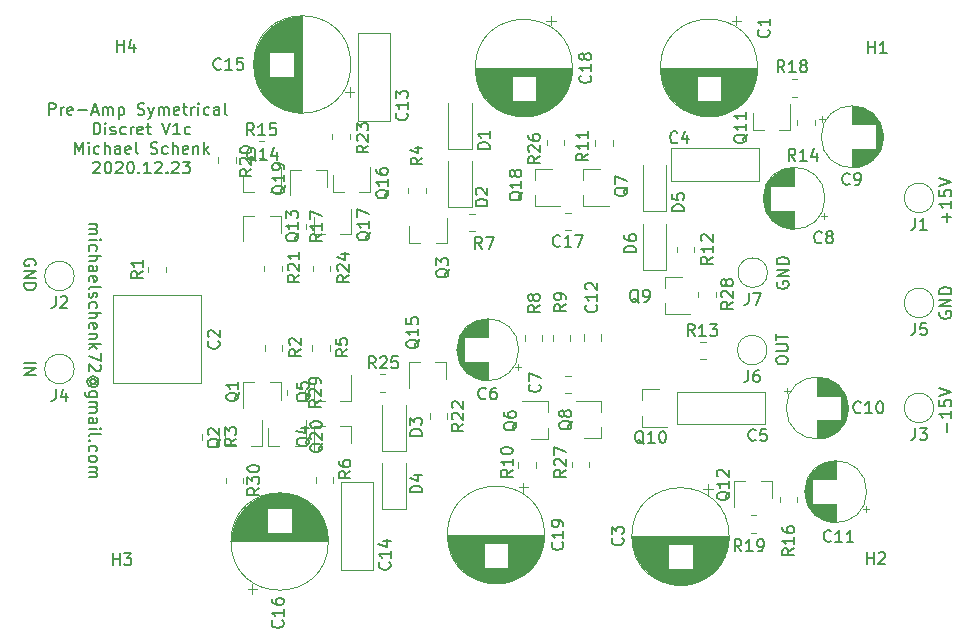
<source format=gbr>
G04 #@! TF.GenerationSoftware,KiCad,Pcbnew,(5.1.8-0-10_14)*
G04 #@! TF.CreationDate,2020-12-23T19:49:06+01:00*
G04 #@! TF.ProjectId,pre-amp-discret,7072652d-616d-4702-9d64-697363726574,rev?*
G04 #@! TF.SameCoordinates,Original*
G04 #@! TF.FileFunction,Legend,Top*
G04 #@! TF.FilePolarity,Positive*
%FSLAX46Y46*%
G04 Gerber Fmt 4.6, Leading zero omitted, Abs format (unit mm)*
G04 Created by KiCad (PCBNEW (5.1.8-0-10_14)) date 2020-12-23 19:49:06*
%MOMM*%
%LPD*%
G01*
G04 APERTURE LIST*
%ADD10C,0.150000*%
%ADD11C,0.120000*%
G04 APERTURE END LIST*
D10*
X200731428Y-132825904D02*
X200731428Y-132064000D01*
X201112380Y-131064000D02*
X201112380Y-131635428D01*
X201112380Y-131349714D02*
X200112380Y-131349714D01*
X200255238Y-131444952D01*
X200350476Y-131540190D01*
X200398095Y-131635428D01*
X200112380Y-130159238D02*
X200112380Y-130635428D01*
X200588571Y-130683047D01*
X200540952Y-130635428D01*
X200493333Y-130540190D01*
X200493333Y-130302095D01*
X200540952Y-130206857D01*
X200588571Y-130159238D01*
X200683809Y-130111619D01*
X200921904Y-130111619D01*
X201017142Y-130159238D01*
X201064761Y-130206857D01*
X201112380Y-130302095D01*
X201112380Y-130540190D01*
X201064761Y-130635428D01*
X201017142Y-130683047D01*
X200112380Y-129825904D02*
X201112380Y-129492571D01*
X200112380Y-129159238D01*
X128097019Y-115244314D02*
X128763685Y-115244314D01*
X128668447Y-115244314D02*
X128716066Y-115291933D01*
X128763685Y-115387171D01*
X128763685Y-115530028D01*
X128716066Y-115625266D01*
X128620828Y-115672885D01*
X128097019Y-115672885D01*
X128620828Y-115672885D02*
X128716066Y-115720504D01*
X128763685Y-115815742D01*
X128763685Y-115958600D01*
X128716066Y-116053838D01*
X128620828Y-116101457D01*
X128097019Y-116101457D01*
X128097019Y-116577647D02*
X128763685Y-116577647D01*
X129097019Y-116577647D02*
X129049400Y-116530028D01*
X129001780Y-116577647D01*
X129049400Y-116625266D01*
X129097019Y-116577647D01*
X129001780Y-116577647D01*
X128144638Y-117482409D02*
X128097019Y-117387171D01*
X128097019Y-117196695D01*
X128144638Y-117101457D01*
X128192257Y-117053838D01*
X128287495Y-117006219D01*
X128573209Y-117006219D01*
X128668447Y-117053838D01*
X128716066Y-117101457D01*
X128763685Y-117196695D01*
X128763685Y-117387171D01*
X128716066Y-117482409D01*
X128097019Y-117910980D02*
X129097019Y-117910980D01*
X128097019Y-118339552D02*
X128620828Y-118339552D01*
X128716066Y-118291933D01*
X128763685Y-118196695D01*
X128763685Y-118053838D01*
X128716066Y-117958600D01*
X128668447Y-117910980D01*
X128097019Y-119244314D02*
X128620828Y-119244314D01*
X128716066Y-119196695D01*
X128763685Y-119101457D01*
X128763685Y-118910980D01*
X128716066Y-118815742D01*
X128144638Y-119244314D02*
X128097019Y-119149076D01*
X128097019Y-118910980D01*
X128144638Y-118815742D01*
X128239876Y-118768123D01*
X128335114Y-118768123D01*
X128430352Y-118815742D01*
X128477971Y-118910980D01*
X128477971Y-119149076D01*
X128525590Y-119244314D01*
X128144638Y-120101457D02*
X128097019Y-120006219D01*
X128097019Y-119815742D01*
X128144638Y-119720504D01*
X128239876Y-119672885D01*
X128620828Y-119672885D01*
X128716066Y-119720504D01*
X128763685Y-119815742D01*
X128763685Y-120006219D01*
X128716066Y-120101457D01*
X128620828Y-120149076D01*
X128525590Y-120149076D01*
X128430352Y-119672885D01*
X128097019Y-120720504D02*
X128144638Y-120625266D01*
X128239876Y-120577647D01*
X129097019Y-120577647D01*
X128144638Y-121053838D02*
X128097019Y-121149076D01*
X128097019Y-121339552D01*
X128144638Y-121434790D01*
X128239876Y-121482409D01*
X128287495Y-121482409D01*
X128382733Y-121434790D01*
X128430352Y-121339552D01*
X128430352Y-121196695D01*
X128477971Y-121101457D01*
X128573209Y-121053838D01*
X128620828Y-121053838D01*
X128716066Y-121101457D01*
X128763685Y-121196695D01*
X128763685Y-121339552D01*
X128716066Y-121434790D01*
X128144638Y-122339552D02*
X128097019Y-122244314D01*
X128097019Y-122053838D01*
X128144638Y-121958600D01*
X128192257Y-121910980D01*
X128287495Y-121863361D01*
X128573209Y-121863361D01*
X128668447Y-121910980D01*
X128716066Y-121958600D01*
X128763685Y-122053838D01*
X128763685Y-122244314D01*
X128716066Y-122339552D01*
X128097019Y-122768123D02*
X129097019Y-122768123D01*
X128097019Y-123196695D02*
X128620828Y-123196695D01*
X128716066Y-123149076D01*
X128763685Y-123053838D01*
X128763685Y-122910980D01*
X128716066Y-122815742D01*
X128668447Y-122768123D01*
X128144638Y-124053838D02*
X128097019Y-123958600D01*
X128097019Y-123768123D01*
X128144638Y-123672885D01*
X128239876Y-123625266D01*
X128620828Y-123625266D01*
X128716066Y-123672885D01*
X128763685Y-123768123D01*
X128763685Y-123958600D01*
X128716066Y-124053838D01*
X128620828Y-124101457D01*
X128525590Y-124101457D01*
X128430352Y-123625266D01*
X128763685Y-124530028D02*
X128097019Y-124530028D01*
X128668447Y-124530028D02*
X128716066Y-124577647D01*
X128763685Y-124672885D01*
X128763685Y-124815742D01*
X128716066Y-124910980D01*
X128620828Y-124958600D01*
X128097019Y-124958600D01*
X128097019Y-125434790D02*
X129097019Y-125434790D01*
X128477971Y-125530028D02*
X128097019Y-125815742D01*
X128763685Y-125815742D02*
X128382733Y-125434790D01*
X129097019Y-126149076D02*
X129097019Y-126815742D01*
X128097019Y-126387171D01*
X129001780Y-127149076D02*
X129049400Y-127196695D01*
X129097019Y-127291933D01*
X129097019Y-127530028D01*
X129049400Y-127625266D01*
X129001780Y-127672885D01*
X128906542Y-127720504D01*
X128811304Y-127720504D01*
X128668447Y-127672885D01*
X128097019Y-127101457D01*
X128097019Y-127720504D01*
X128573209Y-128768123D02*
X128620828Y-128720504D01*
X128668447Y-128625266D01*
X128668447Y-128530028D01*
X128620828Y-128434790D01*
X128573209Y-128387171D01*
X128477971Y-128339552D01*
X128382733Y-128339552D01*
X128287495Y-128387171D01*
X128239876Y-128434790D01*
X128192257Y-128530028D01*
X128192257Y-128625266D01*
X128239876Y-128720504D01*
X128287495Y-128768123D01*
X128668447Y-128768123D02*
X128287495Y-128768123D01*
X128239876Y-128815742D01*
X128239876Y-128863361D01*
X128287495Y-128958600D01*
X128382733Y-129006219D01*
X128620828Y-129006219D01*
X128763685Y-128910980D01*
X128858923Y-128768123D01*
X128906542Y-128577647D01*
X128858923Y-128387171D01*
X128763685Y-128244314D01*
X128620828Y-128149076D01*
X128430352Y-128101457D01*
X128239876Y-128149076D01*
X128097019Y-128244314D01*
X128001780Y-128387171D01*
X127954161Y-128577647D01*
X128001780Y-128768123D01*
X128097019Y-128910980D01*
X128763685Y-129863361D02*
X127954161Y-129863361D01*
X127858923Y-129815742D01*
X127811304Y-129768123D01*
X127763685Y-129672885D01*
X127763685Y-129530028D01*
X127811304Y-129434790D01*
X128144638Y-129863361D02*
X128097019Y-129768123D01*
X128097019Y-129577647D01*
X128144638Y-129482409D01*
X128192257Y-129434790D01*
X128287495Y-129387171D01*
X128573209Y-129387171D01*
X128668447Y-129434790D01*
X128716066Y-129482409D01*
X128763685Y-129577647D01*
X128763685Y-129768123D01*
X128716066Y-129863361D01*
X128097019Y-130339552D02*
X128763685Y-130339552D01*
X128668447Y-130339552D02*
X128716066Y-130387171D01*
X128763685Y-130482409D01*
X128763685Y-130625266D01*
X128716066Y-130720504D01*
X128620828Y-130768123D01*
X128097019Y-130768123D01*
X128620828Y-130768123D02*
X128716066Y-130815742D01*
X128763685Y-130910980D01*
X128763685Y-131053838D01*
X128716066Y-131149076D01*
X128620828Y-131196695D01*
X128097019Y-131196695D01*
X128097019Y-132101457D02*
X128620828Y-132101457D01*
X128716066Y-132053838D01*
X128763685Y-131958600D01*
X128763685Y-131768123D01*
X128716066Y-131672885D01*
X128144638Y-132101457D02*
X128097019Y-132006219D01*
X128097019Y-131768123D01*
X128144638Y-131672885D01*
X128239876Y-131625266D01*
X128335114Y-131625266D01*
X128430352Y-131672885D01*
X128477971Y-131768123D01*
X128477971Y-132006219D01*
X128525590Y-132101457D01*
X128097019Y-132577647D02*
X128763685Y-132577647D01*
X129097019Y-132577647D02*
X129049400Y-132530028D01*
X129001780Y-132577647D01*
X129049400Y-132625266D01*
X129097019Y-132577647D01*
X129001780Y-132577647D01*
X128097019Y-133196695D02*
X128144638Y-133101457D01*
X128239876Y-133053838D01*
X129097019Y-133053838D01*
X128192257Y-133577647D02*
X128144638Y-133625266D01*
X128097019Y-133577647D01*
X128144638Y-133530028D01*
X128192257Y-133577647D01*
X128097019Y-133577647D01*
X128144638Y-134482409D02*
X128097019Y-134387171D01*
X128097019Y-134196695D01*
X128144638Y-134101457D01*
X128192257Y-134053838D01*
X128287495Y-134006219D01*
X128573209Y-134006219D01*
X128668447Y-134053838D01*
X128716066Y-134101457D01*
X128763685Y-134196695D01*
X128763685Y-134387171D01*
X128716066Y-134482409D01*
X128097019Y-135053838D02*
X128144638Y-134958600D01*
X128192257Y-134910980D01*
X128287495Y-134863361D01*
X128573209Y-134863361D01*
X128668447Y-134910980D01*
X128716066Y-134958600D01*
X128763685Y-135053838D01*
X128763685Y-135196695D01*
X128716066Y-135291933D01*
X128668447Y-135339552D01*
X128573209Y-135387171D01*
X128287495Y-135387171D01*
X128192257Y-135339552D01*
X128144638Y-135291933D01*
X128097019Y-135196695D01*
X128097019Y-135053838D01*
X128097019Y-135815742D02*
X128763685Y-135815742D01*
X128668447Y-135815742D02*
X128716066Y-135863361D01*
X128763685Y-135958600D01*
X128763685Y-136101457D01*
X128716066Y-136196695D01*
X128620828Y-136244314D01*
X128097019Y-136244314D01*
X128620828Y-136244314D02*
X128716066Y-136291933D01*
X128763685Y-136387171D01*
X128763685Y-136530028D01*
X128716066Y-136625266D01*
X128620828Y-136672885D01*
X128097019Y-136672885D01*
X124705457Y-106003580D02*
X124705457Y-105003580D01*
X125086409Y-105003580D01*
X125181647Y-105051200D01*
X125229266Y-105098819D01*
X125276885Y-105194057D01*
X125276885Y-105336914D01*
X125229266Y-105432152D01*
X125181647Y-105479771D01*
X125086409Y-105527390D01*
X124705457Y-105527390D01*
X125705457Y-106003580D02*
X125705457Y-105336914D01*
X125705457Y-105527390D02*
X125753076Y-105432152D01*
X125800695Y-105384533D01*
X125895933Y-105336914D01*
X125991171Y-105336914D01*
X126705457Y-105955961D02*
X126610219Y-106003580D01*
X126419742Y-106003580D01*
X126324504Y-105955961D01*
X126276885Y-105860723D01*
X126276885Y-105479771D01*
X126324504Y-105384533D01*
X126419742Y-105336914D01*
X126610219Y-105336914D01*
X126705457Y-105384533D01*
X126753076Y-105479771D01*
X126753076Y-105575009D01*
X126276885Y-105670247D01*
X127181647Y-105622628D02*
X127943552Y-105622628D01*
X128372123Y-105717866D02*
X128848314Y-105717866D01*
X128276885Y-106003580D02*
X128610219Y-105003580D01*
X128943552Y-106003580D01*
X129276885Y-106003580D02*
X129276885Y-105336914D01*
X129276885Y-105432152D02*
X129324504Y-105384533D01*
X129419742Y-105336914D01*
X129562600Y-105336914D01*
X129657838Y-105384533D01*
X129705457Y-105479771D01*
X129705457Y-106003580D01*
X129705457Y-105479771D02*
X129753076Y-105384533D01*
X129848314Y-105336914D01*
X129991171Y-105336914D01*
X130086409Y-105384533D01*
X130134028Y-105479771D01*
X130134028Y-106003580D01*
X130610219Y-105336914D02*
X130610219Y-106336914D01*
X130610219Y-105384533D02*
X130705457Y-105336914D01*
X130895933Y-105336914D01*
X130991171Y-105384533D01*
X131038790Y-105432152D01*
X131086409Y-105527390D01*
X131086409Y-105813104D01*
X131038790Y-105908342D01*
X130991171Y-105955961D01*
X130895933Y-106003580D01*
X130705457Y-106003580D01*
X130610219Y-105955961D01*
X132229266Y-105955961D02*
X132372123Y-106003580D01*
X132610219Y-106003580D01*
X132705457Y-105955961D01*
X132753076Y-105908342D01*
X132800695Y-105813104D01*
X132800695Y-105717866D01*
X132753076Y-105622628D01*
X132705457Y-105575009D01*
X132610219Y-105527390D01*
X132419742Y-105479771D01*
X132324504Y-105432152D01*
X132276885Y-105384533D01*
X132229266Y-105289295D01*
X132229266Y-105194057D01*
X132276885Y-105098819D01*
X132324504Y-105051200D01*
X132419742Y-105003580D01*
X132657838Y-105003580D01*
X132800695Y-105051200D01*
X133134028Y-105336914D02*
X133372123Y-106003580D01*
X133610219Y-105336914D02*
X133372123Y-106003580D01*
X133276885Y-106241676D01*
X133229266Y-106289295D01*
X133134028Y-106336914D01*
X133991171Y-106003580D02*
X133991171Y-105336914D01*
X133991171Y-105432152D02*
X134038790Y-105384533D01*
X134134028Y-105336914D01*
X134276885Y-105336914D01*
X134372123Y-105384533D01*
X134419742Y-105479771D01*
X134419742Y-106003580D01*
X134419742Y-105479771D02*
X134467361Y-105384533D01*
X134562600Y-105336914D01*
X134705457Y-105336914D01*
X134800695Y-105384533D01*
X134848314Y-105479771D01*
X134848314Y-106003580D01*
X135705457Y-105955961D02*
X135610219Y-106003580D01*
X135419742Y-106003580D01*
X135324504Y-105955961D01*
X135276885Y-105860723D01*
X135276885Y-105479771D01*
X135324504Y-105384533D01*
X135419742Y-105336914D01*
X135610219Y-105336914D01*
X135705457Y-105384533D01*
X135753076Y-105479771D01*
X135753076Y-105575009D01*
X135276885Y-105670247D01*
X136038790Y-105336914D02*
X136419742Y-105336914D01*
X136181647Y-105003580D02*
X136181647Y-105860723D01*
X136229266Y-105955961D01*
X136324504Y-106003580D01*
X136419742Y-106003580D01*
X136753076Y-106003580D02*
X136753076Y-105336914D01*
X136753076Y-105527390D02*
X136800695Y-105432152D01*
X136848314Y-105384533D01*
X136943552Y-105336914D01*
X137038790Y-105336914D01*
X137372123Y-106003580D02*
X137372123Y-105336914D01*
X137372123Y-105003580D02*
X137324504Y-105051200D01*
X137372123Y-105098819D01*
X137419742Y-105051200D01*
X137372123Y-105003580D01*
X137372123Y-105098819D01*
X138276885Y-105955961D02*
X138181647Y-106003580D01*
X137991171Y-106003580D01*
X137895933Y-105955961D01*
X137848314Y-105908342D01*
X137800695Y-105813104D01*
X137800695Y-105527390D01*
X137848314Y-105432152D01*
X137895933Y-105384533D01*
X137991171Y-105336914D01*
X138181647Y-105336914D01*
X138276885Y-105384533D01*
X139134028Y-106003580D02*
X139134028Y-105479771D01*
X139086409Y-105384533D01*
X138991171Y-105336914D01*
X138800695Y-105336914D01*
X138705457Y-105384533D01*
X139134028Y-105955961D02*
X139038790Y-106003580D01*
X138800695Y-106003580D01*
X138705457Y-105955961D01*
X138657838Y-105860723D01*
X138657838Y-105765485D01*
X138705457Y-105670247D01*
X138800695Y-105622628D01*
X139038790Y-105622628D01*
X139134028Y-105575009D01*
X139753076Y-106003580D02*
X139657838Y-105955961D01*
X139610219Y-105860723D01*
X139610219Y-105003580D01*
X128491171Y-107653580D02*
X128491171Y-106653580D01*
X128729266Y-106653580D01*
X128872123Y-106701200D01*
X128967361Y-106796438D01*
X129014980Y-106891676D01*
X129062600Y-107082152D01*
X129062600Y-107225009D01*
X129014980Y-107415485D01*
X128967361Y-107510723D01*
X128872123Y-107605961D01*
X128729266Y-107653580D01*
X128491171Y-107653580D01*
X129491171Y-107653580D02*
X129491171Y-106986914D01*
X129491171Y-106653580D02*
X129443552Y-106701200D01*
X129491171Y-106748819D01*
X129538790Y-106701200D01*
X129491171Y-106653580D01*
X129491171Y-106748819D01*
X129919742Y-107605961D02*
X130014980Y-107653580D01*
X130205457Y-107653580D01*
X130300695Y-107605961D01*
X130348314Y-107510723D01*
X130348314Y-107463104D01*
X130300695Y-107367866D01*
X130205457Y-107320247D01*
X130062600Y-107320247D01*
X129967361Y-107272628D01*
X129919742Y-107177390D01*
X129919742Y-107129771D01*
X129967361Y-107034533D01*
X130062600Y-106986914D01*
X130205457Y-106986914D01*
X130300695Y-107034533D01*
X131205457Y-107605961D02*
X131110219Y-107653580D01*
X130919742Y-107653580D01*
X130824504Y-107605961D01*
X130776885Y-107558342D01*
X130729266Y-107463104D01*
X130729266Y-107177390D01*
X130776885Y-107082152D01*
X130824504Y-107034533D01*
X130919742Y-106986914D01*
X131110219Y-106986914D01*
X131205457Y-107034533D01*
X131634028Y-107653580D02*
X131634028Y-106986914D01*
X131634028Y-107177390D02*
X131681647Y-107082152D01*
X131729266Y-107034533D01*
X131824504Y-106986914D01*
X131919742Y-106986914D01*
X132634028Y-107605961D02*
X132538790Y-107653580D01*
X132348314Y-107653580D01*
X132253076Y-107605961D01*
X132205457Y-107510723D01*
X132205457Y-107129771D01*
X132253076Y-107034533D01*
X132348314Y-106986914D01*
X132538790Y-106986914D01*
X132634028Y-107034533D01*
X132681647Y-107129771D01*
X132681647Y-107225009D01*
X132205457Y-107320247D01*
X132967361Y-106986914D02*
X133348314Y-106986914D01*
X133110219Y-106653580D02*
X133110219Y-107510723D01*
X133157838Y-107605961D01*
X133253076Y-107653580D01*
X133348314Y-107653580D01*
X134300695Y-106653580D02*
X134634028Y-107653580D01*
X134967361Y-106653580D01*
X135824504Y-107653580D02*
X135253076Y-107653580D01*
X135538790Y-107653580D02*
X135538790Y-106653580D01*
X135443552Y-106796438D01*
X135348314Y-106891676D01*
X135253076Y-106939295D01*
X136681647Y-107605961D02*
X136586409Y-107653580D01*
X136395933Y-107653580D01*
X136300695Y-107605961D01*
X136253076Y-107558342D01*
X136205457Y-107463104D01*
X136205457Y-107177390D01*
X136253076Y-107082152D01*
X136300695Y-107034533D01*
X136395933Y-106986914D01*
X136586409Y-106986914D01*
X136681647Y-107034533D01*
X126943552Y-109303580D02*
X126943552Y-108303580D01*
X127276885Y-109017866D01*
X127610219Y-108303580D01*
X127610219Y-109303580D01*
X128086409Y-109303580D02*
X128086409Y-108636914D01*
X128086409Y-108303580D02*
X128038790Y-108351200D01*
X128086409Y-108398819D01*
X128134028Y-108351200D01*
X128086409Y-108303580D01*
X128086409Y-108398819D01*
X128991171Y-109255961D02*
X128895933Y-109303580D01*
X128705457Y-109303580D01*
X128610219Y-109255961D01*
X128562600Y-109208342D01*
X128514980Y-109113104D01*
X128514980Y-108827390D01*
X128562600Y-108732152D01*
X128610219Y-108684533D01*
X128705457Y-108636914D01*
X128895933Y-108636914D01*
X128991171Y-108684533D01*
X129419742Y-109303580D02*
X129419742Y-108303580D01*
X129848314Y-109303580D02*
X129848314Y-108779771D01*
X129800695Y-108684533D01*
X129705457Y-108636914D01*
X129562600Y-108636914D01*
X129467361Y-108684533D01*
X129419742Y-108732152D01*
X130753076Y-109303580D02*
X130753076Y-108779771D01*
X130705457Y-108684533D01*
X130610219Y-108636914D01*
X130419742Y-108636914D01*
X130324504Y-108684533D01*
X130753076Y-109255961D02*
X130657838Y-109303580D01*
X130419742Y-109303580D01*
X130324504Y-109255961D01*
X130276885Y-109160723D01*
X130276885Y-109065485D01*
X130324504Y-108970247D01*
X130419742Y-108922628D01*
X130657838Y-108922628D01*
X130753076Y-108875009D01*
X131610219Y-109255961D02*
X131514980Y-109303580D01*
X131324504Y-109303580D01*
X131229266Y-109255961D01*
X131181647Y-109160723D01*
X131181647Y-108779771D01*
X131229266Y-108684533D01*
X131324504Y-108636914D01*
X131514980Y-108636914D01*
X131610219Y-108684533D01*
X131657838Y-108779771D01*
X131657838Y-108875009D01*
X131181647Y-108970247D01*
X132229266Y-109303580D02*
X132134028Y-109255961D01*
X132086409Y-109160723D01*
X132086409Y-108303580D01*
X133324504Y-109255961D02*
X133467361Y-109303580D01*
X133705457Y-109303580D01*
X133800695Y-109255961D01*
X133848314Y-109208342D01*
X133895933Y-109113104D01*
X133895933Y-109017866D01*
X133848314Y-108922628D01*
X133800695Y-108875009D01*
X133705457Y-108827390D01*
X133514980Y-108779771D01*
X133419742Y-108732152D01*
X133372123Y-108684533D01*
X133324504Y-108589295D01*
X133324504Y-108494057D01*
X133372123Y-108398819D01*
X133419742Y-108351200D01*
X133514980Y-108303580D01*
X133753076Y-108303580D01*
X133895933Y-108351200D01*
X134753076Y-109255961D02*
X134657838Y-109303580D01*
X134467361Y-109303580D01*
X134372123Y-109255961D01*
X134324504Y-109208342D01*
X134276885Y-109113104D01*
X134276885Y-108827390D01*
X134324504Y-108732152D01*
X134372123Y-108684533D01*
X134467361Y-108636914D01*
X134657838Y-108636914D01*
X134753076Y-108684533D01*
X135181647Y-109303580D02*
X135181647Y-108303580D01*
X135610219Y-109303580D02*
X135610219Y-108779771D01*
X135562600Y-108684533D01*
X135467361Y-108636914D01*
X135324504Y-108636914D01*
X135229266Y-108684533D01*
X135181647Y-108732152D01*
X136467361Y-109255961D02*
X136372123Y-109303580D01*
X136181647Y-109303580D01*
X136086409Y-109255961D01*
X136038790Y-109160723D01*
X136038790Y-108779771D01*
X136086409Y-108684533D01*
X136181647Y-108636914D01*
X136372123Y-108636914D01*
X136467361Y-108684533D01*
X136514980Y-108779771D01*
X136514980Y-108875009D01*
X136038790Y-108970247D01*
X136943552Y-108636914D02*
X136943552Y-109303580D01*
X136943552Y-108732152D02*
X136991171Y-108684533D01*
X137086409Y-108636914D01*
X137229266Y-108636914D01*
X137324504Y-108684533D01*
X137372123Y-108779771D01*
X137372123Y-109303580D01*
X137848314Y-109303580D02*
X137848314Y-108303580D01*
X137943552Y-108922628D02*
X138229266Y-109303580D01*
X138229266Y-108636914D02*
X137848314Y-109017866D01*
X128467361Y-110048819D02*
X128514980Y-110001200D01*
X128610219Y-109953580D01*
X128848314Y-109953580D01*
X128943552Y-110001200D01*
X128991171Y-110048819D01*
X129038790Y-110144057D01*
X129038790Y-110239295D01*
X128991171Y-110382152D01*
X128419742Y-110953580D01*
X129038790Y-110953580D01*
X129657838Y-109953580D02*
X129753076Y-109953580D01*
X129848314Y-110001200D01*
X129895933Y-110048819D01*
X129943552Y-110144057D01*
X129991171Y-110334533D01*
X129991171Y-110572628D01*
X129943552Y-110763104D01*
X129895933Y-110858342D01*
X129848314Y-110905961D01*
X129753076Y-110953580D01*
X129657838Y-110953580D01*
X129562600Y-110905961D01*
X129514980Y-110858342D01*
X129467361Y-110763104D01*
X129419742Y-110572628D01*
X129419742Y-110334533D01*
X129467361Y-110144057D01*
X129514980Y-110048819D01*
X129562600Y-110001200D01*
X129657838Y-109953580D01*
X130372123Y-110048819D02*
X130419742Y-110001200D01*
X130514980Y-109953580D01*
X130753076Y-109953580D01*
X130848314Y-110001200D01*
X130895933Y-110048819D01*
X130943552Y-110144057D01*
X130943552Y-110239295D01*
X130895933Y-110382152D01*
X130324504Y-110953580D01*
X130943552Y-110953580D01*
X131562600Y-109953580D02*
X131657838Y-109953580D01*
X131753076Y-110001200D01*
X131800695Y-110048819D01*
X131848314Y-110144057D01*
X131895933Y-110334533D01*
X131895933Y-110572628D01*
X131848314Y-110763104D01*
X131800695Y-110858342D01*
X131753076Y-110905961D01*
X131657838Y-110953580D01*
X131562600Y-110953580D01*
X131467361Y-110905961D01*
X131419742Y-110858342D01*
X131372123Y-110763104D01*
X131324504Y-110572628D01*
X131324504Y-110334533D01*
X131372123Y-110144057D01*
X131419742Y-110048819D01*
X131467361Y-110001200D01*
X131562600Y-109953580D01*
X132324504Y-110858342D02*
X132372123Y-110905961D01*
X132324504Y-110953580D01*
X132276885Y-110905961D01*
X132324504Y-110858342D01*
X132324504Y-110953580D01*
X133324504Y-110953580D02*
X132753076Y-110953580D01*
X133038790Y-110953580D02*
X133038790Y-109953580D01*
X132943552Y-110096438D01*
X132848314Y-110191676D01*
X132753076Y-110239295D01*
X133705457Y-110048819D02*
X133753076Y-110001200D01*
X133848314Y-109953580D01*
X134086409Y-109953580D01*
X134181647Y-110001200D01*
X134229266Y-110048819D01*
X134276885Y-110144057D01*
X134276885Y-110239295D01*
X134229266Y-110382152D01*
X133657838Y-110953580D01*
X134276885Y-110953580D01*
X134705457Y-110858342D02*
X134753076Y-110905961D01*
X134705457Y-110953580D01*
X134657838Y-110905961D01*
X134705457Y-110858342D01*
X134705457Y-110953580D01*
X135134028Y-110048819D02*
X135181647Y-110001200D01*
X135276885Y-109953580D01*
X135514980Y-109953580D01*
X135610219Y-110001200D01*
X135657838Y-110048819D01*
X135705457Y-110144057D01*
X135705457Y-110239295D01*
X135657838Y-110382152D01*
X135086409Y-110953580D01*
X135705457Y-110953580D01*
X136038790Y-109953580D02*
X136657838Y-109953580D01*
X136324504Y-110334533D01*
X136467361Y-110334533D01*
X136562600Y-110382152D01*
X136610219Y-110429771D01*
X136657838Y-110525009D01*
X136657838Y-110763104D01*
X136610219Y-110858342D01*
X136562600Y-110905961D01*
X136467361Y-110953580D01*
X136181647Y-110953580D01*
X136086409Y-110905961D01*
X136038790Y-110858342D01*
X186380500Y-120141904D02*
X186332880Y-120237142D01*
X186332880Y-120380000D01*
X186380500Y-120522857D01*
X186475738Y-120618095D01*
X186570976Y-120665714D01*
X186761452Y-120713333D01*
X186904309Y-120713333D01*
X187094785Y-120665714D01*
X187190023Y-120618095D01*
X187285261Y-120522857D01*
X187332880Y-120380000D01*
X187332880Y-120284761D01*
X187285261Y-120141904D01*
X187237642Y-120094285D01*
X186904309Y-120094285D01*
X186904309Y-120284761D01*
X187332880Y-119665714D02*
X186332880Y-119665714D01*
X187332880Y-119094285D01*
X186332880Y-119094285D01*
X187332880Y-118618095D02*
X186332880Y-118618095D01*
X186332880Y-118380000D01*
X186380500Y-118237142D01*
X186475738Y-118141904D01*
X186570976Y-118094285D01*
X186761452Y-118046666D01*
X186904309Y-118046666D01*
X187094785Y-118094285D01*
X187190023Y-118141904D01*
X187285261Y-118237142D01*
X187332880Y-118380000D01*
X187332880Y-118618095D01*
X186269380Y-126857000D02*
X186269380Y-126666523D01*
X186317000Y-126571285D01*
X186412238Y-126476047D01*
X186602714Y-126428428D01*
X186936047Y-126428428D01*
X187126523Y-126476047D01*
X187221761Y-126571285D01*
X187269380Y-126666523D01*
X187269380Y-126857000D01*
X187221761Y-126952238D01*
X187126523Y-127047476D01*
X186936047Y-127095095D01*
X186602714Y-127095095D01*
X186412238Y-127047476D01*
X186317000Y-126952238D01*
X186269380Y-126857000D01*
X186269380Y-125999857D02*
X187078904Y-125999857D01*
X187174142Y-125952238D01*
X187221761Y-125904619D01*
X187269380Y-125809380D01*
X187269380Y-125618904D01*
X187221761Y-125523666D01*
X187174142Y-125476047D01*
X187078904Y-125428428D01*
X186269380Y-125428428D01*
X186269380Y-125095095D02*
X186269380Y-124523666D01*
X187269380Y-124809380D02*
X186269380Y-124809380D01*
X123563000Y-118745095D02*
X123610619Y-118649857D01*
X123610619Y-118507000D01*
X123563000Y-118364142D01*
X123467761Y-118268904D01*
X123372523Y-118221285D01*
X123182047Y-118173666D01*
X123039190Y-118173666D01*
X122848714Y-118221285D01*
X122753476Y-118268904D01*
X122658238Y-118364142D01*
X122610619Y-118507000D01*
X122610619Y-118602238D01*
X122658238Y-118745095D01*
X122705857Y-118792714D01*
X123039190Y-118792714D01*
X123039190Y-118602238D01*
X122610619Y-119221285D02*
X123610619Y-119221285D01*
X122610619Y-119792714D01*
X123610619Y-119792714D01*
X122610619Y-120268904D02*
X123610619Y-120268904D01*
X123610619Y-120507000D01*
X123563000Y-120649857D01*
X123467761Y-120745095D01*
X123372523Y-120792714D01*
X123182047Y-120840333D01*
X123039190Y-120840333D01*
X122848714Y-120792714D01*
X122753476Y-120745095D01*
X122658238Y-120649857D01*
X122610619Y-120507000D01*
X122610619Y-120268904D01*
X122610619Y-126984190D02*
X123610619Y-126984190D01*
X122610619Y-127460380D02*
X123610619Y-127460380D01*
X122610619Y-128031809D01*
X123610619Y-128031809D01*
X200160000Y-122681904D02*
X200112380Y-122777142D01*
X200112380Y-122920000D01*
X200160000Y-123062857D01*
X200255238Y-123158095D01*
X200350476Y-123205714D01*
X200540952Y-123253333D01*
X200683809Y-123253333D01*
X200874285Y-123205714D01*
X200969523Y-123158095D01*
X201064761Y-123062857D01*
X201112380Y-122920000D01*
X201112380Y-122824761D01*
X201064761Y-122681904D01*
X201017142Y-122634285D01*
X200683809Y-122634285D01*
X200683809Y-122824761D01*
X201112380Y-122205714D02*
X200112380Y-122205714D01*
X201112380Y-121634285D01*
X200112380Y-121634285D01*
X201112380Y-121158095D02*
X200112380Y-121158095D01*
X200112380Y-120920000D01*
X200160000Y-120777142D01*
X200255238Y-120681904D01*
X200350476Y-120634285D01*
X200540952Y-120586666D01*
X200683809Y-120586666D01*
X200874285Y-120634285D01*
X200969523Y-120681904D01*
X201064761Y-120777142D01*
X201112380Y-120920000D01*
X201112380Y-121158095D01*
X200731428Y-115045904D02*
X200731428Y-114284000D01*
X201112380Y-114664952D02*
X200350476Y-114664952D01*
X201112380Y-113284000D02*
X201112380Y-113855428D01*
X201112380Y-113569714D02*
X200112380Y-113569714D01*
X200255238Y-113664952D01*
X200350476Y-113760190D01*
X200398095Y-113855428D01*
X200112380Y-112379238D02*
X200112380Y-112855428D01*
X200588571Y-112903047D01*
X200540952Y-112855428D01*
X200493333Y-112760190D01*
X200493333Y-112522095D01*
X200540952Y-112426857D01*
X200588571Y-112379238D01*
X200683809Y-112331619D01*
X200921904Y-112331619D01*
X201017142Y-112379238D01*
X201064761Y-112426857D01*
X201112380Y-112522095D01*
X201112380Y-112760190D01*
X201064761Y-112855428D01*
X201017142Y-112903047D01*
X200112380Y-112045904D02*
X201112380Y-111712571D01*
X200112380Y-111379238D01*
D11*
X141146200Y-136704336D02*
X141146200Y-137158464D01*
X139676200Y-136704336D02*
X139676200Y-137158464D01*
X146378600Y-129271536D02*
X146378600Y-129725664D01*
X144908600Y-129271536D02*
X144908600Y-129725664D01*
X146454800Y-115241336D02*
X146454800Y-115695464D01*
X144984800Y-115241336D02*
X144984800Y-115695464D01*
X142470136Y-108180200D02*
X142924264Y-108180200D01*
X142470136Y-109650200D02*
X142924264Y-109650200D01*
X143291400Y-133992400D02*
X144221400Y-133992400D01*
X146451400Y-133992400D02*
X145521400Y-133992400D01*
X146451400Y-133992400D02*
X146451400Y-131832400D01*
X143291400Y-133992400D02*
X143291400Y-132532400D01*
X148249800Y-110635000D02*
X147319800Y-110635000D01*
X145089800Y-110635000D02*
X146019800Y-110635000D01*
X145089800Y-110635000D02*
X145089800Y-112795000D01*
X148249800Y-110635000D02*
X148249800Y-112095000D01*
X186590000Y-138800064D02*
X186590000Y-138345936D01*
X188060000Y-138800064D02*
X188060000Y-138345936D01*
X165275000Y-137541902D02*
X164475000Y-137541902D01*
X164875000Y-137141902D02*
X164875000Y-137941902D01*
X163093000Y-145632600D02*
X162027000Y-145632600D01*
X163328000Y-145592600D02*
X161792000Y-145592600D01*
X163508000Y-145552600D02*
X161612000Y-145552600D01*
X163658000Y-145512600D02*
X161462000Y-145512600D01*
X163789000Y-145472600D02*
X161331000Y-145472600D01*
X163906000Y-145432600D02*
X161214000Y-145432600D01*
X164013000Y-145392600D02*
X161107000Y-145392600D01*
X164112000Y-145352600D02*
X161008000Y-145352600D01*
X164205000Y-145312600D02*
X160915000Y-145312600D01*
X164291000Y-145272600D02*
X160829000Y-145272600D01*
X164373000Y-145232600D02*
X160747000Y-145232600D01*
X164450000Y-145192600D02*
X160670000Y-145192600D01*
X164524000Y-145152600D02*
X160596000Y-145152600D01*
X164594000Y-145112600D02*
X160526000Y-145112600D01*
X164662000Y-145072600D02*
X160458000Y-145072600D01*
X164726000Y-145032600D02*
X160394000Y-145032600D01*
X164788000Y-144992600D02*
X160332000Y-144992600D01*
X164847000Y-144952600D02*
X160273000Y-144952600D01*
X164905000Y-144912600D02*
X160215000Y-144912600D01*
X164960000Y-144872600D02*
X160160000Y-144872600D01*
X165014000Y-144832600D02*
X160106000Y-144832600D01*
X165065000Y-144792600D02*
X160055000Y-144792600D01*
X165116000Y-144752600D02*
X160004000Y-144752600D01*
X165164000Y-144712600D02*
X159956000Y-144712600D01*
X165211000Y-144672600D02*
X159909000Y-144672600D01*
X165257000Y-144632600D02*
X159863000Y-144632600D01*
X165301000Y-144592600D02*
X159819000Y-144592600D01*
X165344000Y-144552600D02*
X159776000Y-144552600D01*
X165386000Y-144512600D02*
X159734000Y-144512600D01*
X165427000Y-144472600D02*
X159693000Y-144472600D01*
X165467000Y-144432600D02*
X159653000Y-144432600D01*
X165505000Y-144392600D02*
X159615000Y-144392600D01*
X165543000Y-144352600D02*
X159577000Y-144352600D01*
X161520000Y-144312600D02*
X159541000Y-144312600D01*
X165579000Y-144312600D02*
X163600000Y-144312600D01*
X161520000Y-144272600D02*
X159505000Y-144272600D01*
X165615000Y-144272600D02*
X163600000Y-144272600D01*
X161520000Y-144232600D02*
X159470000Y-144232600D01*
X165650000Y-144232600D02*
X163600000Y-144232600D01*
X161520000Y-144192600D02*
X159436000Y-144192600D01*
X165684000Y-144192600D02*
X163600000Y-144192600D01*
X161520000Y-144152600D02*
X159404000Y-144152600D01*
X165716000Y-144152600D02*
X163600000Y-144152600D01*
X161520000Y-144112600D02*
X159371000Y-144112600D01*
X165749000Y-144112600D02*
X163600000Y-144112600D01*
X161520000Y-144072600D02*
X159340000Y-144072600D01*
X165780000Y-144072600D02*
X163600000Y-144072600D01*
X161520000Y-144032600D02*
X159310000Y-144032600D01*
X165810000Y-144032600D02*
X163600000Y-144032600D01*
X161520000Y-143992600D02*
X159280000Y-143992600D01*
X165840000Y-143992600D02*
X163600000Y-143992600D01*
X161520000Y-143952600D02*
X159251000Y-143952600D01*
X165869000Y-143952600D02*
X163600000Y-143952600D01*
X161520000Y-143912600D02*
X159222000Y-143912600D01*
X165898000Y-143912600D02*
X163600000Y-143912600D01*
X161520000Y-143872600D02*
X159195000Y-143872600D01*
X165925000Y-143872600D02*
X163600000Y-143872600D01*
X161520000Y-143832600D02*
X159168000Y-143832600D01*
X165952000Y-143832600D02*
X163600000Y-143832600D01*
X161520000Y-143792600D02*
X159142000Y-143792600D01*
X165978000Y-143792600D02*
X163600000Y-143792600D01*
X161520000Y-143752600D02*
X159116000Y-143752600D01*
X166004000Y-143752600D02*
X163600000Y-143752600D01*
X161520000Y-143712600D02*
X159091000Y-143712600D01*
X166029000Y-143712600D02*
X163600000Y-143712600D01*
X161520000Y-143672600D02*
X159067000Y-143672600D01*
X166053000Y-143672600D02*
X163600000Y-143672600D01*
X161520000Y-143632600D02*
X159043000Y-143632600D01*
X166077000Y-143632600D02*
X163600000Y-143632600D01*
X161520000Y-143592600D02*
X159020000Y-143592600D01*
X166100000Y-143592600D02*
X163600000Y-143592600D01*
X161520000Y-143552600D02*
X158998000Y-143552600D01*
X166122000Y-143552600D02*
X163600000Y-143552600D01*
X161520000Y-143512600D02*
X158976000Y-143512600D01*
X166144000Y-143512600D02*
X163600000Y-143512600D01*
X161520000Y-143472600D02*
X158954000Y-143472600D01*
X166166000Y-143472600D02*
X163600000Y-143472600D01*
X161520000Y-143432600D02*
X158933000Y-143432600D01*
X166187000Y-143432600D02*
X163600000Y-143432600D01*
X161520000Y-143392600D02*
X158913000Y-143392600D01*
X166207000Y-143392600D02*
X163600000Y-143392600D01*
X161520000Y-143352600D02*
X158894000Y-143352600D01*
X166226000Y-143352600D02*
X163600000Y-143352600D01*
X161520000Y-143312600D02*
X158874000Y-143312600D01*
X166246000Y-143312600D02*
X163600000Y-143312600D01*
X161520000Y-143272600D02*
X158856000Y-143272600D01*
X166264000Y-143272600D02*
X163600000Y-143272600D01*
X161520000Y-143232600D02*
X158838000Y-143232600D01*
X166282000Y-143232600D02*
X163600000Y-143232600D01*
X161520000Y-143192600D02*
X158820000Y-143192600D01*
X166300000Y-143192600D02*
X163600000Y-143192600D01*
X161520000Y-143152600D02*
X158803000Y-143152600D01*
X166317000Y-143152600D02*
X163600000Y-143152600D01*
X161520000Y-143112600D02*
X158786000Y-143112600D01*
X166334000Y-143112600D02*
X163600000Y-143112600D01*
X161520000Y-143072600D02*
X158770000Y-143072600D01*
X166350000Y-143072600D02*
X163600000Y-143072600D01*
X161520000Y-143032600D02*
X158755000Y-143032600D01*
X166365000Y-143032600D02*
X163600000Y-143032600D01*
X161520000Y-142992600D02*
X158739000Y-142992600D01*
X166381000Y-142992600D02*
X163600000Y-142992600D01*
X161520000Y-142952600D02*
X158725000Y-142952600D01*
X166395000Y-142952600D02*
X163600000Y-142952600D01*
X161520000Y-142912600D02*
X158710000Y-142912600D01*
X166410000Y-142912600D02*
X163600000Y-142912600D01*
X161520000Y-142872600D02*
X158697000Y-142872600D01*
X166423000Y-142872600D02*
X163600000Y-142872600D01*
X161520000Y-142832600D02*
X158683000Y-142832600D01*
X166437000Y-142832600D02*
X163600000Y-142832600D01*
X161520000Y-142792600D02*
X158671000Y-142792600D01*
X166449000Y-142792600D02*
X163600000Y-142792600D01*
X161520000Y-142752600D02*
X158658000Y-142752600D01*
X166462000Y-142752600D02*
X163600000Y-142752600D01*
X161520000Y-142712600D02*
X158646000Y-142712600D01*
X166474000Y-142712600D02*
X163600000Y-142712600D01*
X161520000Y-142672600D02*
X158635000Y-142672600D01*
X166485000Y-142672600D02*
X163600000Y-142672600D01*
X161520000Y-142632600D02*
X158624000Y-142632600D01*
X166496000Y-142632600D02*
X163600000Y-142632600D01*
X161520000Y-142592600D02*
X158613000Y-142592600D01*
X166507000Y-142592600D02*
X163600000Y-142592600D01*
X161520000Y-142552600D02*
X158603000Y-142552600D01*
X166517000Y-142552600D02*
X163600000Y-142552600D01*
X161520000Y-142512600D02*
X158593000Y-142512600D01*
X166527000Y-142512600D02*
X163600000Y-142512600D01*
X161520000Y-142472600D02*
X158584000Y-142472600D01*
X166536000Y-142472600D02*
X163600000Y-142472600D01*
X161520000Y-142432600D02*
X158575000Y-142432600D01*
X166545000Y-142432600D02*
X163600000Y-142432600D01*
X161520000Y-142392600D02*
X158566000Y-142392600D01*
X166554000Y-142392600D02*
X163600000Y-142392600D01*
X161520000Y-142352600D02*
X158558000Y-142352600D01*
X166562000Y-142352600D02*
X163600000Y-142352600D01*
X161520000Y-142312600D02*
X158550000Y-142312600D01*
X166570000Y-142312600D02*
X163600000Y-142312600D01*
X161520000Y-142272600D02*
X158543000Y-142272600D01*
X166577000Y-142272600D02*
X163600000Y-142272600D01*
X166584000Y-142231600D02*
X158536000Y-142231600D01*
X166590000Y-142191600D02*
X158530000Y-142191600D01*
X166597000Y-142151600D02*
X158523000Y-142151600D01*
X166602000Y-142111600D02*
X158518000Y-142111600D01*
X166608000Y-142071600D02*
X158512000Y-142071600D01*
X166612000Y-142031600D02*
X158508000Y-142031600D01*
X166617000Y-141991600D02*
X158503000Y-141991600D01*
X166621000Y-141951600D02*
X158499000Y-141951600D01*
X166625000Y-141911600D02*
X158495000Y-141911600D01*
X166628000Y-141871600D02*
X158492000Y-141871600D01*
X166631000Y-141831600D02*
X158489000Y-141831600D01*
X166634000Y-141791600D02*
X158486000Y-141791600D01*
X166636000Y-141751600D02*
X158484000Y-141751600D01*
X166637000Y-141711600D02*
X158483000Y-141711600D01*
X166639000Y-141671600D02*
X158481000Y-141671600D01*
X166640000Y-141631600D02*
X158480000Y-141631600D01*
X166640000Y-141591600D02*
X158480000Y-141591600D01*
X166640000Y-141551600D02*
X158480000Y-141551600D01*
X166680000Y-141551600D02*
G75*
G03*
X166680000Y-141551600I-4120000J0D01*
G01*
X167637200Y-98019502D02*
X166837200Y-98019502D01*
X167237200Y-97619502D02*
X167237200Y-98419502D01*
X165455200Y-106110200D02*
X164389200Y-106110200D01*
X165690200Y-106070200D02*
X164154200Y-106070200D01*
X165870200Y-106030200D02*
X163974200Y-106030200D01*
X166020200Y-105990200D02*
X163824200Y-105990200D01*
X166151200Y-105950200D02*
X163693200Y-105950200D01*
X166268200Y-105910200D02*
X163576200Y-105910200D01*
X166375200Y-105870200D02*
X163469200Y-105870200D01*
X166474200Y-105830200D02*
X163370200Y-105830200D01*
X166567200Y-105790200D02*
X163277200Y-105790200D01*
X166653200Y-105750200D02*
X163191200Y-105750200D01*
X166735200Y-105710200D02*
X163109200Y-105710200D01*
X166812200Y-105670200D02*
X163032200Y-105670200D01*
X166886200Y-105630200D02*
X162958200Y-105630200D01*
X166956200Y-105590200D02*
X162888200Y-105590200D01*
X167024200Y-105550200D02*
X162820200Y-105550200D01*
X167088200Y-105510200D02*
X162756200Y-105510200D01*
X167150200Y-105470200D02*
X162694200Y-105470200D01*
X167209200Y-105430200D02*
X162635200Y-105430200D01*
X167267200Y-105390200D02*
X162577200Y-105390200D01*
X167322200Y-105350200D02*
X162522200Y-105350200D01*
X167376200Y-105310200D02*
X162468200Y-105310200D01*
X167427200Y-105270200D02*
X162417200Y-105270200D01*
X167478200Y-105230200D02*
X162366200Y-105230200D01*
X167526200Y-105190200D02*
X162318200Y-105190200D01*
X167573200Y-105150200D02*
X162271200Y-105150200D01*
X167619200Y-105110200D02*
X162225200Y-105110200D01*
X167663200Y-105070200D02*
X162181200Y-105070200D01*
X167706200Y-105030200D02*
X162138200Y-105030200D01*
X167748200Y-104990200D02*
X162096200Y-104990200D01*
X167789200Y-104950200D02*
X162055200Y-104950200D01*
X167829200Y-104910200D02*
X162015200Y-104910200D01*
X167867200Y-104870200D02*
X161977200Y-104870200D01*
X167905200Y-104830200D02*
X161939200Y-104830200D01*
X163882200Y-104790200D02*
X161903200Y-104790200D01*
X167941200Y-104790200D02*
X165962200Y-104790200D01*
X163882200Y-104750200D02*
X161867200Y-104750200D01*
X167977200Y-104750200D02*
X165962200Y-104750200D01*
X163882200Y-104710200D02*
X161832200Y-104710200D01*
X168012200Y-104710200D02*
X165962200Y-104710200D01*
X163882200Y-104670200D02*
X161798200Y-104670200D01*
X168046200Y-104670200D02*
X165962200Y-104670200D01*
X163882200Y-104630200D02*
X161766200Y-104630200D01*
X168078200Y-104630200D02*
X165962200Y-104630200D01*
X163882200Y-104590200D02*
X161733200Y-104590200D01*
X168111200Y-104590200D02*
X165962200Y-104590200D01*
X163882200Y-104550200D02*
X161702200Y-104550200D01*
X168142200Y-104550200D02*
X165962200Y-104550200D01*
X163882200Y-104510200D02*
X161672200Y-104510200D01*
X168172200Y-104510200D02*
X165962200Y-104510200D01*
X163882200Y-104470200D02*
X161642200Y-104470200D01*
X168202200Y-104470200D02*
X165962200Y-104470200D01*
X163882200Y-104430200D02*
X161613200Y-104430200D01*
X168231200Y-104430200D02*
X165962200Y-104430200D01*
X163882200Y-104390200D02*
X161584200Y-104390200D01*
X168260200Y-104390200D02*
X165962200Y-104390200D01*
X163882200Y-104350200D02*
X161557200Y-104350200D01*
X168287200Y-104350200D02*
X165962200Y-104350200D01*
X163882200Y-104310200D02*
X161530200Y-104310200D01*
X168314200Y-104310200D02*
X165962200Y-104310200D01*
X163882200Y-104270200D02*
X161504200Y-104270200D01*
X168340200Y-104270200D02*
X165962200Y-104270200D01*
X163882200Y-104230200D02*
X161478200Y-104230200D01*
X168366200Y-104230200D02*
X165962200Y-104230200D01*
X163882200Y-104190200D02*
X161453200Y-104190200D01*
X168391200Y-104190200D02*
X165962200Y-104190200D01*
X163882200Y-104150200D02*
X161429200Y-104150200D01*
X168415200Y-104150200D02*
X165962200Y-104150200D01*
X163882200Y-104110200D02*
X161405200Y-104110200D01*
X168439200Y-104110200D02*
X165962200Y-104110200D01*
X163882200Y-104070200D02*
X161382200Y-104070200D01*
X168462200Y-104070200D02*
X165962200Y-104070200D01*
X163882200Y-104030200D02*
X161360200Y-104030200D01*
X168484200Y-104030200D02*
X165962200Y-104030200D01*
X163882200Y-103990200D02*
X161338200Y-103990200D01*
X168506200Y-103990200D02*
X165962200Y-103990200D01*
X163882200Y-103950200D02*
X161316200Y-103950200D01*
X168528200Y-103950200D02*
X165962200Y-103950200D01*
X163882200Y-103910200D02*
X161295200Y-103910200D01*
X168549200Y-103910200D02*
X165962200Y-103910200D01*
X163882200Y-103870200D02*
X161275200Y-103870200D01*
X168569200Y-103870200D02*
X165962200Y-103870200D01*
X163882200Y-103830200D02*
X161256200Y-103830200D01*
X168588200Y-103830200D02*
X165962200Y-103830200D01*
X163882200Y-103790200D02*
X161236200Y-103790200D01*
X168608200Y-103790200D02*
X165962200Y-103790200D01*
X163882200Y-103750200D02*
X161218200Y-103750200D01*
X168626200Y-103750200D02*
X165962200Y-103750200D01*
X163882200Y-103710200D02*
X161200200Y-103710200D01*
X168644200Y-103710200D02*
X165962200Y-103710200D01*
X163882200Y-103670200D02*
X161182200Y-103670200D01*
X168662200Y-103670200D02*
X165962200Y-103670200D01*
X163882200Y-103630200D02*
X161165200Y-103630200D01*
X168679200Y-103630200D02*
X165962200Y-103630200D01*
X163882200Y-103590200D02*
X161148200Y-103590200D01*
X168696200Y-103590200D02*
X165962200Y-103590200D01*
X163882200Y-103550200D02*
X161132200Y-103550200D01*
X168712200Y-103550200D02*
X165962200Y-103550200D01*
X163882200Y-103510200D02*
X161117200Y-103510200D01*
X168727200Y-103510200D02*
X165962200Y-103510200D01*
X163882200Y-103470200D02*
X161101200Y-103470200D01*
X168743200Y-103470200D02*
X165962200Y-103470200D01*
X163882200Y-103430200D02*
X161087200Y-103430200D01*
X168757200Y-103430200D02*
X165962200Y-103430200D01*
X163882200Y-103390200D02*
X161072200Y-103390200D01*
X168772200Y-103390200D02*
X165962200Y-103390200D01*
X163882200Y-103350200D02*
X161059200Y-103350200D01*
X168785200Y-103350200D02*
X165962200Y-103350200D01*
X163882200Y-103310200D02*
X161045200Y-103310200D01*
X168799200Y-103310200D02*
X165962200Y-103310200D01*
X163882200Y-103270200D02*
X161033200Y-103270200D01*
X168811200Y-103270200D02*
X165962200Y-103270200D01*
X163882200Y-103230200D02*
X161020200Y-103230200D01*
X168824200Y-103230200D02*
X165962200Y-103230200D01*
X163882200Y-103190200D02*
X161008200Y-103190200D01*
X168836200Y-103190200D02*
X165962200Y-103190200D01*
X163882200Y-103150200D02*
X160997200Y-103150200D01*
X168847200Y-103150200D02*
X165962200Y-103150200D01*
X163882200Y-103110200D02*
X160986200Y-103110200D01*
X168858200Y-103110200D02*
X165962200Y-103110200D01*
X163882200Y-103070200D02*
X160975200Y-103070200D01*
X168869200Y-103070200D02*
X165962200Y-103070200D01*
X163882200Y-103030200D02*
X160965200Y-103030200D01*
X168879200Y-103030200D02*
X165962200Y-103030200D01*
X163882200Y-102990200D02*
X160955200Y-102990200D01*
X168889200Y-102990200D02*
X165962200Y-102990200D01*
X163882200Y-102950200D02*
X160946200Y-102950200D01*
X168898200Y-102950200D02*
X165962200Y-102950200D01*
X163882200Y-102910200D02*
X160937200Y-102910200D01*
X168907200Y-102910200D02*
X165962200Y-102910200D01*
X163882200Y-102870200D02*
X160928200Y-102870200D01*
X168916200Y-102870200D02*
X165962200Y-102870200D01*
X163882200Y-102830200D02*
X160920200Y-102830200D01*
X168924200Y-102830200D02*
X165962200Y-102830200D01*
X163882200Y-102790200D02*
X160912200Y-102790200D01*
X168932200Y-102790200D02*
X165962200Y-102790200D01*
X163882200Y-102750200D02*
X160905200Y-102750200D01*
X168939200Y-102750200D02*
X165962200Y-102750200D01*
X168946200Y-102709200D02*
X160898200Y-102709200D01*
X168952200Y-102669200D02*
X160892200Y-102669200D01*
X168959200Y-102629200D02*
X160885200Y-102629200D01*
X168964200Y-102589200D02*
X160880200Y-102589200D01*
X168970200Y-102549200D02*
X160874200Y-102549200D01*
X168974200Y-102509200D02*
X160870200Y-102509200D01*
X168979200Y-102469200D02*
X160865200Y-102469200D01*
X168983200Y-102429200D02*
X160861200Y-102429200D01*
X168987200Y-102389200D02*
X160857200Y-102389200D01*
X168990200Y-102349200D02*
X160854200Y-102349200D01*
X168993200Y-102309200D02*
X160851200Y-102309200D01*
X168996200Y-102269200D02*
X160848200Y-102269200D01*
X168998200Y-102229200D02*
X160846200Y-102229200D01*
X168999200Y-102189200D02*
X160845200Y-102189200D01*
X169001200Y-102149200D02*
X160843200Y-102149200D01*
X169002200Y-102109200D02*
X160842200Y-102109200D01*
X169002200Y-102069200D02*
X160842200Y-102069200D01*
X169002200Y-102029200D02*
X160842200Y-102029200D01*
X169042200Y-102029200D02*
G75*
G03*
X169042200Y-102029200I-4120000J0D01*
G01*
X139139600Y-133037336D02*
X139139600Y-133491464D01*
X137669600Y-133037336D02*
X137669600Y-133491464D01*
X164484800Y-125882400D02*
G75*
G03*
X164484800Y-125882400I-2620000J0D01*
G01*
X161864800Y-124842400D02*
X161864800Y-123302400D01*
X161864800Y-128462400D02*
X161864800Y-126922400D01*
X161824800Y-124842400D02*
X161824800Y-123302400D01*
X161824800Y-128462400D02*
X161824800Y-126922400D01*
X161784800Y-128461400D02*
X161784800Y-126922400D01*
X161784800Y-124842400D02*
X161784800Y-123303400D01*
X161744800Y-128460400D02*
X161744800Y-126922400D01*
X161744800Y-124842400D02*
X161744800Y-123304400D01*
X161704800Y-128458400D02*
X161704800Y-126922400D01*
X161704800Y-124842400D02*
X161704800Y-123306400D01*
X161664800Y-128455400D02*
X161664800Y-126922400D01*
X161664800Y-124842400D02*
X161664800Y-123309400D01*
X161624800Y-128451400D02*
X161624800Y-126922400D01*
X161624800Y-124842400D02*
X161624800Y-123313400D01*
X161584800Y-128447400D02*
X161584800Y-126922400D01*
X161584800Y-124842400D02*
X161584800Y-123317400D01*
X161544800Y-128443400D02*
X161544800Y-126922400D01*
X161544800Y-124842400D02*
X161544800Y-123321400D01*
X161504800Y-128438400D02*
X161504800Y-126922400D01*
X161504800Y-124842400D02*
X161504800Y-123326400D01*
X161464800Y-128432400D02*
X161464800Y-126922400D01*
X161464800Y-124842400D02*
X161464800Y-123332400D01*
X161424800Y-128425400D02*
X161424800Y-126922400D01*
X161424800Y-124842400D02*
X161424800Y-123339400D01*
X161384800Y-128418400D02*
X161384800Y-126922400D01*
X161384800Y-124842400D02*
X161384800Y-123346400D01*
X161344800Y-128410400D02*
X161344800Y-126922400D01*
X161344800Y-124842400D02*
X161344800Y-123354400D01*
X161304800Y-128402400D02*
X161304800Y-126922400D01*
X161304800Y-124842400D02*
X161304800Y-123362400D01*
X161264800Y-128393400D02*
X161264800Y-126922400D01*
X161264800Y-124842400D02*
X161264800Y-123371400D01*
X161224800Y-128383400D02*
X161224800Y-126922400D01*
X161224800Y-124842400D02*
X161224800Y-123381400D01*
X161184800Y-128373400D02*
X161184800Y-126922400D01*
X161184800Y-124842400D02*
X161184800Y-123391400D01*
X161143800Y-128362400D02*
X161143800Y-126922400D01*
X161143800Y-124842400D02*
X161143800Y-123402400D01*
X161103800Y-128350400D02*
X161103800Y-126922400D01*
X161103800Y-124842400D02*
X161103800Y-123414400D01*
X161063800Y-128337400D02*
X161063800Y-126922400D01*
X161063800Y-124842400D02*
X161063800Y-123427400D01*
X161023800Y-128324400D02*
X161023800Y-126922400D01*
X161023800Y-124842400D02*
X161023800Y-123440400D01*
X160983800Y-128310400D02*
X160983800Y-126922400D01*
X160983800Y-124842400D02*
X160983800Y-123454400D01*
X160943800Y-128296400D02*
X160943800Y-126922400D01*
X160943800Y-124842400D02*
X160943800Y-123468400D01*
X160903800Y-128280400D02*
X160903800Y-126922400D01*
X160903800Y-124842400D02*
X160903800Y-123484400D01*
X160863800Y-128264400D02*
X160863800Y-126922400D01*
X160863800Y-124842400D02*
X160863800Y-123500400D01*
X160823800Y-128247400D02*
X160823800Y-126922400D01*
X160823800Y-124842400D02*
X160823800Y-123517400D01*
X160783800Y-128230400D02*
X160783800Y-126922400D01*
X160783800Y-124842400D02*
X160783800Y-123534400D01*
X160743800Y-128211400D02*
X160743800Y-126922400D01*
X160743800Y-124842400D02*
X160743800Y-123553400D01*
X160703800Y-128192400D02*
X160703800Y-126922400D01*
X160703800Y-124842400D02*
X160703800Y-123572400D01*
X160663800Y-128172400D02*
X160663800Y-126922400D01*
X160663800Y-124842400D02*
X160663800Y-123592400D01*
X160623800Y-128150400D02*
X160623800Y-126922400D01*
X160623800Y-124842400D02*
X160623800Y-123614400D01*
X160583800Y-128129400D02*
X160583800Y-126922400D01*
X160583800Y-124842400D02*
X160583800Y-123635400D01*
X160543800Y-128106400D02*
X160543800Y-126922400D01*
X160543800Y-124842400D02*
X160543800Y-123658400D01*
X160503800Y-128082400D02*
X160503800Y-126922400D01*
X160503800Y-124842400D02*
X160503800Y-123682400D01*
X160463800Y-128057400D02*
X160463800Y-126922400D01*
X160463800Y-124842400D02*
X160463800Y-123707400D01*
X160423800Y-128031400D02*
X160423800Y-126922400D01*
X160423800Y-124842400D02*
X160423800Y-123733400D01*
X160383800Y-128004400D02*
X160383800Y-126922400D01*
X160383800Y-124842400D02*
X160383800Y-123760400D01*
X160343800Y-127977400D02*
X160343800Y-126922400D01*
X160343800Y-124842400D02*
X160343800Y-123787400D01*
X160303800Y-127947400D02*
X160303800Y-126922400D01*
X160303800Y-124842400D02*
X160303800Y-123817400D01*
X160263800Y-127917400D02*
X160263800Y-126922400D01*
X160263800Y-124842400D02*
X160263800Y-123847400D01*
X160223800Y-127886400D02*
X160223800Y-126922400D01*
X160223800Y-124842400D02*
X160223800Y-123878400D01*
X160183800Y-127853400D02*
X160183800Y-126922400D01*
X160183800Y-124842400D02*
X160183800Y-123911400D01*
X160143800Y-127819400D02*
X160143800Y-126922400D01*
X160143800Y-124842400D02*
X160143800Y-123945400D01*
X160103800Y-127783400D02*
X160103800Y-126922400D01*
X160103800Y-124842400D02*
X160103800Y-123981400D01*
X160063800Y-127746400D02*
X160063800Y-126922400D01*
X160063800Y-124842400D02*
X160063800Y-124018400D01*
X160023800Y-127708400D02*
X160023800Y-126922400D01*
X160023800Y-124842400D02*
X160023800Y-124056400D01*
X159983800Y-127667400D02*
X159983800Y-126922400D01*
X159983800Y-124842400D02*
X159983800Y-124097400D01*
X159943800Y-127625400D02*
X159943800Y-126922400D01*
X159943800Y-124842400D02*
X159943800Y-124139400D01*
X159903800Y-127581400D02*
X159903800Y-126922400D01*
X159903800Y-124842400D02*
X159903800Y-124183400D01*
X159863800Y-127535400D02*
X159863800Y-126922400D01*
X159863800Y-124842400D02*
X159863800Y-124229400D01*
X159823800Y-127487400D02*
X159823800Y-124277400D01*
X159783800Y-127436400D02*
X159783800Y-124328400D01*
X159743800Y-127382400D02*
X159743800Y-124382400D01*
X159703800Y-127325400D02*
X159703800Y-124439400D01*
X159663800Y-127265400D02*
X159663800Y-124499400D01*
X159623800Y-127201400D02*
X159623800Y-124563400D01*
X159583800Y-127133400D02*
X159583800Y-124631400D01*
X159543800Y-127060400D02*
X159543800Y-124704400D01*
X159503800Y-126980400D02*
X159503800Y-124784400D01*
X159463800Y-126893400D02*
X159463800Y-124871400D01*
X159423800Y-126797400D02*
X159423800Y-124967400D01*
X159383800Y-126687400D02*
X159383800Y-125077400D01*
X159343800Y-126559400D02*
X159343800Y-125205400D01*
X159303800Y-126400400D02*
X159303800Y-125364400D01*
X159263800Y-126166400D02*
X159263800Y-125598400D01*
X164669575Y-127357400D02*
X164169575Y-127357400D01*
X164419575Y-127607400D02*
X164419575Y-127107400D01*
X165854600Y-110550800D02*
X167314600Y-110550800D01*
X165854600Y-113710800D02*
X168014600Y-113710800D01*
X165854600Y-113710800D02*
X165854600Y-112780800D01*
X165854600Y-110550800D02*
X165854600Y-111480800D01*
X180329064Y-126655500D02*
X179874936Y-126655500D01*
X180329064Y-125185500D02*
X179874936Y-125185500D01*
X181176600Y-121451864D02*
X181176600Y-120997736D01*
X179706600Y-121451864D02*
X179706600Y-120997736D01*
X168987800Y-135367536D02*
X168987800Y-135821664D01*
X170457800Y-135367536D02*
X170457800Y-135821664D01*
X166879600Y-108119936D02*
X166879600Y-108574064D01*
X168349600Y-108119936D02*
X168349600Y-108574064D01*
X152706336Y-129436800D02*
X153160464Y-129436800D01*
X152706336Y-127966800D02*
X153160464Y-127966800D01*
X147042200Y-118755936D02*
X147042200Y-119210064D01*
X148512200Y-118755936D02*
X148512200Y-119210064D01*
X148693200Y-107586536D02*
X148693200Y-108040664D01*
X150163200Y-107586536D02*
X150163200Y-108040664D01*
X156973600Y-131278136D02*
X156973600Y-131732264D01*
X158443600Y-131278136D02*
X158443600Y-131732264D01*
X142952800Y-118755936D02*
X142952800Y-119210064D01*
X144422800Y-118755936D02*
X144422800Y-119210064D01*
X139041200Y-109593136D02*
X139041200Y-110047264D01*
X140511200Y-109593136D02*
X140511200Y-110047264D01*
X147121800Y-116085400D02*
X147121800Y-114625400D01*
X150281800Y-116085400D02*
X150281800Y-113925400D01*
X150281800Y-116085400D02*
X149351800Y-116085400D01*
X147121800Y-116085400D02*
X148051800Y-116085400D01*
X148762600Y-112536000D02*
X148762600Y-111076000D01*
X151922600Y-112536000D02*
X151922600Y-110376000D01*
X151922600Y-112536000D02*
X150992600Y-112536000D01*
X148762600Y-112536000D02*
X149692600Y-112536000D01*
X158323400Y-126935200D02*
X158323400Y-128395200D01*
X155163400Y-126935200D02*
X155163400Y-129095200D01*
X155163400Y-126935200D02*
X156093400Y-126935200D01*
X158323400Y-126935200D02*
X157393400Y-126935200D01*
X141168000Y-112554800D02*
X141168000Y-111094800D01*
X144328000Y-112554800D02*
X144328000Y-110394800D01*
X144328000Y-112554800D02*
X143398000Y-112554800D01*
X141168000Y-112554800D02*
X142098000Y-112554800D01*
X144317800Y-114540000D02*
X144317800Y-116000000D01*
X141157800Y-114540000D02*
X141157800Y-116700000D01*
X141157800Y-114540000D02*
X142087800Y-114540000D01*
X144317800Y-114540000D02*
X143387800Y-114540000D01*
X174971200Y-119140800D02*
X174971200Y-115240800D01*
X176971200Y-119140800D02*
X176971200Y-115240800D01*
X174971200Y-119140800D02*
X176971200Y-119140800D01*
X174971200Y-114112600D02*
X174971200Y-110212600D01*
X176971200Y-114112600D02*
X176971200Y-110212600D01*
X174971200Y-114112600D02*
X176971200Y-114112600D01*
X152924000Y-139358200D02*
X152924000Y-135458200D01*
X154924000Y-139358200D02*
X154924000Y-135458200D01*
X152924000Y-139358200D02*
X154924000Y-139358200D01*
X152924000Y-134457000D02*
X152924000Y-130557000D01*
X154924000Y-134457000D02*
X154924000Y-130557000D01*
X152924000Y-134457000D02*
X154924000Y-134457000D01*
X168895752Y-114301600D02*
X168373248Y-114301600D01*
X168895752Y-115771600D02*
X168373248Y-115771600D01*
X148366600Y-142115600D02*
G75*
G03*
X148366600Y-142115600I-4120000J0D01*
G01*
X140166600Y-142115600D02*
X148326600Y-142115600D01*
X140166600Y-142075600D02*
X148326600Y-142075600D01*
X140166600Y-142035600D02*
X148326600Y-142035600D01*
X140167600Y-141995600D02*
X148325600Y-141995600D01*
X140169600Y-141955600D02*
X148323600Y-141955600D01*
X140170600Y-141915600D02*
X148322600Y-141915600D01*
X140172600Y-141875600D02*
X148320600Y-141875600D01*
X140175600Y-141835600D02*
X148317600Y-141835600D01*
X140178600Y-141795600D02*
X148314600Y-141795600D01*
X140181600Y-141755600D02*
X148311600Y-141755600D01*
X140185600Y-141715600D02*
X148307600Y-141715600D01*
X140189600Y-141675600D02*
X148303600Y-141675600D01*
X140194600Y-141635600D02*
X148298600Y-141635600D01*
X140198600Y-141595600D02*
X148294600Y-141595600D01*
X140204600Y-141555600D02*
X148288600Y-141555600D01*
X140209600Y-141515600D02*
X148283600Y-141515600D01*
X140216600Y-141475600D02*
X148276600Y-141475600D01*
X140222600Y-141435600D02*
X148270600Y-141435600D01*
X140229600Y-141394600D02*
X143206600Y-141394600D01*
X145286600Y-141394600D02*
X148263600Y-141394600D01*
X140236600Y-141354600D02*
X143206600Y-141354600D01*
X145286600Y-141354600D02*
X148256600Y-141354600D01*
X140244600Y-141314600D02*
X143206600Y-141314600D01*
X145286600Y-141314600D02*
X148248600Y-141314600D01*
X140252600Y-141274600D02*
X143206600Y-141274600D01*
X145286600Y-141274600D02*
X148240600Y-141274600D01*
X140261600Y-141234600D02*
X143206600Y-141234600D01*
X145286600Y-141234600D02*
X148231600Y-141234600D01*
X140270600Y-141194600D02*
X143206600Y-141194600D01*
X145286600Y-141194600D02*
X148222600Y-141194600D01*
X140279600Y-141154600D02*
X143206600Y-141154600D01*
X145286600Y-141154600D02*
X148213600Y-141154600D01*
X140289600Y-141114600D02*
X143206600Y-141114600D01*
X145286600Y-141114600D02*
X148203600Y-141114600D01*
X140299600Y-141074600D02*
X143206600Y-141074600D01*
X145286600Y-141074600D02*
X148193600Y-141074600D01*
X140310600Y-141034600D02*
X143206600Y-141034600D01*
X145286600Y-141034600D02*
X148182600Y-141034600D01*
X140321600Y-140994600D02*
X143206600Y-140994600D01*
X145286600Y-140994600D02*
X148171600Y-140994600D01*
X140332600Y-140954600D02*
X143206600Y-140954600D01*
X145286600Y-140954600D02*
X148160600Y-140954600D01*
X140344600Y-140914600D02*
X143206600Y-140914600D01*
X145286600Y-140914600D02*
X148148600Y-140914600D01*
X140357600Y-140874600D02*
X143206600Y-140874600D01*
X145286600Y-140874600D02*
X148135600Y-140874600D01*
X140369600Y-140834600D02*
X143206600Y-140834600D01*
X145286600Y-140834600D02*
X148123600Y-140834600D01*
X140383600Y-140794600D02*
X143206600Y-140794600D01*
X145286600Y-140794600D02*
X148109600Y-140794600D01*
X140396600Y-140754600D02*
X143206600Y-140754600D01*
X145286600Y-140754600D02*
X148096600Y-140754600D01*
X140411600Y-140714600D02*
X143206600Y-140714600D01*
X145286600Y-140714600D02*
X148081600Y-140714600D01*
X140425600Y-140674600D02*
X143206600Y-140674600D01*
X145286600Y-140674600D02*
X148067600Y-140674600D01*
X140441600Y-140634600D02*
X143206600Y-140634600D01*
X145286600Y-140634600D02*
X148051600Y-140634600D01*
X140456600Y-140594600D02*
X143206600Y-140594600D01*
X145286600Y-140594600D02*
X148036600Y-140594600D01*
X140472600Y-140554600D02*
X143206600Y-140554600D01*
X145286600Y-140554600D02*
X148020600Y-140554600D01*
X140489600Y-140514600D02*
X143206600Y-140514600D01*
X145286600Y-140514600D02*
X148003600Y-140514600D01*
X140506600Y-140474600D02*
X143206600Y-140474600D01*
X145286600Y-140474600D02*
X147986600Y-140474600D01*
X140524600Y-140434600D02*
X143206600Y-140434600D01*
X145286600Y-140434600D02*
X147968600Y-140434600D01*
X140542600Y-140394600D02*
X143206600Y-140394600D01*
X145286600Y-140394600D02*
X147950600Y-140394600D01*
X140560600Y-140354600D02*
X143206600Y-140354600D01*
X145286600Y-140354600D02*
X147932600Y-140354600D01*
X140580600Y-140314600D02*
X143206600Y-140314600D01*
X145286600Y-140314600D02*
X147912600Y-140314600D01*
X140599600Y-140274600D02*
X143206600Y-140274600D01*
X145286600Y-140274600D02*
X147893600Y-140274600D01*
X140619600Y-140234600D02*
X143206600Y-140234600D01*
X145286600Y-140234600D02*
X147873600Y-140234600D01*
X140640600Y-140194600D02*
X143206600Y-140194600D01*
X145286600Y-140194600D02*
X147852600Y-140194600D01*
X140662600Y-140154600D02*
X143206600Y-140154600D01*
X145286600Y-140154600D02*
X147830600Y-140154600D01*
X140684600Y-140114600D02*
X143206600Y-140114600D01*
X145286600Y-140114600D02*
X147808600Y-140114600D01*
X140706600Y-140074600D02*
X143206600Y-140074600D01*
X145286600Y-140074600D02*
X147786600Y-140074600D01*
X140729600Y-140034600D02*
X143206600Y-140034600D01*
X145286600Y-140034600D02*
X147763600Y-140034600D01*
X140753600Y-139994600D02*
X143206600Y-139994600D01*
X145286600Y-139994600D02*
X147739600Y-139994600D01*
X140777600Y-139954600D02*
X143206600Y-139954600D01*
X145286600Y-139954600D02*
X147715600Y-139954600D01*
X140802600Y-139914600D02*
X143206600Y-139914600D01*
X145286600Y-139914600D02*
X147690600Y-139914600D01*
X140828600Y-139874600D02*
X143206600Y-139874600D01*
X145286600Y-139874600D02*
X147664600Y-139874600D01*
X140854600Y-139834600D02*
X143206600Y-139834600D01*
X145286600Y-139834600D02*
X147638600Y-139834600D01*
X140881600Y-139794600D02*
X143206600Y-139794600D01*
X145286600Y-139794600D02*
X147611600Y-139794600D01*
X140908600Y-139754600D02*
X143206600Y-139754600D01*
X145286600Y-139754600D02*
X147584600Y-139754600D01*
X140937600Y-139714600D02*
X143206600Y-139714600D01*
X145286600Y-139714600D02*
X147555600Y-139714600D01*
X140966600Y-139674600D02*
X143206600Y-139674600D01*
X145286600Y-139674600D02*
X147526600Y-139674600D01*
X140996600Y-139634600D02*
X143206600Y-139634600D01*
X145286600Y-139634600D02*
X147496600Y-139634600D01*
X141026600Y-139594600D02*
X143206600Y-139594600D01*
X145286600Y-139594600D02*
X147466600Y-139594600D01*
X141057600Y-139554600D02*
X143206600Y-139554600D01*
X145286600Y-139554600D02*
X147435600Y-139554600D01*
X141090600Y-139514600D02*
X143206600Y-139514600D01*
X145286600Y-139514600D02*
X147402600Y-139514600D01*
X141122600Y-139474600D02*
X143206600Y-139474600D01*
X145286600Y-139474600D02*
X147370600Y-139474600D01*
X141156600Y-139434600D02*
X143206600Y-139434600D01*
X145286600Y-139434600D02*
X147336600Y-139434600D01*
X141191600Y-139394600D02*
X143206600Y-139394600D01*
X145286600Y-139394600D02*
X147301600Y-139394600D01*
X141227600Y-139354600D02*
X143206600Y-139354600D01*
X145286600Y-139354600D02*
X147265600Y-139354600D01*
X141263600Y-139314600D02*
X147229600Y-139314600D01*
X141301600Y-139274600D02*
X147191600Y-139274600D01*
X141339600Y-139234600D02*
X147153600Y-139234600D01*
X141379600Y-139194600D02*
X147113600Y-139194600D01*
X141420600Y-139154600D02*
X147072600Y-139154600D01*
X141462600Y-139114600D02*
X147030600Y-139114600D01*
X141505600Y-139074600D02*
X146987600Y-139074600D01*
X141549600Y-139034600D02*
X146943600Y-139034600D01*
X141595600Y-138994600D02*
X146897600Y-138994600D01*
X141642600Y-138954600D02*
X146850600Y-138954600D01*
X141690600Y-138914600D02*
X146802600Y-138914600D01*
X141741600Y-138874600D02*
X146751600Y-138874600D01*
X141792600Y-138834600D02*
X146700600Y-138834600D01*
X141846600Y-138794600D02*
X146646600Y-138794600D01*
X141901600Y-138754600D02*
X146591600Y-138754600D01*
X141959600Y-138714600D02*
X146533600Y-138714600D01*
X142018600Y-138674600D02*
X146474600Y-138674600D01*
X142080600Y-138634600D02*
X146412600Y-138634600D01*
X142144600Y-138594600D02*
X146348600Y-138594600D01*
X142212600Y-138554600D02*
X146280600Y-138554600D01*
X142282600Y-138514600D02*
X146210600Y-138514600D01*
X142356600Y-138474600D02*
X146136600Y-138474600D01*
X142433600Y-138434600D02*
X146059600Y-138434600D01*
X142515600Y-138394600D02*
X145977600Y-138394600D01*
X142601600Y-138354600D02*
X145891600Y-138354600D01*
X142694600Y-138314600D02*
X145798600Y-138314600D01*
X142793600Y-138274600D02*
X145699600Y-138274600D01*
X142900600Y-138234600D02*
X145592600Y-138234600D01*
X143017600Y-138194600D02*
X145475600Y-138194600D01*
X143148600Y-138154600D02*
X145344600Y-138154600D01*
X143298600Y-138114600D02*
X145194600Y-138114600D01*
X143478600Y-138074600D02*
X145014600Y-138074600D01*
X143713600Y-138034600D02*
X144779600Y-138034600D01*
X141931600Y-146525298D02*
X141931600Y-145725298D01*
X141531600Y-146125298D02*
X142331600Y-146125298D01*
X150274200Y-101727000D02*
G75*
G03*
X150274200Y-101727000I-4120000J0D01*
G01*
X146154200Y-105807000D02*
X146154200Y-97647000D01*
X146114200Y-105807000D02*
X146114200Y-97647000D01*
X146074200Y-105807000D02*
X146074200Y-97647000D01*
X146034200Y-105806000D02*
X146034200Y-97648000D01*
X145994200Y-105804000D02*
X145994200Y-97650000D01*
X145954200Y-105803000D02*
X145954200Y-97651000D01*
X145914200Y-105801000D02*
X145914200Y-97653000D01*
X145874200Y-105798000D02*
X145874200Y-97656000D01*
X145834200Y-105795000D02*
X145834200Y-97659000D01*
X145794200Y-105792000D02*
X145794200Y-97662000D01*
X145754200Y-105788000D02*
X145754200Y-97666000D01*
X145714200Y-105784000D02*
X145714200Y-97670000D01*
X145674200Y-105779000D02*
X145674200Y-97675000D01*
X145634200Y-105775000D02*
X145634200Y-97679000D01*
X145594200Y-105769000D02*
X145594200Y-97685000D01*
X145554200Y-105764000D02*
X145554200Y-97690000D01*
X145514200Y-105757000D02*
X145514200Y-97697000D01*
X145474200Y-105751000D02*
X145474200Y-97703000D01*
X145433200Y-105744000D02*
X145433200Y-102767000D01*
X145433200Y-100687000D02*
X145433200Y-97710000D01*
X145393200Y-105737000D02*
X145393200Y-102767000D01*
X145393200Y-100687000D02*
X145393200Y-97717000D01*
X145353200Y-105729000D02*
X145353200Y-102767000D01*
X145353200Y-100687000D02*
X145353200Y-97725000D01*
X145313200Y-105721000D02*
X145313200Y-102767000D01*
X145313200Y-100687000D02*
X145313200Y-97733000D01*
X145273200Y-105712000D02*
X145273200Y-102767000D01*
X145273200Y-100687000D02*
X145273200Y-97742000D01*
X145233200Y-105703000D02*
X145233200Y-102767000D01*
X145233200Y-100687000D02*
X145233200Y-97751000D01*
X145193200Y-105694000D02*
X145193200Y-102767000D01*
X145193200Y-100687000D02*
X145193200Y-97760000D01*
X145153200Y-105684000D02*
X145153200Y-102767000D01*
X145153200Y-100687000D02*
X145153200Y-97770000D01*
X145113200Y-105674000D02*
X145113200Y-102767000D01*
X145113200Y-100687000D02*
X145113200Y-97780000D01*
X145073200Y-105663000D02*
X145073200Y-102767000D01*
X145073200Y-100687000D02*
X145073200Y-97791000D01*
X145033200Y-105652000D02*
X145033200Y-102767000D01*
X145033200Y-100687000D02*
X145033200Y-97802000D01*
X144993200Y-105641000D02*
X144993200Y-102767000D01*
X144993200Y-100687000D02*
X144993200Y-97813000D01*
X144953200Y-105629000D02*
X144953200Y-102767000D01*
X144953200Y-100687000D02*
X144953200Y-97825000D01*
X144913200Y-105616000D02*
X144913200Y-102767000D01*
X144913200Y-100687000D02*
X144913200Y-97838000D01*
X144873200Y-105604000D02*
X144873200Y-102767000D01*
X144873200Y-100687000D02*
X144873200Y-97850000D01*
X144833200Y-105590000D02*
X144833200Y-102767000D01*
X144833200Y-100687000D02*
X144833200Y-97864000D01*
X144793200Y-105577000D02*
X144793200Y-102767000D01*
X144793200Y-100687000D02*
X144793200Y-97877000D01*
X144753200Y-105562000D02*
X144753200Y-102767000D01*
X144753200Y-100687000D02*
X144753200Y-97892000D01*
X144713200Y-105548000D02*
X144713200Y-102767000D01*
X144713200Y-100687000D02*
X144713200Y-97906000D01*
X144673200Y-105532000D02*
X144673200Y-102767000D01*
X144673200Y-100687000D02*
X144673200Y-97922000D01*
X144633200Y-105517000D02*
X144633200Y-102767000D01*
X144633200Y-100687000D02*
X144633200Y-97937000D01*
X144593200Y-105501000D02*
X144593200Y-102767000D01*
X144593200Y-100687000D02*
X144593200Y-97953000D01*
X144553200Y-105484000D02*
X144553200Y-102767000D01*
X144553200Y-100687000D02*
X144553200Y-97970000D01*
X144513200Y-105467000D02*
X144513200Y-102767000D01*
X144513200Y-100687000D02*
X144513200Y-97987000D01*
X144473200Y-105449000D02*
X144473200Y-102767000D01*
X144473200Y-100687000D02*
X144473200Y-98005000D01*
X144433200Y-105431000D02*
X144433200Y-102767000D01*
X144433200Y-100687000D02*
X144433200Y-98023000D01*
X144393200Y-105413000D02*
X144393200Y-102767000D01*
X144393200Y-100687000D02*
X144393200Y-98041000D01*
X144353200Y-105393000D02*
X144353200Y-102767000D01*
X144353200Y-100687000D02*
X144353200Y-98061000D01*
X144313200Y-105374000D02*
X144313200Y-102767000D01*
X144313200Y-100687000D02*
X144313200Y-98080000D01*
X144273200Y-105354000D02*
X144273200Y-102767000D01*
X144273200Y-100687000D02*
X144273200Y-98100000D01*
X144233200Y-105333000D02*
X144233200Y-102767000D01*
X144233200Y-100687000D02*
X144233200Y-98121000D01*
X144193200Y-105311000D02*
X144193200Y-102767000D01*
X144193200Y-100687000D02*
X144193200Y-98143000D01*
X144153200Y-105289000D02*
X144153200Y-102767000D01*
X144153200Y-100687000D02*
X144153200Y-98165000D01*
X144113200Y-105267000D02*
X144113200Y-102767000D01*
X144113200Y-100687000D02*
X144113200Y-98187000D01*
X144073200Y-105244000D02*
X144073200Y-102767000D01*
X144073200Y-100687000D02*
X144073200Y-98210000D01*
X144033200Y-105220000D02*
X144033200Y-102767000D01*
X144033200Y-100687000D02*
X144033200Y-98234000D01*
X143993200Y-105196000D02*
X143993200Y-102767000D01*
X143993200Y-100687000D02*
X143993200Y-98258000D01*
X143953200Y-105171000D02*
X143953200Y-102767000D01*
X143953200Y-100687000D02*
X143953200Y-98283000D01*
X143913200Y-105145000D02*
X143913200Y-102767000D01*
X143913200Y-100687000D02*
X143913200Y-98309000D01*
X143873200Y-105119000D02*
X143873200Y-102767000D01*
X143873200Y-100687000D02*
X143873200Y-98335000D01*
X143833200Y-105092000D02*
X143833200Y-102767000D01*
X143833200Y-100687000D02*
X143833200Y-98362000D01*
X143793200Y-105065000D02*
X143793200Y-102767000D01*
X143793200Y-100687000D02*
X143793200Y-98389000D01*
X143753200Y-105036000D02*
X143753200Y-102767000D01*
X143753200Y-100687000D02*
X143753200Y-98418000D01*
X143713200Y-105007000D02*
X143713200Y-102767000D01*
X143713200Y-100687000D02*
X143713200Y-98447000D01*
X143673200Y-104977000D02*
X143673200Y-102767000D01*
X143673200Y-100687000D02*
X143673200Y-98477000D01*
X143633200Y-104947000D02*
X143633200Y-102767000D01*
X143633200Y-100687000D02*
X143633200Y-98507000D01*
X143593200Y-104916000D02*
X143593200Y-102767000D01*
X143593200Y-100687000D02*
X143593200Y-98538000D01*
X143553200Y-104883000D02*
X143553200Y-102767000D01*
X143553200Y-100687000D02*
X143553200Y-98571000D01*
X143513200Y-104851000D02*
X143513200Y-102767000D01*
X143513200Y-100687000D02*
X143513200Y-98603000D01*
X143473200Y-104817000D02*
X143473200Y-102767000D01*
X143473200Y-100687000D02*
X143473200Y-98637000D01*
X143433200Y-104782000D02*
X143433200Y-102767000D01*
X143433200Y-100687000D02*
X143433200Y-98672000D01*
X143393200Y-104746000D02*
X143393200Y-102767000D01*
X143393200Y-100687000D02*
X143393200Y-98708000D01*
X143353200Y-104710000D02*
X143353200Y-98744000D01*
X143313200Y-104672000D02*
X143313200Y-98782000D01*
X143273200Y-104634000D02*
X143273200Y-98820000D01*
X143233200Y-104594000D02*
X143233200Y-98860000D01*
X143193200Y-104553000D02*
X143193200Y-98901000D01*
X143153200Y-104511000D02*
X143153200Y-98943000D01*
X143113200Y-104468000D02*
X143113200Y-98986000D01*
X143073200Y-104424000D02*
X143073200Y-99030000D01*
X143033200Y-104378000D02*
X143033200Y-99076000D01*
X142993200Y-104331000D02*
X142993200Y-99123000D01*
X142953200Y-104283000D02*
X142953200Y-99171000D01*
X142913200Y-104232000D02*
X142913200Y-99222000D01*
X142873200Y-104181000D02*
X142873200Y-99273000D01*
X142833200Y-104127000D02*
X142833200Y-99327000D01*
X142793200Y-104072000D02*
X142793200Y-99382000D01*
X142753200Y-104014000D02*
X142753200Y-99440000D01*
X142713200Y-103955000D02*
X142713200Y-99499000D01*
X142673200Y-103893000D02*
X142673200Y-99561000D01*
X142633200Y-103829000D02*
X142633200Y-99625000D01*
X142593200Y-103761000D02*
X142593200Y-99693000D01*
X142553200Y-103691000D02*
X142553200Y-99763000D01*
X142513200Y-103617000D02*
X142513200Y-99837000D01*
X142473200Y-103540000D02*
X142473200Y-99914000D01*
X142433200Y-103458000D02*
X142433200Y-99996000D01*
X142393200Y-103372000D02*
X142393200Y-100082000D01*
X142353200Y-103279000D02*
X142353200Y-100175000D01*
X142313200Y-103180000D02*
X142313200Y-100274000D01*
X142273200Y-103073000D02*
X142273200Y-100381000D01*
X142233200Y-102956000D02*
X142233200Y-100498000D01*
X142193200Y-102825000D02*
X142193200Y-100629000D01*
X142153200Y-102675000D02*
X142153200Y-100779000D01*
X142113200Y-102495000D02*
X142113200Y-100959000D01*
X142073200Y-102260000D02*
X142073200Y-101194000D01*
X150563898Y-104042000D02*
X149763898Y-104042000D01*
X150163898Y-104442000D02*
X150163898Y-103642000D01*
X182301000Y-141683800D02*
G75*
G03*
X182301000Y-141683800I-4120000J0D01*
G01*
X182261000Y-141683800D02*
X174101000Y-141683800D01*
X182261000Y-141723800D02*
X174101000Y-141723800D01*
X182261000Y-141763800D02*
X174101000Y-141763800D01*
X182260000Y-141803800D02*
X174102000Y-141803800D01*
X182258000Y-141843800D02*
X174104000Y-141843800D01*
X182257000Y-141883800D02*
X174105000Y-141883800D01*
X182255000Y-141923800D02*
X174107000Y-141923800D01*
X182252000Y-141963800D02*
X174110000Y-141963800D01*
X182249000Y-142003800D02*
X174113000Y-142003800D01*
X182246000Y-142043800D02*
X174116000Y-142043800D01*
X182242000Y-142083800D02*
X174120000Y-142083800D01*
X182238000Y-142123800D02*
X174124000Y-142123800D01*
X182233000Y-142163800D02*
X174129000Y-142163800D01*
X182229000Y-142203800D02*
X174133000Y-142203800D01*
X182223000Y-142243800D02*
X174139000Y-142243800D01*
X182218000Y-142283800D02*
X174144000Y-142283800D01*
X182211000Y-142323800D02*
X174151000Y-142323800D01*
X182205000Y-142363800D02*
X174157000Y-142363800D01*
X182198000Y-142404800D02*
X179221000Y-142404800D01*
X177141000Y-142404800D02*
X174164000Y-142404800D01*
X182191000Y-142444800D02*
X179221000Y-142444800D01*
X177141000Y-142444800D02*
X174171000Y-142444800D01*
X182183000Y-142484800D02*
X179221000Y-142484800D01*
X177141000Y-142484800D02*
X174179000Y-142484800D01*
X182175000Y-142524800D02*
X179221000Y-142524800D01*
X177141000Y-142524800D02*
X174187000Y-142524800D01*
X182166000Y-142564800D02*
X179221000Y-142564800D01*
X177141000Y-142564800D02*
X174196000Y-142564800D01*
X182157000Y-142604800D02*
X179221000Y-142604800D01*
X177141000Y-142604800D02*
X174205000Y-142604800D01*
X182148000Y-142644800D02*
X179221000Y-142644800D01*
X177141000Y-142644800D02*
X174214000Y-142644800D01*
X182138000Y-142684800D02*
X179221000Y-142684800D01*
X177141000Y-142684800D02*
X174224000Y-142684800D01*
X182128000Y-142724800D02*
X179221000Y-142724800D01*
X177141000Y-142724800D02*
X174234000Y-142724800D01*
X182117000Y-142764800D02*
X179221000Y-142764800D01*
X177141000Y-142764800D02*
X174245000Y-142764800D01*
X182106000Y-142804800D02*
X179221000Y-142804800D01*
X177141000Y-142804800D02*
X174256000Y-142804800D01*
X182095000Y-142844800D02*
X179221000Y-142844800D01*
X177141000Y-142844800D02*
X174267000Y-142844800D01*
X182083000Y-142884800D02*
X179221000Y-142884800D01*
X177141000Y-142884800D02*
X174279000Y-142884800D01*
X182070000Y-142924800D02*
X179221000Y-142924800D01*
X177141000Y-142924800D02*
X174292000Y-142924800D01*
X182058000Y-142964800D02*
X179221000Y-142964800D01*
X177141000Y-142964800D02*
X174304000Y-142964800D01*
X182044000Y-143004800D02*
X179221000Y-143004800D01*
X177141000Y-143004800D02*
X174318000Y-143004800D01*
X182031000Y-143044800D02*
X179221000Y-143044800D01*
X177141000Y-143044800D02*
X174331000Y-143044800D01*
X182016000Y-143084800D02*
X179221000Y-143084800D01*
X177141000Y-143084800D02*
X174346000Y-143084800D01*
X182002000Y-143124800D02*
X179221000Y-143124800D01*
X177141000Y-143124800D02*
X174360000Y-143124800D01*
X181986000Y-143164800D02*
X179221000Y-143164800D01*
X177141000Y-143164800D02*
X174376000Y-143164800D01*
X181971000Y-143204800D02*
X179221000Y-143204800D01*
X177141000Y-143204800D02*
X174391000Y-143204800D01*
X181955000Y-143244800D02*
X179221000Y-143244800D01*
X177141000Y-143244800D02*
X174407000Y-143244800D01*
X181938000Y-143284800D02*
X179221000Y-143284800D01*
X177141000Y-143284800D02*
X174424000Y-143284800D01*
X181921000Y-143324800D02*
X179221000Y-143324800D01*
X177141000Y-143324800D02*
X174441000Y-143324800D01*
X181903000Y-143364800D02*
X179221000Y-143364800D01*
X177141000Y-143364800D02*
X174459000Y-143364800D01*
X181885000Y-143404800D02*
X179221000Y-143404800D01*
X177141000Y-143404800D02*
X174477000Y-143404800D01*
X181867000Y-143444800D02*
X179221000Y-143444800D01*
X177141000Y-143444800D02*
X174495000Y-143444800D01*
X181847000Y-143484800D02*
X179221000Y-143484800D01*
X177141000Y-143484800D02*
X174515000Y-143484800D01*
X181828000Y-143524800D02*
X179221000Y-143524800D01*
X177141000Y-143524800D02*
X174534000Y-143524800D01*
X181808000Y-143564800D02*
X179221000Y-143564800D01*
X177141000Y-143564800D02*
X174554000Y-143564800D01*
X181787000Y-143604800D02*
X179221000Y-143604800D01*
X177141000Y-143604800D02*
X174575000Y-143604800D01*
X181765000Y-143644800D02*
X179221000Y-143644800D01*
X177141000Y-143644800D02*
X174597000Y-143644800D01*
X181743000Y-143684800D02*
X179221000Y-143684800D01*
X177141000Y-143684800D02*
X174619000Y-143684800D01*
X181721000Y-143724800D02*
X179221000Y-143724800D01*
X177141000Y-143724800D02*
X174641000Y-143724800D01*
X181698000Y-143764800D02*
X179221000Y-143764800D01*
X177141000Y-143764800D02*
X174664000Y-143764800D01*
X181674000Y-143804800D02*
X179221000Y-143804800D01*
X177141000Y-143804800D02*
X174688000Y-143804800D01*
X181650000Y-143844800D02*
X179221000Y-143844800D01*
X177141000Y-143844800D02*
X174712000Y-143844800D01*
X181625000Y-143884800D02*
X179221000Y-143884800D01*
X177141000Y-143884800D02*
X174737000Y-143884800D01*
X181599000Y-143924800D02*
X179221000Y-143924800D01*
X177141000Y-143924800D02*
X174763000Y-143924800D01*
X181573000Y-143964800D02*
X179221000Y-143964800D01*
X177141000Y-143964800D02*
X174789000Y-143964800D01*
X181546000Y-144004800D02*
X179221000Y-144004800D01*
X177141000Y-144004800D02*
X174816000Y-144004800D01*
X181519000Y-144044800D02*
X179221000Y-144044800D01*
X177141000Y-144044800D02*
X174843000Y-144044800D01*
X181490000Y-144084800D02*
X179221000Y-144084800D01*
X177141000Y-144084800D02*
X174872000Y-144084800D01*
X181461000Y-144124800D02*
X179221000Y-144124800D01*
X177141000Y-144124800D02*
X174901000Y-144124800D01*
X181431000Y-144164800D02*
X179221000Y-144164800D01*
X177141000Y-144164800D02*
X174931000Y-144164800D01*
X181401000Y-144204800D02*
X179221000Y-144204800D01*
X177141000Y-144204800D02*
X174961000Y-144204800D01*
X181370000Y-144244800D02*
X179221000Y-144244800D01*
X177141000Y-144244800D02*
X174992000Y-144244800D01*
X181337000Y-144284800D02*
X179221000Y-144284800D01*
X177141000Y-144284800D02*
X175025000Y-144284800D01*
X181305000Y-144324800D02*
X179221000Y-144324800D01*
X177141000Y-144324800D02*
X175057000Y-144324800D01*
X181271000Y-144364800D02*
X179221000Y-144364800D01*
X177141000Y-144364800D02*
X175091000Y-144364800D01*
X181236000Y-144404800D02*
X179221000Y-144404800D01*
X177141000Y-144404800D02*
X175126000Y-144404800D01*
X181200000Y-144444800D02*
X179221000Y-144444800D01*
X177141000Y-144444800D02*
X175162000Y-144444800D01*
X181164000Y-144484800D02*
X175198000Y-144484800D01*
X181126000Y-144524800D02*
X175236000Y-144524800D01*
X181088000Y-144564800D02*
X175274000Y-144564800D01*
X181048000Y-144604800D02*
X175314000Y-144604800D01*
X181007000Y-144644800D02*
X175355000Y-144644800D01*
X180965000Y-144684800D02*
X175397000Y-144684800D01*
X180922000Y-144724800D02*
X175440000Y-144724800D01*
X180878000Y-144764800D02*
X175484000Y-144764800D01*
X180832000Y-144804800D02*
X175530000Y-144804800D01*
X180785000Y-144844800D02*
X175577000Y-144844800D01*
X180737000Y-144884800D02*
X175625000Y-144884800D01*
X180686000Y-144924800D02*
X175676000Y-144924800D01*
X180635000Y-144964800D02*
X175727000Y-144964800D01*
X180581000Y-145004800D02*
X175781000Y-145004800D01*
X180526000Y-145044800D02*
X175836000Y-145044800D01*
X180468000Y-145084800D02*
X175894000Y-145084800D01*
X180409000Y-145124800D02*
X175953000Y-145124800D01*
X180347000Y-145164800D02*
X176015000Y-145164800D01*
X180283000Y-145204800D02*
X176079000Y-145204800D01*
X180215000Y-145244800D02*
X176147000Y-145244800D01*
X180145000Y-145284800D02*
X176217000Y-145284800D01*
X180071000Y-145324800D02*
X176291000Y-145324800D01*
X179994000Y-145364800D02*
X176368000Y-145364800D01*
X179912000Y-145404800D02*
X176450000Y-145404800D01*
X179826000Y-145444800D02*
X176536000Y-145444800D01*
X179733000Y-145484800D02*
X176629000Y-145484800D01*
X179634000Y-145524800D02*
X176728000Y-145524800D01*
X179527000Y-145564800D02*
X176835000Y-145564800D01*
X179410000Y-145604800D02*
X176952000Y-145604800D01*
X179279000Y-145644800D02*
X177083000Y-145644800D01*
X179129000Y-145684800D02*
X177233000Y-145684800D01*
X178949000Y-145724800D02*
X177413000Y-145724800D01*
X178714000Y-145764800D02*
X177648000Y-145764800D01*
X180496000Y-137274102D02*
X180496000Y-138074102D01*
X180896000Y-137674102D02*
X180096000Y-137674102D01*
X184714000Y-102016500D02*
G75*
G03*
X184714000Y-102016500I-4120000J0D01*
G01*
X184674000Y-102016500D02*
X176514000Y-102016500D01*
X184674000Y-102056500D02*
X176514000Y-102056500D01*
X184674000Y-102096500D02*
X176514000Y-102096500D01*
X184673000Y-102136500D02*
X176515000Y-102136500D01*
X184671000Y-102176500D02*
X176517000Y-102176500D01*
X184670000Y-102216500D02*
X176518000Y-102216500D01*
X184668000Y-102256500D02*
X176520000Y-102256500D01*
X184665000Y-102296500D02*
X176523000Y-102296500D01*
X184662000Y-102336500D02*
X176526000Y-102336500D01*
X184659000Y-102376500D02*
X176529000Y-102376500D01*
X184655000Y-102416500D02*
X176533000Y-102416500D01*
X184651000Y-102456500D02*
X176537000Y-102456500D01*
X184646000Y-102496500D02*
X176542000Y-102496500D01*
X184642000Y-102536500D02*
X176546000Y-102536500D01*
X184636000Y-102576500D02*
X176552000Y-102576500D01*
X184631000Y-102616500D02*
X176557000Y-102616500D01*
X184624000Y-102656500D02*
X176564000Y-102656500D01*
X184618000Y-102696500D02*
X176570000Y-102696500D01*
X184611000Y-102737500D02*
X181634000Y-102737500D01*
X179554000Y-102737500D02*
X176577000Y-102737500D01*
X184604000Y-102777500D02*
X181634000Y-102777500D01*
X179554000Y-102777500D02*
X176584000Y-102777500D01*
X184596000Y-102817500D02*
X181634000Y-102817500D01*
X179554000Y-102817500D02*
X176592000Y-102817500D01*
X184588000Y-102857500D02*
X181634000Y-102857500D01*
X179554000Y-102857500D02*
X176600000Y-102857500D01*
X184579000Y-102897500D02*
X181634000Y-102897500D01*
X179554000Y-102897500D02*
X176609000Y-102897500D01*
X184570000Y-102937500D02*
X181634000Y-102937500D01*
X179554000Y-102937500D02*
X176618000Y-102937500D01*
X184561000Y-102977500D02*
X181634000Y-102977500D01*
X179554000Y-102977500D02*
X176627000Y-102977500D01*
X184551000Y-103017500D02*
X181634000Y-103017500D01*
X179554000Y-103017500D02*
X176637000Y-103017500D01*
X184541000Y-103057500D02*
X181634000Y-103057500D01*
X179554000Y-103057500D02*
X176647000Y-103057500D01*
X184530000Y-103097500D02*
X181634000Y-103097500D01*
X179554000Y-103097500D02*
X176658000Y-103097500D01*
X184519000Y-103137500D02*
X181634000Y-103137500D01*
X179554000Y-103137500D02*
X176669000Y-103137500D01*
X184508000Y-103177500D02*
X181634000Y-103177500D01*
X179554000Y-103177500D02*
X176680000Y-103177500D01*
X184496000Y-103217500D02*
X181634000Y-103217500D01*
X179554000Y-103217500D02*
X176692000Y-103217500D01*
X184483000Y-103257500D02*
X181634000Y-103257500D01*
X179554000Y-103257500D02*
X176705000Y-103257500D01*
X184471000Y-103297500D02*
X181634000Y-103297500D01*
X179554000Y-103297500D02*
X176717000Y-103297500D01*
X184457000Y-103337500D02*
X181634000Y-103337500D01*
X179554000Y-103337500D02*
X176731000Y-103337500D01*
X184444000Y-103377500D02*
X181634000Y-103377500D01*
X179554000Y-103377500D02*
X176744000Y-103377500D01*
X184429000Y-103417500D02*
X181634000Y-103417500D01*
X179554000Y-103417500D02*
X176759000Y-103417500D01*
X184415000Y-103457500D02*
X181634000Y-103457500D01*
X179554000Y-103457500D02*
X176773000Y-103457500D01*
X184399000Y-103497500D02*
X181634000Y-103497500D01*
X179554000Y-103497500D02*
X176789000Y-103497500D01*
X184384000Y-103537500D02*
X181634000Y-103537500D01*
X179554000Y-103537500D02*
X176804000Y-103537500D01*
X184368000Y-103577500D02*
X181634000Y-103577500D01*
X179554000Y-103577500D02*
X176820000Y-103577500D01*
X184351000Y-103617500D02*
X181634000Y-103617500D01*
X179554000Y-103617500D02*
X176837000Y-103617500D01*
X184334000Y-103657500D02*
X181634000Y-103657500D01*
X179554000Y-103657500D02*
X176854000Y-103657500D01*
X184316000Y-103697500D02*
X181634000Y-103697500D01*
X179554000Y-103697500D02*
X176872000Y-103697500D01*
X184298000Y-103737500D02*
X181634000Y-103737500D01*
X179554000Y-103737500D02*
X176890000Y-103737500D01*
X184280000Y-103777500D02*
X181634000Y-103777500D01*
X179554000Y-103777500D02*
X176908000Y-103777500D01*
X184260000Y-103817500D02*
X181634000Y-103817500D01*
X179554000Y-103817500D02*
X176928000Y-103817500D01*
X184241000Y-103857500D02*
X181634000Y-103857500D01*
X179554000Y-103857500D02*
X176947000Y-103857500D01*
X184221000Y-103897500D02*
X181634000Y-103897500D01*
X179554000Y-103897500D02*
X176967000Y-103897500D01*
X184200000Y-103937500D02*
X181634000Y-103937500D01*
X179554000Y-103937500D02*
X176988000Y-103937500D01*
X184178000Y-103977500D02*
X181634000Y-103977500D01*
X179554000Y-103977500D02*
X177010000Y-103977500D01*
X184156000Y-104017500D02*
X181634000Y-104017500D01*
X179554000Y-104017500D02*
X177032000Y-104017500D01*
X184134000Y-104057500D02*
X181634000Y-104057500D01*
X179554000Y-104057500D02*
X177054000Y-104057500D01*
X184111000Y-104097500D02*
X181634000Y-104097500D01*
X179554000Y-104097500D02*
X177077000Y-104097500D01*
X184087000Y-104137500D02*
X181634000Y-104137500D01*
X179554000Y-104137500D02*
X177101000Y-104137500D01*
X184063000Y-104177500D02*
X181634000Y-104177500D01*
X179554000Y-104177500D02*
X177125000Y-104177500D01*
X184038000Y-104217500D02*
X181634000Y-104217500D01*
X179554000Y-104217500D02*
X177150000Y-104217500D01*
X184012000Y-104257500D02*
X181634000Y-104257500D01*
X179554000Y-104257500D02*
X177176000Y-104257500D01*
X183986000Y-104297500D02*
X181634000Y-104297500D01*
X179554000Y-104297500D02*
X177202000Y-104297500D01*
X183959000Y-104337500D02*
X181634000Y-104337500D01*
X179554000Y-104337500D02*
X177229000Y-104337500D01*
X183932000Y-104377500D02*
X181634000Y-104377500D01*
X179554000Y-104377500D02*
X177256000Y-104377500D01*
X183903000Y-104417500D02*
X181634000Y-104417500D01*
X179554000Y-104417500D02*
X177285000Y-104417500D01*
X183874000Y-104457500D02*
X181634000Y-104457500D01*
X179554000Y-104457500D02*
X177314000Y-104457500D01*
X183844000Y-104497500D02*
X181634000Y-104497500D01*
X179554000Y-104497500D02*
X177344000Y-104497500D01*
X183814000Y-104537500D02*
X181634000Y-104537500D01*
X179554000Y-104537500D02*
X177374000Y-104537500D01*
X183783000Y-104577500D02*
X181634000Y-104577500D01*
X179554000Y-104577500D02*
X177405000Y-104577500D01*
X183750000Y-104617500D02*
X181634000Y-104617500D01*
X179554000Y-104617500D02*
X177438000Y-104617500D01*
X183718000Y-104657500D02*
X181634000Y-104657500D01*
X179554000Y-104657500D02*
X177470000Y-104657500D01*
X183684000Y-104697500D02*
X181634000Y-104697500D01*
X179554000Y-104697500D02*
X177504000Y-104697500D01*
X183649000Y-104737500D02*
X181634000Y-104737500D01*
X179554000Y-104737500D02*
X177539000Y-104737500D01*
X183613000Y-104777500D02*
X181634000Y-104777500D01*
X179554000Y-104777500D02*
X177575000Y-104777500D01*
X183577000Y-104817500D02*
X177611000Y-104817500D01*
X183539000Y-104857500D02*
X177649000Y-104857500D01*
X183501000Y-104897500D02*
X177687000Y-104897500D01*
X183461000Y-104937500D02*
X177727000Y-104937500D01*
X183420000Y-104977500D02*
X177768000Y-104977500D01*
X183378000Y-105017500D02*
X177810000Y-105017500D01*
X183335000Y-105057500D02*
X177853000Y-105057500D01*
X183291000Y-105097500D02*
X177897000Y-105097500D01*
X183245000Y-105137500D02*
X177943000Y-105137500D01*
X183198000Y-105177500D02*
X177990000Y-105177500D01*
X183150000Y-105217500D02*
X178038000Y-105217500D01*
X183099000Y-105257500D02*
X178089000Y-105257500D01*
X183048000Y-105297500D02*
X178140000Y-105297500D01*
X182994000Y-105337500D02*
X178194000Y-105337500D01*
X182939000Y-105377500D02*
X178249000Y-105377500D01*
X182881000Y-105417500D02*
X178307000Y-105417500D01*
X182822000Y-105457500D02*
X178366000Y-105457500D01*
X182760000Y-105497500D02*
X178428000Y-105497500D01*
X182696000Y-105537500D02*
X178492000Y-105537500D01*
X182628000Y-105577500D02*
X178560000Y-105577500D01*
X182558000Y-105617500D02*
X178630000Y-105617500D01*
X182484000Y-105657500D02*
X178704000Y-105657500D01*
X182407000Y-105697500D02*
X178781000Y-105697500D01*
X182325000Y-105737500D02*
X178863000Y-105737500D01*
X182239000Y-105777500D02*
X178949000Y-105777500D01*
X182146000Y-105817500D02*
X179042000Y-105817500D01*
X182047000Y-105857500D02*
X179141000Y-105857500D01*
X181940000Y-105897500D02*
X179248000Y-105897500D01*
X181823000Y-105937500D02*
X179365000Y-105937500D01*
X181692000Y-105977500D02*
X179496000Y-105977500D01*
X181542000Y-106017500D02*
X179646000Y-106017500D01*
X181362000Y-106057500D02*
X179826000Y-106057500D01*
X181127000Y-106097500D02*
X180061000Y-106097500D01*
X182909000Y-97606802D02*
X182909000Y-98406802D01*
X183309000Y-98006802D02*
X182509000Y-98006802D01*
X193876975Y-139621600D02*
X193876975Y-139121600D01*
X194126975Y-139371600D02*
X193626975Y-139371600D01*
X188721200Y-138180600D02*
X188721200Y-137612600D01*
X188761200Y-138414600D02*
X188761200Y-137378600D01*
X188801200Y-138573600D02*
X188801200Y-137219600D01*
X188841200Y-138701600D02*
X188841200Y-137091600D01*
X188881200Y-138811600D02*
X188881200Y-136981600D01*
X188921200Y-138907600D02*
X188921200Y-136885600D01*
X188961200Y-138994600D02*
X188961200Y-136798600D01*
X189001200Y-139074600D02*
X189001200Y-136718600D01*
X189041200Y-139147600D02*
X189041200Y-136645600D01*
X189081200Y-139215600D02*
X189081200Y-136577600D01*
X189121200Y-139279600D02*
X189121200Y-136513600D01*
X189161200Y-139339600D02*
X189161200Y-136453600D01*
X189201200Y-139396600D02*
X189201200Y-136396600D01*
X189241200Y-139450600D02*
X189241200Y-136342600D01*
X189281200Y-139501600D02*
X189281200Y-136291600D01*
X189321200Y-136856600D02*
X189321200Y-136243600D01*
X189321200Y-139549600D02*
X189321200Y-138936600D01*
X189361200Y-136856600D02*
X189361200Y-136197600D01*
X189361200Y-139595600D02*
X189361200Y-138936600D01*
X189401200Y-136856600D02*
X189401200Y-136153600D01*
X189401200Y-139639600D02*
X189401200Y-138936600D01*
X189441200Y-136856600D02*
X189441200Y-136111600D01*
X189441200Y-139681600D02*
X189441200Y-138936600D01*
X189481200Y-136856600D02*
X189481200Y-136070600D01*
X189481200Y-139722600D02*
X189481200Y-138936600D01*
X189521200Y-136856600D02*
X189521200Y-136032600D01*
X189521200Y-139760600D02*
X189521200Y-138936600D01*
X189561200Y-136856600D02*
X189561200Y-135995600D01*
X189561200Y-139797600D02*
X189561200Y-138936600D01*
X189601200Y-136856600D02*
X189601200Y-135959600D01*
X189601200Y-139833600D02*
X189601200Y-138936600D01*
X189641200Y-136856600D02*
X189641200Y-135925600D01*
X189641200Y-139867600D02*
X189641200Y-138936600D01*
X189681200Y-136856600D02*
X189681200Y-135892600D01*
X189681200Y-139900600D02*
X189681200Y-138936600D01*
X189721200Y-136856600D02*
X189721200Y-135861600D01*
X189721200Y-139931600D02*
X189721200Y-138936600D01*
X189761200Y-136856600D02*
X189761200Y-135831600D01*
X189761200Y-139961600D02*
X189761200Y-138936600D01*
X189801200Y-136856600D02*
X189801200Y-135801600D01*
X189801200Y-139991600D02*
X189801200Y-138936600D01*
X189841200Y-136856600D02*
X189841200Y-135774600D01*
X189841200Y-140018600D02*
X189841200Y-138936600D01*
X189881200Y-136856600D02*
X189881200Y-135747600D01*
X189881200Y-140045600D02*
X189881200Y-138936600D01*
X189921200Y-136856600D02*
X189921200Y-135721600D01*
X189921200Y-140071600D02*
X189921200Y-138936600D01*
X189961200Y-136856600D02*
X189961200Y-135696600D01*
X189961200Y-140096600D02*
X189961200Y-138936600D01*
X190001200Y-136856600D02*
X190001200Y-135672600D01*
X190001200Y-140120600D02*
X190001200Y-138936600D01*
X190041200Y-136856600D02*
X190041200Y-135649600D01*
X190041200Y-140143600D02*
X190041200Y-138936600D01*
X190081200Y-136856600D02*
X190081200Y-135628600D01*
X190081200Y-140164600D02*
X190081200Y-138936600D01*
X190121200Y-136856600D02*
X190121200Y-135606600D01*
X190121200Y-140186600D02*
X190121200Y-138936600D01*
X190161200Y-136856600D02*
X190161200Y-135586600D01*
X190161200Y-140206600D02*
X190161200Y-138936600D01*
X190201200Y-136856600D02*
X190201200Y-135567600D01*
X190201200Y-140225600D02*
X190201200Y-138936600D01*
X190241200Y-136856600D02*
X190241200Y-135548600D01*
X190241200Y-140244600D02*
X190241200Y-138936600D01*
X190281200Y-136856600D02*
X190281200Y-135531600D01*
X190281200Y-140261600D02*
X190281200Y-138936600D01*
X190321200Y-136856600D02*
X190321200Y-135514600D01*
X190321200Y-140278600D02*
X190321200Y-138936600D01*
X190361200Y-136856600D02*
X190361200Y-135498600D01*
X190361200Y-140294600D02*
X190361200Y-138936600D01*
X190401200Y-136856600D02*
X190401200Y-135482600D01*
X190401200Y-140310600D02*
X190401200Y-138936600D01*
X190441200Y-136856600D02*
X190441200Y-135468600D01*
X190441200Y-140324600D02*
X190441200Y-138936600D01*
X190481200Y-136856600D02*
X190481200Y-135454600D01*
X190481200Y-140338600D02*
X190481200Y-138936600D01*
X190521200Y-136856600D02*
X190521200Y-135441600D01*
X190521200Y-140351600D02*
X190521200Y-138936600D01*
X190561200Y-136856600D02*
X190561200Y-135428600D01*
X190561200Y-140364600D02*
X190561200Y-138936600D01*
X190601200Y-136856600D02*
X190601200Y-135416600D01*
X190601200Y-140376600D02*
X190601200Y-138936600D01*
X190642200Y-136856600D02*
X190642200Y-135405600D01*
X190642200Y-140387600D02*
X190642200Y-138936600D01*
X190682200Y-136856600D02*
X190682200Y-135395600D01*
X190682200Y-140397600D02*
X190682200Y-138936600D01*
X190722200Y-136856600D02*
X190722200Y-135385600D01*
X190722200Y-140407600D02*
X190722200Y-138936600D01*
X190762200Y-136856600D02*
X190762200Y-135376600D01*
X190762200Y-140416600D02*
X190762200Y-138936600D01*
X190802200Y-136856600D02*
X190802200Y-135368600D01*
X190802200Y-140424600D02*
X190802200Y-138936600D01*
X190842200Y-136856600D02*
X190842200Y-135360600D01*
X190842200Y-140432600D02*
X190842200Y-138936600D01*
X190882200Y-136856600D02*
X190882200Y-135353600D01*
X190882200Y-140439600D02*
X190882200Y-138936600D01*
X190922200Y-136856600D02*
X190922200Y-135346600D01*
X190922200Y-140446600D02*
X190922200Y-138936600D01*
X190962200Y-136856600D02*
X190962200Y-135340600D01*
X190962200Y-140452600D02*
X190962200Y-138936600D01*
X191002200Y-136856600D02*
X191002200Y-135335600D01*
X191002200Y-140457600D02*
X191002200Y-138936600D01*
X191042200Y-136856600D02*
X191042200Y-135331600D01*
X191042200Y-140461600D02*
X191042200Y-138936600D01*
X191082200Y-136856600D02*
X191082200Y-135327600D01*
X191082200Y-140465600D02*
X191082200Y-138936600D01*
X191122200Y-136856600D02*
X191122200Y-135323600D01*
X191122200Y-140469600D02*
X191122200Y-138936600D01*
X191162200Y-136856600D02*
X191162200Y-135320600D01*
X191162200Y-140472600D02*
X191162200Y-138936600D01*
X191202200Y-136856600D02*
X191202200Y-135318600D01*
X191202200Y-140474600D02*
X191202200Y-138936600D01*
X191242200Y-136856600D02*
X191242200Y-135317600D01*
X191242200Y-140475600D02*
X191242200Y-138936600D01*
X191282200Y-140476600D02*
X191282200Y-138936600D01*
X191282200Y-136856600D02*
X191282200Y-135316600D01*
X191322200Y-140476600D02*
X191322200Y-138936600D01*
X191322200Y-136856600D02*
X191322200Y-135316600D01*
X193942200Y-137896600D02*
G75*
G03*
X193942200Y-137896600I-2620000J0D01*
G01*
X187199225Y-129085000D02*
X187199225Y-129585000D01*
X186949225Y-129335000D02*
X187449225Y-129335000D01*
X192355000Y-130526000D02*
X192355000Y-131094000D01*
X192315000Y-130292000D02*
X192315000Y-131328000D01*
X192275000Y-130133000D02*
X192275000Y-131487000D01*
X192235000Y-130005000D02*
X192235000Y-131615000D01*
X192195000Y-129895000D02*
X192195000Y-131725000D01*
X192155000Y-129799000D02*
X192155000Y-131821000D01*
X192115000Y-129712000D02*
X192115000Y-131908000D01*
X192075000Y-129632000D02*
X192075000Y-131988000D01*
X192035000Y-129559000D02*
X192035000Y-132061000D01*
X191995000Y-129491000D02*
X191995000Y-132129000D01*
X191955000Y-129427000D02*
X191955000Y-132193000D01*
X191915000Y-129367000D02*
X191915000Y-132253000D01*
X191875000Y-129310000D02*
X191875000Y-132310000D01*
X191835000Y-129256000D02*
X191835000Y-132364000D01*
X191795000Y-129205000D02*
X191795000Y-132415000D01*
X191755000Y-131850000D02*
X191755000Y-132463000D01*
X191755000Y-129157000D02*
X191755000Y-129770000D01*
X191715000Y-131850000D02*
X191715000Y-132509000D01*
X191715000Y-129111000D02*
X191715000Y-129770000D01*
X191675000Y-131850000D02*
X191675000Y-132553000D01*
X191675000Y-129067000D02*
X191675000Y-129770000D01*
X191635000Y-131850000D02*
X191635000Y-132595000D01*
X191635000Y-129025000D02*
X191635000Y-129770000D01*
X191595000Y-131850000D02*
X191595000Y-132636000D01*
X191595000Y-128984000D02*
X191595000Y-129770000D01*
X191555000Y-131850000D02*
X191555000Y-132674000D01*
X191555000Y-128946000D02*
X191555000Y-129770000D01*
X191515000Y-131850000D02*
X191515000Y-132711000D01*
X191515000Y-128909000D02*
X191515000Y-129770000D01*
X191475000Y-131850000D02*
X191475000Y-132747000D01*
X191475000Y-128873000D02*
X191475000Y-129770000D01*
X191435000Y-131850000D02*
X191435000Y-132781000D01*
X191435000Y-128839000D02*
X191435000Y-129770000D01*
X191395000Y-131850000D02*
X191395000Y-132814000D01*
X191395000Y-128806000D02*
X191395000Y-129770000D01*
X191355000Y-131850000D02*
X191355000Y-132845000D01*
X191355000Y-128775000D02*
X191355000Y-129770000D01*
X191315000Y-131850000D02*
X191315000Y-132875000D01*
X191315000Y-128745000D02*
X191315000Y-129770000D01*
X191275000Y-131850000D02*
X191275000Y-132905000D01*
X191275000Y-128715000D02*
X191275000Y-129770000D01*
X191235000Y-131850000D02*
X191235000Y-132932000D01*
X191235000Y-128688000D02*
X191235000Y-129770000D01*
X191195000Y-131850000D02*
X191195000Y-132959000D01*
X191195000Y-128661000D02*
X191195000Y-129770000D01*
X191155000Y-131850000D02*
X191155000Y-132985000D01*
X191155000Y-128635000D02*
X191155000Y-129770000D01*
X191115000Y-131850000D02*
X191115000Y-133010000D01*
X191115000Y-128610000D02*
X191115000Y-129770000D01*
X191075000Y-131850000D02*
X191075000Y-133034000D01*
X191075000Y-128586000D02*
X191075000Y-129770000D01*
X191035000Y-131850000D02*
X191035000Y-133057000D01*
X191035000Y-128563000D02*
X191035000Y-129770000D01*
X190995000Y-131850000D02*
X190995000Y-133078000D01*
X190995000Y-128542000D02*
X190995000Y-129770000D01*
X190955000Y-131850000D02*
X190955000Y-133100000D01*
X190955000Y-128520000D02*
X190955000Y-129770000D01*
X190915000Y-131850000D02*
X190915000Y-133120000D01*
X190915000Y-128500000D02*
X190915000Y-129770000D01*
X190875000Y-131850000D02*
X190875000Y-133139000D01*
X190875000Y-128481000D02*
X190875000Y-129770000D01*
X190835000Y-131850000D02*
X190835000Y-133158000D01*
X190835000Y-128462000D02*
X190835000Y-129770000D01*
X190795000Y-131850000D02*
X190795000Y-133175000D01*
X190795000Y-128445000D02*
X190795000Y-129770000D01*
X190755000Y-131850000D02*
X190755000Y-133192000D01*
X190755000Y-128428000D02*
X190755000Y-129770000D01*
X190715000Y-131850000D02*
X190715000Y-133208000D01*
X190715000Y-128412000D02*
X190715000Y-129770000D01*
X190675000Y-131850000D02*
X190675000Y-133224000D01*
X190675000Y-128396000D02*
X190675000Y-129770000D01*
X190635000Y-131850000D02*
X190635000Y-133238000D01*
X190635000Y-128382000D02*
X190635000Y-129770000D01*
X190595000Y-131850000D02*
X190595000Y-133252000D01*
X190595000Y-128368000D02*
X190595000Y-129770000D01*
X190555000Y-131850000D02*
X190555000Y-133265000D01*
X190555000Y-128355000D02*
X190555000Y-129770000D01*
X190515000Y-131850000D02*
X190515000Y-133278000D01*
X190515000Y-128342000D02*
X190515000Y-129770000D01*
X190475000Y-131850000D02*
X190475000Y-133290000D01*
X190475000Y-128330000D02*
X190475000Y-129770000D01*
X190434000Y-131850000D02*
X190434000Y-133301000D01*
X190434000Y-128319000D02*
X190434000Y-129770000D01*
X190394000Y-131850000D02*
X190394000Y-133311000D01*
X190394000Y-128309000D02*
X190394000Y-129770000D01*
X190354000Y-131850000D02*
X190354000Y-133321000D01*
X190354000Y-128299000D02*
X190354000Y-129770000D01*
X190314000Y-131850000D02*
X190314000Y-133330000D01*
X190314000Y-128290000D02*
X190314000Y-129770000D01*
X190274000Y-131850000D02*
X190274000Y-133338000D01*
X190274000Y-128282000D02*
X190274000Y-129770000D01*
X190234000Y-131850000D02*
X190234000Y-133346000D01*
X190234000Y-128274000D02*
X190234000Y-129770000D01*
X190194000Y-131850000D02*
X190194000Y-133353000D01*
X190194000Y-128267000D02*
X190194000Y-129770000D01*
X190154000Y-131850000D02*
X190154000Y-133360000D01*
X190154000Y-128260000D02*
X190154000Y-129770000D01*
X190114000Y-131850000D02*
X190114000Y-133366000D01*
X190114000Y-128254000D02*
X190114000Y-129770000D01*
X190074000Y-131850000D02*
X190074000Y-133371000D01*
X190074000Y-128249000D02*
X190074000Y-129770000D01*
X190034000Y-131850000D02*
X190034000Y-133375000D01*
X190034000Y-128245000D02*
X190034000Y-129770000D01*
X189994000Y-131850000D02*
X189994000Y-133379000D01*
X189994000Y-128241000D02*
X189994000Y-129770000D01*
X189954000Y-131850000D02*
X189954000Y-133383000D01*
X189954000Y-128237000D02*
X189954000Y-129770000D01*
X189914000Y-131850000D02*
X189914000Y-133386000D01*
X189914000Y-128234000D02*
X189914000Y-129770000D01*
X189874000Y-131850000D02*
X189874000Y-133388000D01*
X189874000Y-128232000D02*
X189874000Y-129770000D01*
X189834000Y-131850000D02*
X189834000Y-133389000D01*
X189834000Y-128231000D02*
X189834000Y-129770000D01*
X189794000Y-128230000D02*
X189794000Y-129770000D01*
X189794000Y-131850000D02*
X189794000Y-133390000D01*
X189754000Y-128230000D02*
X189754000Y-129770000D01*
X189754000Y-131850000D02*
X189754000Y-133390000D01*
X192374000Y-130810000D02*
G75*
G03*
X192374000Y-130810000I-2620000J0D01*
G01*
X190164425Y-106123400D02*
X190164425Y-106623400D01*
X189914425Y-106373400D02*
X190414425Y-106373400D01*
X195320200Y-107564400D02*
X195320200Y-108132400D01*
X195280200Y-107330400D02*
X195280200Y-108366400D01*
X195240200Y-107171400D02*
X195240200Y-108525400D01*
X195200200Y-107043400D02*
X195200200Y-108653400D01*
X195160200Y-106933400D02*
X195160200Y-108763400D01*
X195120200Y-106837400D02*
X195120200Y-108859400D01*
X195080200Y-106750400D02*
X195080200Y-108946400D01*
X195040200Y-106670400D02*
X195040200Y-109026400D01*
X195000200Y-106597400D02*
X195000200Y-109099400D01*
X194960200Y-106529400D02*
X194960200Y-109167400D01*
X194920200Y-106465400D02*
X194920200Y-109231400D01*
X194880200Y-106405400D02*
X194880200Y-109291400D01*
X194840200Y-106348400D02*
X194840200Y-109348400D01*
X194800200Y-106294400D02*
X194800200Y-109402400D01*
X194760200Y-106243400D02*
X194760200Y-109453400D01*
X194720200Y-108888400D02*
X194720200Y-109501400D01*
X194720200Y-106195400D02*
X194720200Y-106808400D01*
X194680200Y-108888400D02*
X194680200Y-109547400D01*
X194680200Y-106149400D02*
X194680200Y-106808400D01*
X194640200Y-108888400D02*
X194640200Y-109591400D01*
X194640200Y-106105400D02*
X194640200Y-106808400D01*
X194600200Y-108888400D02*
X194600200Y-109633400D01*
X194600200Y-106063400D02*
X194600200Y-106808400D01*
X194560200Y-108888400D02*
X194560200Y-109674400D01*
X194560200Y-106022400D02*
X194560200Y-106808400D01*
X194520200Y-108888400D02*
X194520200Y-109712400D01*
X194520200Y-105984400D02*
X194520200Y-106808400D01*
X194480200Y-108888400D02*
X194480200Y-109749400D01*
X194480200Y-105947400D02*
X194480200Y-106808400D01*
X194440200Y-108888400D02*
X194440200Y-109785400D01*
X194440200Y-105911400D02*
X194440200Y-106808400D01*
X194400200Y-108888400D02*
X194400200Y-109819400D01*
X194400200Y-105877400D02*
X194400200Y-106808400D01*
X194360200Y-108888400D02*
X194360200Y-109852400D01*
X194360200Y-105844400D02*
X194360200Y-106808400D01*
X194320200Y-108888400D02*
X194320200Y-109883400D01*
X194320200Y-105813400D02*
X194320200Y-106808400D01*
X194280200Y-108888400D02*
X194280200Y-109913400D01*
X194280200Y-105783400D02*
X194280200Y-106808400D01*
X194240200Y-108888400D02*
X194240200Y-109943400D01*
X194240200Y-105753400D02*
X194240200Y-106808400D01*
X194200200Y-108888400D02*
X194200200Y-109970400D01*
X194200200Y-105726400D02*
X194200200Y-106808400D01*
X194160200Y-108888400D02*
X194160200Y-109997400D01*
X194160200Y-105699400D02*
X194160200Y-106808400D01*
X194120200Y-108888400D02*
X194120200Y-110023400D01*
X194120200Y-105673400D02*
X194120200Y-106808400D01*
X194080200Y-108888400D02*
X194080200Y-110048400D01*
X194080200Y-105648400D02*
X194080200Y-106808400D01*
X194040200Y-108888400D02*
X194040200Y-110072400D01*
X194040200Y-105624400D02*
X194040200Y-106808400D01*
X194000200Y-108888400D02*
X194000200Y-110095400D01*
X194000200Y-105601400D02*
X194000200Y-106808400D01*
X193960200Y-108888400D02*
X193960200Y-110116400D01*
X193960200Y-105580400D02*
X193960200Y-106808400D01*
X193920200Y-108888400D02*
X193920200Y-110138400D01*
X193920200Y-105558400D02*
X193920200Y-106808400D01*
X193880200Y-108888400D02*
X193880200Y-110158400D01*
X193880200Y-105538400D02*
X193880200Y-106808400D01*
X193840200Y-108888400D02*
X193840200Y-110177400D01*
X193840200Y-105519400D02*
X193840200Y-106808400D01*
X193800200Y-108888400D02*
X193800200Y-110196400D01*
X193800200Y-105500400D02*
X193800200Y-106808400D01*
X193760200Y-108888400D02*
X193760200Y-110213400D01*
X193760200Y-105483400D02*
X193760200Y-106808400D01*
X193720200Y-108888400D02*
X193720200Y-110230400D01*
X193720200Y-105466400D02*
X193720200Y-106808400D01*
X193680200Y-108888400D02*
X193680200Y-110246400D01*
X193680200Y-105450400D02*
X193680200Y-106808400D01*
X193640200Y-108888400D02*
X193640200Y-110262400D01*
X193640200Y-105434400D02*
X193640200Y-106808400D01*
X193600200Y-108888400D02*
X193600200Y-110276400D01*
X193600200Y-105420400D02*
X193600200Y-106808400D01*
X193560200Y-108888400D02*
X193560200Y-110290400D01*
X193560200Y-105406400D02*
X193560200Y-106808400D01*
X193520200Y-108888400D02*
X193520200Y-110303400D01*
X193520200Y-105393400D02*
X193520200Y-106808400D01*
X193480200Y-108888400D02*
X193480200Y-110316400D01*
X193480200Y-105380400D02*
X193480200Y-106808400D01*
X193440200Y-108888400D02*
X193440200Y-110328400D01*
X193440200Y-105368400D02*
X193440200Y-106808400D01*
X193399200Y-108888400D02*
X193399200Y-110339400D01*
X193399200Y-105357400D02*
X193399200Y-106808400D01*
X193359200Y-108888400D02*
X193359200Y-110349400D01*
X193359200Y-105347400D02*
X193359200Y-106808400D01*
X193319200Y-108888400D02*
X193319200Y-110359400D01*
X193319200Y-105337400D02*
X193319200Y-106808400D01*
X193279200Y-108888400D02*
X193279200Y-110368400D01*
X193279200Y-105328400D02*
X193279200Y-106808400D01*
X193239200Y-108888400D02*
X193239200Y-110376400D01*
X193239200Y-105320400D02*
X193239200Y-106808400D01*
X193199200Y-108888400D02*
X193199200Y-110384400D01*
X193199200Y-105312400D02*
X193199200Y-106808400D01*
X193159200Y-108888400D02*
X193159200Y-110391400D01*
X193159200Y-105305400D02*
X193159200Y-106808400D01*
X193119200Y-108888400D02*
X193119200Y-110398400D01*
X193119200Y-105298400D02*
X193119200Y-106808400D01*
X193079200Y-108888400D02*
X193079200Y-110404400D01*
X193079200Y-105292400D02*
X193079200Y-106808400D01*
X193039200Y-108888400D02*
X193039200Y-110409400D01*
X193039200Y-105287400D02*
X193039200Y-106808400D01*
X192999200Y-108888400D02*
X192999200Y-110413400D01*
X192999200Y-105283400D02*
X192999200Y-106808400D01*
X192959200Y-108888400D02*
X192959200Y-110417400D01*
X192959200Y-105279400D02*
X192959200Y-106808400D01*
X192919200Y-108888400D02*
X192919200Y-110421400D01*
X192919200Y-105275400D02*
X192919200Y-106808400D01*
X192879200Y-108888400D02*
X192879200Y-110424400D01*
X192879200Y-105272400D02*
X192879200Y-106808400D01*
X192839200Y-108888400D02*
X192839200Y-110426400D01*
X192839200Y-105270400D02*
X192839200Y-106808400D01*
X192799200Y-108888400D02*
X192799200Y-110427400D01*
X192799200Y-105269400D02*
X192799200Y-106808400D01*
X192759200Y-105268400D02*
X192759200Y-106808400D01*
X192759200Y-108888400D02*
X192759200Y-110428400D01*
X192719200Y-105268400D02*
X192719200Y-106808400D01*
X192719200Y-108888400D02*
X192719200Y-110428400D01*
X195339200Y-107848400D02*
G75*
G03*
X195339200Y-107848400I-2620000J0D01*
G01*
X190352975Y-114780400D02*
X190352975Y-114280400D01*
X190602975Y-114530400D02*
X190102975Y-114530400D01*
X185197200Y-113339400D02*
X185197200Y-112771400D01*
X185237200Y-113573400D02*
X185237200Y-112537400D01*
X185277200Y-113732400D02*
X185277200Y-112378400D01*
X185317200Y-113860400D02*
X185317200Y-112250400D01*
X185357200Y-113970400D02*
X185357200Y-112140400D01*
X185397200Y-114066400D02*
X185397200Y-112044400D01*
X185437200Y-114153400D02*
X185437200Y-111957400D01*
X185477200Y-114233400D02*
X185477200Y-111877400D01*
X185517200Y-114306400D02*
X185517200Y-111804400D01*
X185557200Y-114374400D02*
X185557200Y-111736400D01*
X185597200Y-114438400D02*
X185597200Y-111672400D01*
X185637200Y-114498400D02*
X185637200Y-111612400D01*
X185677200Y-114555400D02*
X185677200Y-111555400D01*
X185717200Y-114609400D02*
X185717200Y-111501400D01*
X185757200Y-114660400D02*
X185757200Y-111450400D01*
X185797200Y-112015400D02*
X185797200Y-111402400D01*
X185797200Y-114708400D02*
X185797200Y-114095400D01*
X185837200Y-112015400D02*
X185837200Y-111356400D01*
X185837200Y-114754400D02*
X185837200Y-114095400D01*
X185877200Y-112015400D02*
X185877200Y-111312400D01*
X185877200Y-114798400D02*
X185877200Y-114095400D01*
X185917200Y-112015400D02*
X185917200Y-111270400D01*
X185917200Y-114840400D02*
X185917200Y-114095400D01*
X185957200Y-112015400D02*
X185957200Y-111229400D01*
X185957200Y-114881400D02*
X185957200Y-114095400D01*
X185997200Y-112015400D02*
X185997200Y-111191400D01*
X185997200Y-114919400D02*
X185997200Y-114095400D01*
X186037200Y-112015400D02*
X186037200Y-111154400D01*
X186037200Y-114956400D02*
X186037200Y-114095400D01*
X186077200Y-112015400D02*
X186077200Y-111118400D01*
X186077200Y-114992400D02*
X186077200Y-114095400D01*
X186117200Y-112015400D02*
X186117200Y-111084400D01*
X186117200Y-115026400D02*
X186117200Y-114095400D01*
X186157200Y-112015400D02*
X186157200Y-111051400D01*
X186157200Y-115059400D02*
X186157200Y-114095400D01*
X186197200Y-112015400D02*
X186197200Y-111020400D01*
X186197200Y-115090400D02*
X186197200Y-114095400D01*
X186237200Y-112015400D02*
X186237200Y-110990400D01*
X186237200Y-115120400D02*
X186237200Y-114095400D01*
X186277200Y-112015400D02*
X186277200Y-110960400D01*
X186277200Y-115150400D02*
X186277200Y-114095400D01*
X186317200Y-112015400D02*
X186317200Y-110933400D01*
X186317200Y-115177400D02*
X186317200Y-114095400D01*
X186357200Y-112015400D02*
X186357200Y-110906400D01*
X186357200Y-115204400D02*
X186357200Y-114095400D01*
X186397200Y-112015400D02*
X186397200Y-110880400D01*
X186397200Y-115230400D02*
X186397200Y-114095400D01*
X186437200Y-112015400D02*
X186437200Y-110855400D01*
X186437200Y-115255400D02*
X186437200Y-114095400D01*
X186477200Y-112015400D02*
X186477200Y-110831400D01*
X186477200Y-115279400D02*
X186477200Y-114095400D01*
X186517200Y-112015400D02*
X186517200Y-110808400D01*
X186517200Y-115302400D02*
X186517200Y-114095400D01*
X186557200Y-112015400D02*
X186557200Y-110787400D01*
X186557200Y-115323400D02*
X186557200Y-114095400D01*
X186597200Y-112015400D02*
X186597200Y-110765400D01*
X186597200Y-115345400D02*
X186597200Y-114095400D01*
X186637200Y-112015400D02*
X186637200Y-110745400D01*
X186637200Y-115365400D02*
X186637200Y-114095400D01*
X186677200Y-112015400D02*
X186677200Y-110726400D01*
X186677200Y-115384400D02*
X186677200Y-114095400D01*
X186717200Y-112015400D02*
X186717200Y-110707400D01*
X186717200Y-115403400D02*
X186717200Y-114095400D01*
X186757200Y-112015400D02*
X186757200Y-110690400D01*
X186757200Y-115420400D02*
X186757200Y-114095400D01*
X186797200Y-112015400D02*
X186797200Y-110673400D01*
X186797200Y-115437400D02*
X186797200Y-114095400D01*
X186837200Y-112015400D02*
X186837200Y-110657400D01*
X186837200Y-115453400D02*
X186837200Y-114095400D01*
X186877200Y-112015400D02*
X186877200Y-110641400D01*
X186877200Y-115469400D02*
X186877200Y-114095400D01*
X186917200Y-112015400D02*
X186917200Y-110627400D01*
X186917200Y-115483400D02*
X186917200Y-114095400D01*
X186957200Y-112015400D02*
X186957200Y-110613400D01*
X186957200Y-115497400D02*
X186957200Y-114095400D01*
X186997200Y-112015400D02*
X186997200Y-110600400D01*
X186997200Y-115510400D02*
X186997200Y-114095400D01*
X187037200Y-112015400D02*
X187037200Y-110587400D01*
X187037200Y-115523400D02*
X187037200Y-114095400D01*
X187077200Y-112015400D02*
X187077200Y-110575400D01*
X187077200Y-115535400D02*
X187077200Y-114095400D01*
X187118200Y-112015400D02*
X187118200Y-110564400D01*
X187118200Y-115546400D02*
X187118200Y-114095400D01*
X187158200Y-112015400D02*
X187158200Y-110554400D01*
X187158200Y-115556400D02*
X187158200Y-114095400D01*
X187198200Y-112015400D02*
X187198200Y-110544400D01*
X187198200Y-115566400D02*
X187198200Y-114095400D01*
X187238200Y-112015400D02*
X187238200Y-110535400D01*
X187238200Y-115575400D02*
X187238200Y-114095400D01*
X187278200Y-112015400D02*
X187278200Y-110527400D01*
X187278200Y-115583400D02*
X187278200Y-114095400D01*
X187318200Y-112015400D02*
X187318200Y-110519400D01*
X187318200Y-115591400D02*
X187318200Y-114095400D01*
X187358200Y-112015400D02*
X187358200Y-110512400D01*
X187358200Y-115598400D02*
X187358200Y-114095400D01*
X187398200Y-112015400D02*
X187398200Y-110505400D01*
X187398200Y-115605400D02*
X187398200Y-114095400D01*
X187438200Y-112015400D02*
X187438200Y-110499400D01*
X187438200Y-115611400D02*
X187438200Y-114095400D01*
X187478200Y-112015400D02*
X187478200Y-110494400D01*
X187478200Y-115616400D02*
X187478200Y-114095400D01*
X187518200Y-112015400D02*
X187518200Y-110490400D01*
X187518200Y-115620400D02*
X187518200Y-114095400D01*
X187558200Y-112015400D02*
X187558200Y-110486400D01*
X187558200Y-115624400D02*
X187558200Y-114095400D01*
X187598200Y-112015400D02*
X187598200Y-110482400D01*
X187598200Y-115628400D02*
X187598200Y-114095400D01*
X187638200Y-112015400D02*
X187638200Y-110479400D01*
X187638200Y-115631400D02*
X187638200Y-114095400D01*
X187678200Y-112015400D02*
X187678200Y-110477400D01*
X187678200Y-115633400D02*
X187678200Y-114095400D01*
X187718200Y-112015400D02*
X187718200Y-110476400D01*
X187718200Y-115634400D02*
X187718200Y-114095400D01*
X187758200Y-115635400D02*
X187758200Y-114095400D01*
X187758200Y-112015400D02*
X187758200Y-110475400D01*
X187798200Y-115635400D02*
X187798200Y-114095400D01*
X187798200Y-112015400D02*
X187798200Y-110475400D01*
X190418200Y-113055400D02*
G75*
G03*
X190418200Y-113055400I-2620000J0D01*
G01*
X184596264Y-141374800D02*
X184142136Y-141374800D01*
X184596264Y-139904800D02*
X184142136Y-139904800D01*
X188044064Y-104443200D02*
X187589936Y-104443200D01*
X188044064Y-102973200D02*
X187589936Y-102973200D01*
X189533200Y-106411536D02*
X189533200Y-106865664D01*
X188063200Y-106411536D02*
X188063200Y-106865664D01*
X149404400Y-137108400D02*
X152144400Y-137108400D01*
X149404400Y-144548400D02*
X152144400Y-144548400D01*
X152144400Y-144548400D02*
X152144400Y-137108400D01*
X149404400Y-144548400D02*
X149404400Y-137108400D01*
X150852200Y-99084600D02*
X153592200Y-99084600D01*
X150852200Y-106524600D02*
X153592200Y-106524600D01*
X153592200Y-106524600D02*
X153592200Y-99084600D01*
X150852200Y-106524600D02*
X150852200Y-99084600D01*
X185353500Y-129440000D02*
X185353500Y-132180000D01*
X177913500Y-129440000D02*
X177913500Y-132180000D01*
X177913500Y-132180000D02*
X185353500Y-132180000D01*
X177913500Y-129440000D02*
X185353500Y-129440000D01*
X177422000Y-111580600D02*
X177422000Y-108840600D01*
X184862000Y-111580600D02*
X184862000Y-108840600D01*
X184862000Y-108840600D02*
X177422000Y-108840600D01*
X184862000Y-111580600D02*
X177422000Y-111580600D01*
X185553400Y-119354600D02*
G75*
G03*
X185553400Y-119354600I-1251000J0D01*
G01*
X185502600Y-125907800D02*
G75*
G03*
X185502600Y-125907800I-1251000J0D01*
G01*
X199625000Y-121920000D02*
G75*
G03*
X199625000Y-121920000I-1251000J0D01*
G01*
X126854000Y-127508000D02*
G75*
G03*
X126854000Y-127508000I-1251000J0D01*
G01*
X199625000Y-130810000D02*
G75*
G03*
X199625000Y-130810000I-1251000J0D01*
G01*
X126854000Y-119634000D02*
G75*
G03*
X126854000Y-119634000I-1251000J0D01*
G01*
X199625000Y-113030000D02*
G75*
G03*
X199625000Y-113030000I-1251000J0D01*
G01*
X150286800Y-132352000D02*
X149356800Y-132352000D01*
X147126800Y-132352000D02*
X148056800Y-132352000D01*
X147126800Y-132352000D02*
X147126800Y-134512000D01*
X150286800Y-132352000D02*
X150286800Y-133812000D01*
X174897000Y-129227500D02*
X174897000Y-130157500D01*
X174897000Y-132387500D02*
X174897000Y-131457500D01*
X174897000Y-132387500D02*
X177057000Y-132387500D01*
X174897000Y-129227500D02*
X176357000Y-129227500D01*
X156614800Y-112193336D02*
X156614800Y-112647464D01*
X155144800Y-112193336D02*
X155144800Y-112647464D01*
X168895752Y-129576500D02*
X168373248Y-129576500D01*
X168895752Y-128106500D02*
X168373248Y-128106500D01*
X171473800Y-125106152D02*
X171473800Y-124583648D01*
X170003800Y-125106152D02*
X170003800Y-124583648D01*
X176865500Y-119702500D02*
X178325500Y-119702500D01*
X176865500Y-122862500D02*
X179025500Y-122862500D01*
X176865500Y-122862500D02*
X176865500Y-121932500D01*
X176865500Y-119702500D02*
X176865500Y-120632500D01*
X133123000Y-119302264D02*
X133123000Y-118848136D01*
X134593000Y-119302264D02*
X134593000Y-118848136D01*
X179347800Y-117187736D02*
X179347800Y-117641864D01*
X177877800Y-117187736D02*
X177877800Y-117641864D01*
X172439000Y-108145336D02*
X172439000Y-108599464D01*
X170969000Y-108145336D02*
X170969000Y-108599464D01*
X165936600Y-135418336D02*
X165936600Y-135872464D01*
X164466600Y-135418336D02*
X164466600Y-135872464D01*
X167362200Y-125109464D02*
X167362200Y-124655336D01*
X168832200Y-125109464D02*
X168832200Y-124655336D01*
X166495400Y-124655336D02*
X166495400Y-125109464D01*
X165025400Y-124655336D02*
X165025400Y-125109464D01*
X160300936Y-114377800D02*
X160755064Y-114377800D01*
X160300936Y-115847800D02*
X160755064Y-115847800D01*
X148791600Y-136688336D02*
X148791600Y-137142464D01*
X147321600Y-136688336D02*
X147321600Y-137142464D01*
X148486800Y-125512336D02*
X148486800Y-125966464D01*
X147016800Y-125512336D02*
X147016800Y-125966464D01*
X144448200Y-125512336D02*
X144448200Y-125966464D01*
X142978200Y-125512336D02*
X142978200Y-125966464D01*
X185907800Y-136993600D02*
X184977800Y-136993600D01*
X182747800Y-136993600D02*
X183677800Y-136993600D01*
X182747800Y-136993600D02*
X182747800Y-139153600D01*
X185907800Y-136993600D02*
X185907800Y-138453600D01*
X184282000Y-107271600D02*
X185212000Y-107271600D01*
X187442000Y-107271600D02*
X186512000Y-107271600D01*
X187442000Y-107271600D02*
X187442000Y-105111600D01*
X184282000Y-107271600D02*
X184282000Y-105811600D01*
X171495500Y-133340000D02*
X171495500Y-132410000D01*
X171495500Y-130180000D02*
X171495500Y-131110000D01*
X171495500Y-130180000D02*
X169335500Y-130180000D01*
X171495500Y-133340000D02*
X170035500Y-133340000D01*
X169944000Y-110550800D02*
X169944000Y-111480800D01*
X169944000Y-113710800D02*
X169944000Y-112780800D01*
X169944000Y-113710800D02*
X172104000Y-113710800D01*
X169944000Y-110550800D02*
X171404000Y-110550800D01*
X166955500Y-133406000D02*
X166955500Y-132476000D01*
X166955500Y-130246000D02*
X166955500Y-131176000D01*
X166955500Y-130246000D02*
X164795500Y-130246000D01*
X166955500Y-133406000D02*
X165495500Y-133406000D01*
X147137000Y-130182400D02*
X148067000Y-130182400D01*
X150297000Y-130182400D02*
X149367000Y-130182400D01*
X150297000Y-130182400D02*
X150297000Y-128022400D01*
X147137000Y-130182400D02*
X147137000Y-128722400D01*
X155214200Y-116879400D02*
X156144200Y-116879400D01*
X158374200Y-116879400D02*
X157444200Y-116879400D01*
X158374200Y-116879400D02*
X158374200Y-114719400D01*
X155214200Y-116879400D02*
X155214200Y-115419400D01*
X139618600Y-134024400D02*
X140548600Y-134024400D01*
X142778600Y-134024400D02*
X141848600Y-134024400D01*
X142778600Y-134024400D02*
X142778600Y-131864400D01*
X139618600Y-134024400D02*
X139618600Y-132564400D01*
X144343200Y-128643600D02*
X143413200Y-128643600D01*
X141183200Y-128643600D02*
X142113200Y-128643600D01*
X141183200Y-128643600D02*
X141183200Y-130803600D01*
X144343200Y-128643600D02*
X144343200Y-130103600D01*
X158537400Y-113806800D02*
X160537400Y-113806800D01*
X160537400Y-113806800D02*
X160537400Y-109906800D01*
X158537400Y-113806800D02*
X158537400Y-109906800D01*
X158537400Y-108880200D02*
X160537400Y-108880200D01*
X160537400Y-108880200D02*
X160537400Y-104980200D01*
X158537400Y-108880200D02*
X158537400Y-104980200D01*
X137578000Y-121271500D02*
X137578000Y-128711500D01*
X130138000Y-121271500D02*
X130138000Y-128711500D01*
X137578000Y-121271500D02*
X130138000Y-121271500D01*
X137578000Y-128711500D02*
X130138000Y-128711500D01*
D10*
X142513580Y-137574257D02*
X142037390Y-137907590D01*
X142513580Y-138145685D02*
X141513580Y-138145685D01*
X141513580Y-137764733D01*
X141561200Y-137669495D01*
X141608819Y-137621876D01*
X141704057Y-137574257D01*
X141846914Y-137574257D01*
X141942152Y-137621876D01*
X141989771Y-137669495D01*
X142037390Y-137764733D01*
X142037390Y-138145685D01*
X141513580Y-137240923D02*
X141513580Y-136621876D01*
X141894533Y-136955209D01*
X141894533Y-136812352D01*
X141942152Y-136717114D01*
X141989771Y-136669495D01*
X142085009Y-136621876D01*
X142323104Y-136621876D01*
X142418342Y-136669495D01*
X142465961Y-136717114D01*
X142513580Y-136812352D01*
X142513580Y-137098066D01*
X142465961Y-137193304D01*
X142418342Y-137240923D01*
X141513580Y-136002828D02*
X141513580Y-135907590D01*
X141561200Y-135812352D01*
X141608819Y-135764733D01*
X141704057Y-135717114D01*
X141894533Y-135669495D01*
X142132628Y-135669495D01*
X142323104Y-135717114D01*
X142418342Y-135764733D01*
X142465961Y-135812352D01*
X142513580Y-135907590D01*
X142513580Y-136002828D01*
X142465961Y-136098066D01*
X142418342Y-136145685D01*
X142323104Y-136193304D01*
X142132628Y-136240923D01*
X141894533Y-136240923D01*
X141704057Y-136193304D01*
X141608819Y-136145685D01*
X141561200Y-136098066D01*
X141513580Y-136002828D01*
X147745980Y-130141457D02*
X147269790Y-130474790D01*
X147745980Y-130712885D02*
X146745980Y-130712885D01*
X146745980Y-130331933D01*
X146793600Y-130236695D01*
X146841219Y-130189076D01*
X146936457Y-130141457D01*
X147079314Y-130141457D01*
X147174552Y-130189076D01*
X147222171Y-130236695D01*
X147269790Y-130331933D01*
X147269790Y-130712885D01*
X146841219Y-129760504D02*
X146793600Y-129712885D01*
X146745980Y-129617647D01*
X146745980Y-129379552D01*
X146793600Y-129284314D01*
X146841219Y-129236695D01*
X146936457Y-129189076D01*
X147031695Y-129189076D01*
X147174552Y-129236695D01*
X147745980Y-129808123D01*
X147745980Y-129189076D01*
X147745980Y-128712885D02*
X147745980Y-128522409D01*
X147698361Y-128427171D01*
X147650742Y-128379552D01*
X147507885Y-128284314D01*
X147317409Y-128236695D01*
X146936457Y-128236695D01*
X146841219Y-128284314D01*
X146793600Y-128331933D01*
X146745980Y-128427171D01*
X146745980Y-128617647D01*
X146793600Y-128712885D01*
X146841219Y-128760504D01*
X146936457Y-128808123D01*
X147174552Y-128808123D01*
X147269790Y-128760504D01*
X147317409Y-128712885D01*
X147365028Y-128617647D01*
X147365028Y-128427171D01*
X147317409Y-128331933D01*
X147269790Y-128284314D01*
X147174552Y-128236695D01*
X147822180Y-116111257D02*
X147345990Y-116444590D01*
X147822180Y-116682685D02*
X146822180Y-116682685D01*
X146822180Y-116301733D01*
X146869800Y-116206495D01*
X146917419Y-116158876D01*
X147012657Y-116111257D01*
X147155514Y-116111257D01*
X147250752Y-116158876D01*
X147298371Y-116206495D01*
X147345990Y-116301733D01*
X147345990Y-116682685D01*
X147822180Y-115158876D02*
X147822180Y-115730304D01*
X147822180Y-115444590D02*
X146822180Y-115444590D01*
X146965038Y-115539828D01*
X147060276Y-115635066D01*
X147107895Y-115730304D01*
X146822180Y-114825542D02*
X146822180Y-114158876D01*
X147822180Y-114587447D01*
X142054342Y-107717580D02*
X141721009Y-107241390D01*
X141482914Y-107717580D02*
X141482914Y-106717580D01*
X141863866Y-106717580D01*
X141959104Y-106765200D01*
X142006723Y-106812819D01*
X142054342Y-106908057D01*
X142054342Y-107050914D01*
X142006723Y-107146152D01*
X141959104Y-107193771D01*
X141863866Y-107241390D01*
X141482914Y-107241390D01*
X143006723Y-107717580D02*
X142435295Y-107717580D01*
X142721009Y-107717580D02*
X142721009Y-106717580D01*
X142625771Y-106860438D01*
X142530533Y-106955676D01*
X142435295Y-107003295D01*
X143911485Y-106717580D02*
X143435295Y-106717580D01*
X143387676Y-107193771D01*
X143435295Y-107146152D01*
X143530533Y-107098533D01*
X143768628Y-107098533D01*
X143863866Y-107146152D01*
X143911485Y-107193771D01*
X143959104Y-107289009D01*
X143959104Y-107527104D01*
X143911485Y-107622342D01*
X143863866Y-107669961D01*
X143768628Y-107717580D01*
X143530533Y-107717580D01*
X143435295Y-107669961D01*
X143387676Y-107622342D01*
X147919019Y-133803828D02*
X147871400Y-133899066D01*
X147776161Y-133994304D01*
X147633304Y-134137161D01*
X147585685Y-134232400D01*
X147585685Y-134327638D01*
X147823780Y-134280019D02*
X147776161Y-134375257D01*
X147680923Y-134470495D01*
X147490447Y-134518114D01*
X147157114Y-134518114D01*
X146966638Y-134470495D01*
X146871400Y-134375257D01*
X146823780Y-134280019D01*
X146823780Y-134089542D01*
X146871400Y-133994304D01*
X146966638Y-133899066D01*
X147157114Y-133851447D01*
X147490447Y-133851447D01*
X147680923Y-133899066D01*
X147776161Y-133994304D01*
X147823780Y-134089542D01*
X147823780Y-134280019D01*
X146919019Y-133470495D02*
X146871400Y-133422876D01*
X146823780Y-133327638D01*
X146823780Y-133089542D01*
X146871400Y-132994304D01*
X146919019Y-132946685D01*
X147014257Y-132899066D01*
X147109495Y-132899066D01*
X147252352Y-132946685D01*
X147823780Y-133518114D01*
X147823780Y-132899066D01*
X146823780Y-132280019D02*
X146823780Y-132184780D01*
X146871400Y-132089542D01*
X146919019Y-132041923D01*
X147014257Y-131994304D01*
X147204733Y-131946685D01*
X147442828Y-131946685D01*
X147633304Y-131994304D01*
X147728542Y-132041923D01*
X147776161Y-132089542D01*
X147823780Y-132184780D01*
X147823780Y-132280019D01*
X147776161Y-132375257D01*
X147728542Y-132422876D01*
X147633304Y-132470495D01*
X147442828Y-132518114D01*
X147204733Y-132518114D01*
X147014257Y-132470495D01*
X146919019Y-132422876D01*
X146871400Y-132375257D01*
X146823780Y-132280019D01*
X144717419Y-111966428D02*
X144669800Y-112061666D01*
X144574561Y-112156904D01*
X144431704Y-112299761D01*
X144384085Y-112395000D01*
X144384085Y-112490238D01*
X144622180Y-112442619D02*
X144574561Y-112537857D01*
X144479323Y-112633095D01*
X144288847Y-112680714D01*
X143955514Y-112680714D01*
X143765038Y-112633095D01*
X143669800Y-112537857D01*
X143622180Y-112442619D01*
X143622180Y-112252142D01*
X143669800Y-112156904D01*
X143765038Y-112061666D01*
X143955514Y-112014047D01*
X144288847Y-112014047D01*
X144479323Y-112061666D01*
X144574561Y-112156904D01*
X144622180Y-112252142D01*
X144622180Y-112442619D01*
X144622180Y-111061666D02*
X144622180Y-111633095D01*
X144622180Y-111347380D02*
X143622180Y-111347380D01*
X143765038Y-111442619D01*
X143860276Y-111537857D01*
X143907895Y-111633095D01*
X144622180Y-110585476D02*
X144622180Y-110395000D01*
X144574561Y-110299761D01*
X144526942Y-110252142D01*
X144384085Y-110156904D01*
X144193609Y-110109285D01*
X143812657Y-110109285D01*
X143717419Y-110156904D01*
X143669800Y-110204523D01*
X143622180Y-110299761D01*
X143622180Y-110490238D01*
X143669800Y-110585476D01*
X143717419Y-110633095D01*
X143812657Y-110680714D01*
X144050752Y-110680714D01*
X144145990Y-110633095D01*
X144193609Y-110585476D01*
X144241228Y-110490238D01*
X144241228Y-110299761D01*
X144193609Y-110204523D01*
X144145990Y-110156904D01*
X144050752Y-110109285D01*
X187802780Y-142705057D02*
X187326590Y-143038390D01*
X187802780Y-143276485D02*
X186802780Y-143276485D01*
X186802780Y-142895533D01*
X186850400Y-142800295D01*
X186898019Y-142752676D01*
X186993257Y-142705057D01*
X187136114Y-142705057D01*
X187231352Y-142752676D01*
X187278971Y-142800295D01*
X187326590Y-142895533D01*
X187326590Y-143276485D01*
X187802780Y-141752676D02*
X187802780Y-142324104D01*
X187802780Y-142038390D02*
X186802780Y-142038390D01*
X186945638Y-142133628D01*
X187040876Y-142228866D01*
X187088495Y-142324104D01*
X186802780Y-140895533D02*
X186802780Y-141086009D01*
X186850400Y-141181247D01*
X186898019Y-141228866D01*
X187040876Y-141324104D01*
X187231352Y-141371723D01*
X187612304Y-141371723D01*
X187707542Y-141324104D01*
X187755161Y-141276485D01*
X187802780Y-141181247D01*
X187802780Y-140990771D01*
X187755161Y-140895533D01*
X187707542Y-140847914D01*
X187612304Y-140800295D01*
X187374209Y-140800295D01*
X187278971Y-140847914D01*
X187231352Y-140895533D01*
X187183733Y-140990771D01*
X187183733Y-141181247D01*
X187231352Y-141276485D01*
X187278971Y-141324104D01*
X187374209Y-141371723D01*
X168167142Y-142194457D02*
X168214761Y-142242076D01*
X168262380Y-142384933D01*
X168262380Y-142480171D01*
X168214761Y-142623028D01*
X168119523Y-142718266D01*
X168024285Y-142765885D01*
X167833809Y-142813504D01*
X167690952Y-142813504D01*
X167500476Y-142765885D01*
X167405238Y-142718266D01*
X167310000Y-142623028D01*
X167262380Y-142480171D01*
X167262380Y-142384933D01*
X167310000Y-142242076D01*
X167357619Y-142194457D01*
X168262380Y-141242076D02*
X168262380Y-141813504D01*
X168262380Y-141527790D02*
X167262380Y-141527790D01*
X167405238Y-141623028D01*
X167500476Y-141718266D01*
X167548095Y-141813504D01*
X168262380Y-140765885D02*
X168262380Y-140575409D01*
X168214761Y-140480171D01*
X168167142Y-140432552D01*
X168024285Y-140337314D01*
X167833809Y-140289695D01*
X167452857Y-140289695D01*
X167357619Y-140337314D01*
X167310000Y-140384933D01*
X167262380Y-140480171D01*
X167262380Y-140670647D01*
X167310000Y-140765885D01*
X167357619Y-140813504D01*
X167452857Y-140861123D01*
X167690952Y-140861123D01*
X167786190Y-140813504D01*
X167833809Y-140765885D01*
X167881428Y-140670647D01*
X167881428Y-140480171D01*
X167833809Y-140384933D01*
X167786190Y-140337314D01*
X167690952Y-140289695D01*
X170529342Y-102672057D02*
X170576961Y-102719676D01*
X170624580Y-102862533D01*
X170624580Y-102957771D01*
X170576961Y-103100628D01*
X170481723Y-103195866D01*
X170386485Y-103243485D01*
X170196009Y-103291104D01*
X170053152Y-103291104D01*
X169862676Y-103243485D01*
X169767438Y-103195866D01*
X169672200Y-103100628D01*
X169624580Y-102957771D01*
X169624580Y-102862533D01*
X169672200Y-102719676D01*
X169719819Y-102672057D01*
X170624580Y-101719676D02*
X170624580Y-102291104D01*
X170624580Y-102005390D02*
X169624580Y-102005390D01*
X169767438Y-102100628D01*
X169862676Y-102195866D01*
X169910295Y-102291104D01*
X170053152Y-101148247D02*
X170005533Y-101243485D01*
X169957914Y-101291104D01*
X169862676Y-101338723D01*
X169815057Y-101338723D01*
X169719819Y-101291104D01*
X169672200Y-101243485D01*
X169624580Y-101148247D01*
X169624580Y-100957771D01*
X169672200Y-100862533D01*
X169719819Y-100814914D01*
X169815057Y-100767295D01*
X169862676Y-100767295D01*
X169957914Y-100814914D01*
X170005533Y-100862533D01*
X170053152Y-100957771D01*
X170053152Y-101148247D01*
X170100771Y-101243485D01*
X170148390Y-101291104D01*
X170243628Y-101338723D01*
X170434104Y-101338723D01*
X170529342Y-101291104D01*
X170576961Y-101243485D01*
X170624580Y-101148247D01*
X170624580Y-100957771D01*
X170576961Y-100862533D01*
X170529342Y-100814914D01*
X170434104Y-100767295D01*
X170243628Y-100767295D01*
X170148390Y-100814914D01*
X170100771Y-100862533D01*
X170053152Y-100957771D01*
X140584180Y-133396266D02*
X140107990Y-133729600D01*
X140584180Y-133967695D02*
X139584180Y-133967695D01*
X139584180Y-133586742D01*
X139631800Y-133491504D01*
X139679419Y-133443885D01*
X139774657Y-133396266D01*
X139917514Y-133396266D01*
X140012752Y-133443885D01*
X140060371Y-133491504D01*
X140107990Y-133586742D01*
X140107990Y-133967695D01*
X139584180Y-133062933D02*
X139584180Y-132443885D01*
X139965133Y-132777219D01*
X139965133Y-132634361D01*
X140012752Y-132539123D01*
X140060371Y-132491504D01*
X140155609Y-132443885D01*
X140393704Y-132443885D01*
X140488942Y-132491504D01*
X140536561Y-132539123D01*
X140584180Y-132634361D01*
X140584180Y-132920076D01*
X140536561Y-133015314D01*
X140488942Y-133062933D01*
X161698133Y-129989542D02*
X161650514Y-130037161D01*
X161507657Y-130084780D01*
X161412419Y-130084780D01*
X161269561Y-130037161D01*
X161174323Y-129941923D01*
X161126704Y-129846685D01*
X161079085Y-129656209D01*
X161079085Y-129513352D01*
X161126704Y-129322876D01*
X161174323Y-129227638D01*
X161269561Y-129132400D01*
X161412419Y-129084780D01*
X161507657Y-129084780D01*
X161650514Y-129132400D01*
X161698133Y-129180019D01*
X162555276Y-129084780D02*
X162364800Y-129084780D01*
X162269561Y-129132400D01*
X162221942Y-129180019D01*
X162126704Y-129322876D01*
X162079085Y-129513352D01*
X162079085Y-129894304D01*
X162126704Y-129989542D01*
X162174323Y-130037161D01*
X162269561Y-130084780D01*
X162460038Y-130084780D01*
X162555276Y-130037161D01*
X162602895Y-129989542D01*
X162650514Y-129894304D01*
X162650514Y-129656209D01*
X162602895Y-129560971D01*
X162555276Y-129513352D01*
X162460038Y-129465733D01*
X162269561Y-129465733D01*
X162174323Y-129513352D01*
X162126704Y-129560971D01*
X162079085Y-129656209D01*
X164809419Y-112509228D02*
X164761800Y-112604466D01*
X164666561Y-112699704D01*
X164523704Y-112842561D01*
X164476085Y-112937800D01*
X164476085Y-113033038D01*
X164714180Y-112985419D02*
X164666561Y-113080657D01*
X164571323Y-113175895D01*
X164380847Y-113223514D01*
X164047514Y-113223514D01*
X163857038Y-113175895D01*
X163761800Y-113080657D01*
X163714180Y-112985419D01*
X163714180Y-112794942D01*
X163761800Y-112699704D01*
X163857038Y-112604466D01*
X164047514Y-112556847D01*
X164380847Y-112556847D01*
X164571323Y-112604466D01*
X164666561Y-112699704D01*
X164714180Y-112794942D01*
X164714180Y-112985419D01*
X164714180Y-111604466D02*
X164714180Y-112175895D01*
X164714180Y-111890180D02*
X163714180Y-111890180D01*
X163857038Y-111985419D01*
X163952276Y-112080657D01*
X163999895Y-112175895D01*
X164142752Y-111033038D02*
X164095133Y-111128276D01*
X164047514Y-111175895D01*
X163952276Y-111223514D01*
X163904657Y-111223514D01*
X163809419Y-111175895D01*
X163761800Y-111128276D01*
X163714180Y-111033038D01*
X163714180Y-110842561D01*
X163761800Y-110747323D01*
X163809419Y-110699704D01*
X163904657Y-110652085D01*
X163952276Y-110652085D01*
X164047514Y-110699704D01*
X164095133Y-110747323D01*
X164142752Y-110842561D01*
X164142752Y-111033038D01*
X164190371Y-111128276D01*
X164237990Y-111175895D01*
X164333228Y-111223514D01*
X164523704Y-111223514D01*
X164618942Y-111175895D01*
X164666561Y-111128276D01*
X164714180Y-111033038D01*
X164714180Y-110842561D01*
X164666561Y-110747323D01*
X164618942Y-110699704D01*
X164523704Y-110652085D01*
X164333228Y-110652085D01*
X164237990Y-110699704D01*
X164190371Y-110747323D01*
X164142752Y-110842561D01*
X179379642Y-124721880D02*
X179046309Y-124245690D01*
X178808214Y-124721880D02*
X178808214Y-123721880D01*
X179189166Y-123721880D01*
X179284404Y-123769500D01*
X179332023Y-123817119D01*
X179379642Y-123912357D01*
X179379642Y-124055214D01*
X179332023Y-124150452D01*
X179284404Y-124198071D01*
X179189166Y-124245690D01*
X178808214Y-124245690D01*
X180332023Y-124721880D02*
X179760595Y-124721880D01*
X180046309Y-124721880D02*
X180046309Y-123721880D01*
X179951071Y-123864738D01*
X179855833Y-123959976D01*
X179760595Y-124007595D01*
X180665357Y-123721880D02*
X181284404Y-123721880D01*
X180951071Y-124102833D01*
X181093928Y-124102833D01*
X181189166Y-124150452D01*
X181236785Y-124198071D01*
X181284404Y-124293309D01*
X181284404Y-124531404D01*
X181236785Y-124626642D01*
X181189166Y-124674261D01*
X181093928Y-124721880D01*
X180808214Y-124721880D01*
X180712976Y-124674261D01*
X180665357Y-124626642D01*
X182608480Y-121826257D02*
X182132290Y-122159590D01*
X182608480Y-122397685D02*
X181608480Y-122397685D01*
X181608480Y-122016733D01*
X181656100Y-121921495D01*
X181703719Y-121873876D01*
X181798957Y-121826257D01*
X181941814Y-121826257D01*
X182037052Y-121873876D01*
X182084671Y-121921495D01*
X182132290Y-122016733D01*
X182132290Y-122397685D01*
X181703719Y-121445304D02*
X181656100Y-121397685D01*
X181608480Y-121302447D01*
X181608480Y-121064352D01*
X181656100Y-120969114D01*
X181703719Y-120921495D01*
X181798957Y-120873876D01*
X181894195Y-120873876D01*
X182037052Y-120921495D01*
X182608480Y-121492923D01*
X182608480Y-120873876D01*
X182037052Y-120302447D02*
X181989433Y-120397685D01*
X181941814Y-120445304D01*
X181846576Y-120492923D01*
X181798957Y-120492923D01*
X181703719Y-120445304D01*
X181656100Y-120397685D01*
X181608480Y-120302447D01*
X181608480Y-120111971D01*
X181656100Y-120016733D01*
X181703719Y-119969114D01*
X181798957Y-119921495D01*
X181846576Y-119921495D01*
X181941814Y-119969114D01*
X181989433Y-120016733D01*
X182037052Y-120111971D01*
X182037052Y-120302447D01*
X182084671Y-120397685D01*
X182132290Y-120445304D01*
X182227528Y-120492923D01*
X182418004Y-120492923D01*
X182513242Y-120445304D01*
X182560861Y-120397685D01*
X182608480Y-120302447D01*
X182608480Y-120111971D01*
X182560861Y-120016733D01*
X182513242Y-119969114D01*
X182418004Y-119921495D01*
X182227528Y-119921495D01*
X182132290Y-119969114D01*
X182084671Y-120016733D01*
X182037052Y-120111971D01*
X168498780Y-136050257D02*
X168022590Y-136383590D01*
X168498780Y-136621685D02*
X167498780Y-136621685D01*
X167498780Y-136240733D01*
X167546400Y-136145495D01*
X167594019Y-136097876D01*
X167689257Y-136050257D01*
X167832114Y-136050257D01*
X167927352Y-136097876D01*
X167974971Y-136145495D01*
X168022590Y-136240733D01*
X168022590Y-136621685D01*
X167594019Y-135669304D02*
X167546400Y-135621685D01*
X167498780Y-135526447D01*
X167498780Y-135288352D01*
X167546400Y-135193114D01*
X167594019Y-135145495D01*
X167689257Y-135097876D01*
X167784495Y-135097876D01*
X167927352Y-135145495D01*
X168498780Y-135716923D01*
X168498780Y-135097876D01*
X167498780Y-134764542D02*
X167498780Y-134097876D01*
X168498780Y-134526447D01*
X166288980Y-109513857D02*
X165812790Y-109847190D01*
X166288980Y-110085285D02*
X165288980Y-110085285D01*
X165288980Y-109704333D01*
X165336600Y-109609095D01*
X165384219Y-109561476D01*
X165479457Y-109513857D01*
X165622314Y-109513857D01*
X165717552Y-109561476D01*
X165765171Y-109609095D01*
X165812790Y-109704333D01*
X165812790Y-110085285D01*
X165384219Y-109132904D02*
X165336600Y-109085285D01*
X165288980Y-108990047D01*
X165288980Y-108751952D01*
X165336600Y-108656714D01*
X165384219Y-108609095D01*
X165479457Y-108561476D01*
X165574695Y-108561476D01*
X165717552Y-108609095D01*
X166288980Y-109180523D01*
X166288980Y-108561476D01*
X165288980Y-107704333D02*
X165288980Y-107894809D01*
X165336600Y-107990047D01*
X165384219Y-108037666D01*
X165527076Y-108132904D01*
X165717552Y-108180523D01*
X166098504Y-108180523D01*
X166193742Y-108132904D01*
X166241361Y-108085285D01*
X166288980Y-107990047D01*
X166288980Y-107799571D01*
X166241361Y-107704333D01*
X166193742Y-107656714D01*
X166098504Y-107609095D01*
X165860409Y-107609095D01*
X165765171Y-107656714D01*
X165717552Y-107704333D01*
X165669933Y-107799571D01*
X165669933Y-107990047D01*
X165717552Y-108085285D01*
X165765171Y-108132904D01*
X165860409Y-108180523D01*
X152366742Y-127452380D02*
X152033409Y-126976190D01*
X151795314Y-127452380D02*
X151795314Y-126452380D01*
X152176266Y-126452380D01*
X152271504Y-126500000D01*
X152319123Y-126547619D01*
X152366742Y-126642857D01*
X152366742Y-126785714D01*
X152319123Y-126880952D01*
X152271504Y-126928571D01*
X152176266Y-126976190D01*
X151795314Y-126976190D01*
X152747695Y-126547619D02*
X152795314Y-126500000D01*
X152890552Y-126452380D01*
X153128647Y-126452380D01*
X153223885Y-126500000D01*
X153271504Y-126547619D01*
X153319123Y-126642857D01*
X153319123Y-126738095D01*
X153271504Y-126880952D01*
X152700076Y-127452380D01*
X153319123Y-127452380D01*
X154223885Y-126452380D02*
X153747695Y-126452380D01*
X153700076Y-126928571D01*
X153747695Y-126880952D01*
X153842933Y-126833333D01*
X154081028Y-126833333D01*
X154176266Y-126880952D01*
X154223885Y-126928571D01*
X154271504Y-127023809D01*
X154271504Y-127261904D01*
X154223885Y-127357142D01*
X154176266Y-127404761D01*
X154081028Y-127452380D01*
X153842933Y-127452380D01*
X153747695Y-127404761D01*
X153700076Y-127357142D01*
X150109180Y-119591057D02*
X149632990Y-119924390D01*
X150109180Y-120162485D02*
X149109180Y-120162485D01*
X149109180Y-119781533D01*
X149156800Y-119686295D01*
X149204419Y-119638676D01*
X149299657Y-119591057D01*
X149442514Y-119591057D01*
X149537752Y-119638676D01*
X149585371Y-119686295D01*
X149632990Y-119781533D01*
X149632990Y-120162485D01*
X149204419Y-119210104D02*
X149156800Y-119162485D01*
X149109180Y-119067247D01*
X149109180Y-118829152D01*
X149156800Y-118733914D01*
X149204419Y-118686295D01*
X149299657Y-118638676D01*
X149394895Y-118638676D01*
X149537752Y-118686295D01*
X150109180Y-119257723D01*
X150109180Y-118638676D01*
X149442514Y-117781533D02*
X150109180Y-117781533D01*
X149061561Y-118019628D02*
X149775847Y-118257723D01*
X149775847Y-117638676D01*
X151760180Y-108592857D02*
X151283990Y-108926190D01*
X151760180Y-109164285D02*
X150760180Y-109164285D01*
X150760180Y-108783333D01*
X150807800Y-108688095D01*
X150855419Y-108640476D01*
X150950657Y-108592857D01*
X151093514Y-108592857D01*
X151188752Y-108640476D01*
X151236371Y-108688095D01*
X151283990Y-108783333D01*
X151283990Y-109164285D01*
X150855419Y-108211904D02*
X150807800Y-108164285D01*
X150760180Y-108069047D01*
X150760180Y-107830952D01*
X150807800Y-107735714D01*
X150855419Y-107688095D01*
X150950657Y-107640476D01*
X151045895Y-107640476D01*
X151188752Y-107688095D01*
X151760180Y-108259523D01*
X151760180Y-107640476D01*
X150760180Y-107307142D02*
X150760180Y-106688095D01*
X151141133Y-107021428D01*
X151141133Y-106878571D01*
X151188752Y-106783333D01*
X151236371Y-106735714D01*
X151331609Y-106688095D01*
X151569704Y-106688095D01*
X151664942Y-106735714D01*
X151712561Y-106783333D01*
X151760180Y-106878571D01*
X151760180Y-107164285D01*
X151712561Y-107259523D01*
X151664942Y-107307142D01*
X159810980Y-132148057D02*
X159334790Y-132481390D01*
X159810980Y-132719485D02*
X158810980Y-132719485D01*
X158810980Y-132338533D01*
X158858600Y-132243295D01*
X158906219Y-132195676D01*
X159001457Y-132148057D01*
X159144314Y-132148057D01*
X159239552Y-132195676D01*
X159287171Y-132243295D01*
X159334790Y-132338533D01*
X159334790Y-132719485D01*
X158906219Y-131767104D02*
X158858600Y-131719485D01*
X158810980Y-131624247D01*
X158810980Y-131386152D01*
X158858600Y-131290914D01*
X158906219Y-131243295D01*
X159001457Y-131195676D01*
X159096695Y-131195676D01*
X159239552Y-131243295D01*
X159810980Y-131814723D01*
X159810980Y-131195676D01*
X158906219Y-130814723D02*
X158858600Y-130767104D01*
X158810980Y-130671866D01*
X158810980Y-130433771D01*
X158858600Y-130338533D01*
X158906219Y-130290914D01*
X159001457Y-130243295D01*
X159096695Y-130243295D01*
X159239552Y-130290914D01*
X159810980Y-130862342D01*
X159810980Y-130243295D01*
X145918180Y-119540257D02*
X145441990Y-119873590D01*
X145918180Y-120111685D02*
X144918180Y-120111685D01*
X144918180Y-119730733D01*
X144965800Y-119635495D01*
X145013419Y-119587876D01*
X145108657Y-119540257D01*
X145251514Y-119540257D01*
X145346752Y-119587876D01*
X145394371Y-119635495D01*
X145441990Y-119730733D01*
X145441990Y-120111685D01*
X145013419Y-119159304D02*
X144965800Y-119111685D01*
X144918180Y-119016447D01*
X144918180Y-118778352D01*
X144965800Y-118683114D01*
X145013419Y-118635495D01*
X145108657Y-118587876D01*
X145203895Y-118587876D01*
X145346752Y-118635495D01*
X145918180Y-119206923D01*
X145918180Y-118587876D01*
X145918180Y-117635495D02*
X145918180Y-118206923D01*
X145918180Y-117921209D02*
X144918180Y-117921209D01*
X145061038Y-118016447D01*
X145156276Y-118111685D01*
X145203895Y-118206923D01*
X141854180Y-110574057D02*
X141377990Y-110907390D01*
X141854180Y-111145485D02*
X140854180Y-111145485D01*
X140854180Y-110764533D01*
X140901800Y-110669295D01*
X140949419Y-110621676D01*
X141044657Y-110574057D01*
X141187514Y-110574057D01*
X141282752Y-110621676D01*
X141330371Y-110669295D01*
X141377990Y-110764533D01*
X141377990Y-111145485D01*
X140949419Y-110193104D02*
X140901800Y-110145485D01*
X140854180Y-110050247D01*
X140854180Y-109812152D01*
X140901800Y-109716914D01*
X140949419Y-109669295D01*
X141044657Y-109621676D01*
X141139895Y-109621676D01*
X141282752Y-109669295D01*
X141854180Y-110240723D01*
X141854180Y-109621676D01*
X140854180Y-109002628D02*
X140854180Y-108907390D01*
X140901800Y-108812152D01*
X140949419Y-108764533D01*
X141044657Y-108716914D01*
X141235133Y-108669295D01*
X141473228Y-108669295D01*
X141663704Y-108716914D01*
X141758942Y-108764533D01*
X141806561Y-108812152D01*
X141854180Y-108907390D01*
X141854180Y-109002628D01*
X141806561Y-109097866D01*
X141758942Y-109145485D01*
X141663704Y-109193104D01*
X141473228Y-109240723D01*
X141235133Y-109240723D01*
X141044657Y-109193104D01*
X140949419Y-109145485D01*
X140901800Y-109097866D01*
X140854180Y-109002628D01*
X151916419Y-115880828D02*
X151868800Y-115976066D01*
X151773561Y-116071304D01*
X151630704Y-116214161D01*
X151583085Y-116309400D01*
X151583085Y-116404638D01*
X151821180Y-116357019D02*
X151773561Y-116452257D01*
X151678323Y-116547495D01*
X151487847Y-116595114D01*
X151154514Y-116595114D01*
X150964038Y-116547495D01*
X150868800Y-116452257D01*
X150821180Y-116357019D01*
X150821180Y-116166542D01*
X150868800Y-116071304D01*
X150964038Y-115976066D01*
X151154514Y-115928447D01*
X151487847Y-115928447D01*
X151678323Y-115976066D01*
X151773561Y-116071304D01*
X151821180Y-116166542D01*
X151821180Y-116357019D01*
X151821180Y-114976066D02*
X151821180Y-115547495D01*
X151821180Y-115261780D02*
X150821180Y-115261780D01*
X150964038Y-115357019D01*
X151059276Y-115452257D01*
X151106895Y-115547495D01*
X150821180Y-114642733D02*
X150821180Y-113976066D01*
X151821180Y-114404638D01*
X153493719Y-112331428D02*
X153446100Y-112426666D01*
X153350861Y-112521904D01*
X153208004Y-112664761D01*
X153160385Y-112760000D01*
X153160385Y-112855238D01*
X153398480Y-112807619D02*
X153350861Y-112902857D01*
X153255623Y-112998095D01*
X153065147Y-113045714D01*
X152731814Y-113045714D01*
X152541338Y-112998095D01*
X152446100Y-112902857D01*
X152398480Y-112807619D01*
X152398480Y-112617142D01*
X152446100Y-112521904D01*
X152541338Y-112426666D01*
X152731814Y-112379047D01*
X153065147Y-112379047D01*
X153255623Y-112426666D01*
X153350861Y-112521904D01*
X153398480Y-112617142D01*
X153398480Y-112807619D01*
X153398480Y-111426666D02*
X153398480Y-111998095D01*
X153398480Y-111712380D02*
X152398480Y-111712380D01*
X152541338Y-111807619D01*
X152636576Y-111902857D01*
X152684195Y-111998095D01*
X152398480Y-110569523D02*
X152398480Y-110760000D01*
X152446100Y-110855238D01*
X152493719Y-110902857D01*
X152636576Y-110998095D01*
X152827052Y-111045714D01*
X153208004Y-111045714D01*
X153303242Y-110998095D01*
X153350861Y-110950476D01*
X153398480Y-110855238D01*
X153398480Y-110664761D01*
X153350861Y-110569523D01*
X153303242Y-110521904D01*
X153208004Y-110474285D01*
X152969909Y-110474285D01*
X152874671Y-110521904D01*
X152827052Y-110569523D01*
X152779433Y-110664761D01*
X152779433Y-110855238D01*
X152827052Y-110950476D01*
X152874671Y-110998095D01*
X152969909Y-111045714D01*
X156071819Y-125006028D02*
X156024200Y-125101266D01*
X155928961Y-125196504D01*
X155786104Y-125339361D01*
X155738485Y-125434600D01*
X155738485Y-125529838D01*
X155976580Y-125482219D02*
X155928961Y-125577457D01*
X155833723Y-125672695D01*
X155643247Y-125720314D01*
X155309914Y-125720314D01*
X155119438Y-125672695D01*
X155024200Y-125577457D01*
X154976580Y-125482219D01*
X154976580Y-125291742D01*
X155024200Y-125196504D01*
X155119438Y-125101266D01*
X155309914Y-125053647D01*
X155643247Y-125053647D01*
X155833723Y-125101266D01*
X155928961Y-125196504D01*
X155976580Y-125291742D01*
X155976580Y-125482219D01*
X155976580Y-124101266D02*
X155976580Y-124672695D01*
X155976580Y-124386980D02*
X154976580Y-124386980D01*
X155119438Y-124482219D01*
X155214676Y-124577457D01*
X155262295Y-124672695D01*
X154976580Y-123196504D02*
X154976580Y-123672695D01*
X155452771Y-123720314D01*
X155405152Y-123672695D01*
X155357533Y-123577457D01*
X155357533Y-123339361D01*
X155405152Y-123244123D01*
X155452771Y-123196504D01*
X155548009Y-123148885D01*
X155786104Y-123148885D01*
X155881342Y-123196504D01*
X155928961Y-123244123D01*
X155976580Y-123339361D01*
X155976580Y-123577457D01*
X155928961Y-123672695D01*
X155881342Y-123720314D01*
X142237571Y-109881919D02*
X142142333Y-109834300D01*
X142047095Y-109739061D01*
X141904238Y-109596204D01*
X141809000Y-109548585D01*
X141713761Y-109548585D01*
X141761380Y-109786680D02*
X141666142Y-109739061D01*
X141570904Y-109643823D01*
X141523285Y-109453347D01*
X141523285Y-109120014D01*
X141570904Y-108929538D01*
X141666142Y-108834300D01*
X141761380Y-108786680D01*
X141951857Y-108786680D01*
X142047095Y-108834300D01*
X142142333Y-108929538D01*
X142189952Y-109120014D01*
X142189952Y-109453347D01*
X142142333Y-109643823D01*
X142047095Y-109739061D01*
X141951857Y-109786680D01*
X141761380Y-109786680D01*
X143142333Y-109786680D02*
X142570904Y-109786680D01*
X142856619Y-109786680D02*
X142856619Y-108786680D01*
X142761380Y-108929538D01*
X142666142Y-109024776D01*
X142570904Y-109072395D01*
X143999476Y-109120014D02*
X143999476Y-109786680D01*
X143761380Y-108739061D02*
X143523285Y-109453347D01*
X144142333Y-109453347D01*
X145886419Y-115982428D02*
X145838800Y-116077666D01*
X145743561Y-116172904D01*
X145600704Y-116315761D01*
X145553085Y-116411000D01*
X145553085Y-116506238D01*
X145791180Y-116458619D02*
X145743561Y-116553857D01*
X145648323Y-116649095D01*
X145457847Y-116696714D01*
X145124514Y-116696714D01*
X144934038Y-116649095D01*
X144838800Y-116553857D01*
X144791180Y-116458619D01*
X144791180Y-116268142D01*
X144838800Y-116172904D01*
X144934038Y-116077666D01*
X145124514Y-116030047D01*
X145457847Y-116030047D01*
X145648323Y-116077666D01*
X145743561Y-116172904D01*
X145791180Y-116268142D01*
X145791180Y-116458619D01*
X145791180Y-115077666D02*
X145791180Y-115649095D01*
X145791180Y-115363380D02*
X144791180Y-115363380D01*
X144934038Y-115458619D01*
X145029276Y-115553857D01*
X145076895Y-115649095D01*
X144791180Y-114744333D02*
X144791180Y-114125285D01*
X145172133Y-114458619D01*
X145172133Y-114315761D01*
X145219752Y-114220523D01*
X145267371Y-114172904D01*
X145362609Y-114125285D01*
X145600704Y-114125285D01*
X145695942Y-114172904D01*
X145743561Y-114220523D01*
X145791180Y-114315761D01*
X145791180Y-114601476D01*
X145743561Y-114696714D01*
X145695942Y-114744333D01*
X174423580Y-117628895D02*
X173423580Y-117628895D01*
X173423580Y-117390800D01*
X173471200Y-117247942D01*
X173566438Y-117152704D01*
X173661676Y-117105085D01*
X173852152Y-117057466D01*
X173995009Y-117057466D01*
X174185485Y-117105085D01*
X174280723Y-117152704D01*
X174375961Y-117247942D01*
X174423580Y-117390800D01*
X174423580Y-117628895D01*
X173423580Y-116200323D02*
X173423580Y-116390800D01*
X173471200Y-116486038D01*
X173518819Y-116533657D01*
X173661676Y-116628895D01*
X173852152Y-116676514D01*
X174233104Y-116676514D01*
X174328342Y-116628895D01*
X174375961Y-116581276D01*
X174423580Y-116486038D01*
X174423580Y-116295561D01*
X174375961Y-116200323D01*
X174328342Y-116152704D01*
X174233104Y-116105085D01*
X173995009Y-116105085D01*
X173899771Y-116152704D01*
X173852152Y-116200323D01*
X173804533Y-116295561D01*
X173804533Y-116486038D01*
X173852152Y-116581276D01*
X173899771Y-116628895D01*
X173995009Y-116676514D01*
X178480980Y-114149095D02*
X177480980Y-114149095D01*
X177480980Y-113911000D01*
X177528600Y-113768142D01*
X177623838Y-113672904D01*
X177719076Y-113625285D01*
X177909552Y-113577666D01*
X178052409Y-113577666D01*
X178242885Y-113625285D01*
X178338123Y-113672904D01*
X178433361Y-113768142D01*
X178480980Y-113911000D01*
X178480980Y-114149095D01*
X177480980Y-112672904D02*
X177480980Y-113149095D01*
X177957171Y-113196714D01*
X177909552Y-113149095D01*
X177861933Y-113053857D01*
X177861933Y-112815761D01*
X177909552Y-112720523D01*
X177957171Y-112672904D01*
X178052409Y-112625285D01*
X178290504Y-112625285D01*
X178385742Y-112672904D01*
X178433361Y-112720523D01*
X178480980Y-112815761D01*
X178480980Y-113053857D01*
X178433361Y-113149095D01*
X178385742Y-113196714D01*
X156306780Y-137948895D02*
X155306780Y-137948895D01*
X155306780Y-137710800D01*
X155354400Y-137567942D01*
X155449638Y-137472704D01*
X155544876Y-137425085D01*
X155735352Y-137377466D01*
X155878209Y-137377466D01*
X156068685Y-137425085D01*
X156163923Y-137472704D01*
X156259161Y-137567942D01*
X156306780Y-137710800D01*
X156306780Y-137948895D01*
X155640114Y-136520323D02*
X156306780Y-136520323D01*
X155259161Y-136758419D02*
X155973447Y-136996514D01*
X155973447Y-136377466D01*
X156281380Y-133148295D02*
X155281380Y-133148295D01*
X155281380Y-132910200D01*
X155329000Y-132767342D01*
X155424238Y-132672104D01*
X155519476Y-132624485D01*
X155709952Y-132576866D01*
X155852809Y-132576866D01*
X156043285Y-132624485D01*
X156138523Y-132672104D01*
X156233761Y-132767342D01*
X156281380Y-132910200D01*
X156281380Y-133148295D01*
X155281380Y-132243533D02*
X155281380Y-131624485D01*
X155662333Y-131957819D01*
X155662333Y-131814961D01*
X155709952Y-131719723D01*
X155757571Y-131672104D01*
X155852809Y-131624485D01*
X156090904Y-131624485D01*
X156186142Y-131672104D01*
X156233761Y-131719723D01*
X156281380Y-131814961D01*
X156281380Y-132100676D01*
X156233761Y-132195914D01*
X156186142Y-132243533D01*
X167991642Y-117073742D02*
X167944023Y-117121361D01*
X167801166Y-117168980D01*
X167705928Y-117168980D01*
X167563071Y-117121361D01*
X167467833Y-117026123D01*
X167420214Y-116930885D01*
X167372595Y-116740409D01*
X167372595Y-116597552D01*
X167420214Y-116407076D01*
X167467833Y-116311838D01*
X167563071Y-116216600D01*
X167705928Y-116168980D01*
X167801166Y-116168980D01*
X167944023Y-116216600D01*
X167991642Y-116264219D01*
X168944023Y-117168980D02*
X168372595Y-117168980D01*
X168658309Y-117168980D02*
X168658309Y-116168980D01*
X168563071Y-116311838D01*
X168467833Y-116407076D01*
X168372595Y-116454695D01*
X169277357Y-116168980D02*
X169944023Y-116168980D01*
X169515452Y-117168980D01*
X144476742Y-148801057D02*
X144524361Y-148848676D01*
X144571980Y-148991533D01*
X144571980Y-149086771D01*
X144524361Y-149229628D01*
X144429123Y-149324866D01*
X144333885Y-149372485D01*
X144143409Y-149420104D01*
X144000552Y-149420104D01*
X143810076Y-149372485D01*
X143714838Y-149324866D01*
X143619600Y-149229628D01*
X143571980Y-149086771D01*
X143571980Y-148991533D01*
X143619600Y-148848676D01*
X143667219Y-148801057D01*
X144571980Y-147848676D02*
X144571980Y-148420104D01*
X144571980Y-148134390D02*
X143571980Y-148134390D01*
X143714838Y-148229628D01*
X143810076Y-148324866D01*
X143857695Y-148420104D01*
X143571980Y-146991533D02*
X143571980Y-147182009D01*
X143619600Y-147277247D01*
X143667219Y-147324866D01*
X143810076Y-147420104D01*
X144000552Y-147467723D01*
X144381504Y-147467723D01*
X144476742Y-147420104D01*
X144524361Y-147372485D01*
X144571980Y-147277247D01*
X144571980Y-147086771D01*
X144524361Y-146991533D01*
X144476742Y-146943914D01*
X144381504Y-146896295D01*
X144143409Y-146896295D01*
X144048171Y-146943914D01*
X144000552Y-146991533D01*
X143952933Y-147086771D01*
X143952933Y-147277247D01*
X144000552Y-147372485D01*
X144048171Y-147420104D01*
X144143409Y-147467723D01*
X139260342Y-102084142D02*
X139212723Y-102131761D01*
X139069866Y-102179380D01*
X138974628Y-102179380D01*
X138831771Y-102131761D01*
X138736533Y-102036523D01*
X138688914Y-101941285D01*
X138641295Y-101750809D01*
X138641295Y-101607952D01*
X138688914Y-101417476D01*
X138736533Y-101322238D01*
X138831771Y-101227000D01*
X138974628Y-101179380D01*
X139069866Y-101179380D01*
X139212723Y-101227000D01*
X139260342Y-101274619D01*
X140212723Y-102179380D02*
X139641295Y-102179380D01*
X139927009Y-102179380D02*
X139927009Y-101179380D01*
X139831771Y-101322238D01*
X139736533Y-101417476D01*
X139641295Y-101465095D01*
X141117485Y-101179380D02*
X140641295Y-101179380D01*
X140593676Y-101655571D01*
X140641295Y-101607952D01*
X140736533Y-101560333D01*
X140974628Y-101560333D01*
X141069866Y-101607952D01*
X141117485Y-101655571D01*
X141165104Y-101750809D01*
X141165104Y-101988904D01*
X141117485Y-102084142D01*
X141069866Y-102131761D01*
X140974628Y-102179380D01*
X140736533Y-102179380D01*
X140641295Y-102131761D01*
X140593676Y-102084142D01*
X173267642Y-141814966D02*
X173315261Y-141862585D01*
X173362880Y-142005442D01*
X173362880Y-142100680D01*
X173315261Y-142243538D01*
X173220023Y-142338776D01*
X173124785Y-142386395D01*
X172934309Y-142434014D01*
X172791452Y-142434014D01*
X172600976Y-142386395D01*
X172505738Y-142338776D01*
X172410500Y-142243538D01*
X172362880Y-142100680D01*
X172362880Y-142005442D01*
X172410500Y-141862585D01*
X172458119Y-141814966D01*
X172362880Y-141481633D02*
X172362880Y-140862585D01*
X172743833Y-141195919D01*
X172743833Y-141053061D01*
X172791452Y-140957823D01*
X172839071Y-140910204D01*
X172934309Y-140862585D01*
X173172404Y-140862585D01*
X173267642Y-140910204D01*
X173315261Y-140957823D01*
X173362880Y-141053061D01*
X173362880Y-141338776D01*
X173315261Y-141434014D01*
X173267642Y-141481633D01*
X185624742Y-98794866D02*
X185672361Y-98842485D01*
X185719980Y-98985342D01*
X185719980Y-99080580D01*
X185672361Y-99223438D01*
X185577123Y-99318676D01*
X185481885Y-99366295D01*
X185291409Y-99413914D01*
X185148552Y-99413914D01*
X184958076Y-99366295D01*
X184862838Y-99318676D01*
X184767600Y-99223438D01*
X184719980Y-99080580D01*
X184719980Y-98985342D01*
X184767600Y-98842485D01*
X184815219Y-98794866D01*
X185719980Y-97842485D02*
X185719980Y-98413914D01*
X185719980Y-98128200D02*
X184719980Y-98128200D01*
X184862838Y-98223438D01*
X184958076Y-98318676D01*
X185005695Y-98413914D01*
X190917342Y-142063742D02*
X190869723Y-142111361D01*
X190726866Y-142158980D01*
X190631628Y-142158980D01*
X190488771Y-142111361D01*
X190393533Y-142016123D01*
X190345914Y-141920885D01*
X190298295Y-141730409D01*
X190298295Y-141587552D01*
X190345914Y-141397076D01*
X190393533Y-141301838D01*
X190488771Y-141206600D01*
X190631628Y-141158980D01*
X190726866Y-141158980D01*
X190869723Y-141206600D01*
X190917342Y-141254219D01*
X191869723Y-142158980D02*
X191298295Y-142158980D01*
X191584009Y-142158980D02*
X191584009Y-141158980D01*
X191488771Y-141301838D01*
X191393533Y-141397076D01*
X191298295Y-141444695D01*
X192822104Y-142158980D02*
X192250676Y-142158980D01*
X192536390Y-142158980D02*
X192536390Y-141158980D01*
X192441152Y-141301838D01*
X192345914Y-141397076D01*
X192250676Y-141444695D01*
X193445142Y-131167142D02*
X193397523Y-131214761D01*
X193254666Y-131262380D01*
X193159428Y-131262380D01*
X193016571Y-131214761D01*
X192921333Y-131119523D01*
X192873714Y-131024285D01*
X192826095Y-130833809D01*
X192826095Y-130690952D01*
X192873714Y-130500476D01*
X192921333Y-130405238D01*
X193016571Y-130310000D01*
X193159428Y-130262380D01*
X193254666Y-130262380D01*
X193397523Y-130310000D01*
X193445142Y-130357619D01*
X194397523Y-131262380D02*
X193826095Y-131262380D01*
X194111809Y-131262380D02*
X194111809Y-130262380D01*
X194016571Y-130405238D01*
X193921333Y-130500476D01*
X193826095Y-130548095D01*
X195016571Y-130262380D02*
X195111809Y-130262380D01*
X195207047Y-130310000D01*
X195254666Y-130357619D01*
X195302285Y-130452857D01*
X195349904Y-130643333D01*
X195349904Y-130881428D01*
X195302285Y-131071904D01*
X195254666Y-131167142D01*
X195207047Y-131214761D01*
X195111809Y-131262380D01*
X195016571Y-131262380D01*
X194921333Y-131214761D01*
X194873714Y-131167142D01*
X194826095Y-131071904D01*
X194778476Y-130881428D01*
X194778476Y-130643333D01*
X194826095Y-130452857D01*
X194873714Y-130357619D01*
X194921333Y-130310000D01*
X195016571Y-130262380D01*
X192505033Y-111825042D02*
X192457414Y-111872661D01*
X192314557Y-111920280D01*
X192219319Y-111920280D01*
X192076461Y-111872661D01*
X191981223Y-111777423D01*
X191933604Y-111682185D01*
X191885985Y-111491709D01*
X191885985Y-111348852D01*
X191933604Y-111158376D01*
X191981223Y-111063138D01*
X192076461Y-110967900D01*
X192219319Y-110920280D01*
X192314557Y-110920280D01*
X192457414Y-110967900D01*
X192505033Y-111015519D01*
X192981223Y-111920280D02*
X193171700Y-111920280D01*
X193266938Y-111872661D01*
X193314557Y-111825042D01*
X193409795Y-111682185D01*
X193457414Y-111491709D01*
X193457414Y-111110757D01*
X193409795Y-111015519D01*
X193362176Y-110967900D01*
X193266938Y-110920280D01*
X193076461Y-110920280D01*
X192981223Y-110967900D01*
X192933604Y-111015519D01*
X192885985Y-111110757D01*
X192885985Y-111348852D01*
X192933604Y-111444090D01*
X192981223Y-111491709D01*
X193076461Y-111539328D01*
X193266938Y-111539328D01*
X193362176Y-111491709D01*
X193409795Y-111444090D01*
X193457414Y-111348852D01*
X190130133Y-116765342D02*
X190082514Y-116812961D01*
X189939657Y-116860580D01*
X189844419Y-116860580D01*
X189701561Y-116812961D01*
X189606323Y-116717723D01*
X189558704Y-116622485D01*
X189511085Y-116432009D01*
X189511085Y-116289152D01*
X189558704Y-116098676D01*
X189606323Y-116003438D01*
X189701561Y-115908200D01*
X189844419Y-115860580D01*
X189939657Y-115860580D01*
X190082514Y-115908200D01*
X190130133Y-115955819D01*
X190701561Y-116289152D02*
X190606323Y-116241533D01*
X190558704Y-116193914D01*
X190511085Y-116098676D01*
X190511085Y-116051057D01*
X190558704Y-115955819D01*
X190606323Y-115908200D01*
X190701561Y-115860580D01*
X190892038Y-115860580D01*
X190987276Y-115908200D01*
X191034895Y-115955819D01*
X191082514Y-116051057D01*
X191082514Y-116098676D01*
X191034895Y-116193914D01*
X190987276Y-116241533D01*
X190892038Y-116289152D01*
X190701561Y-116289152D01*
X190606323Y-116336771D01*
X190558704Y-116384390D01*
X190511085Y-116479628D01*
X190511085Y-116670104D01*
X190558704Y-116765342D01*
X190606323Y-116812961D01*
X190701561Y-116860580D01*
X190892038Y-116860580D01*
X190987276Y-116812961D01*
X191034895Y-116765342D01*
X191082514Y-116670104D01*
X191082514Y-116479628D01*
X191034895Y-116384390D01*
X190987276Y-116336771D01*
X190892038Y-116289152D01*
X183329342Y-142946380D02*
X182996009Y-142470190D01*
X182757914Y-142946380D02*
X182757914Y-141946380D01*
X183138866Y-141946380D01*
X183234104Y-141994000D01*
X183281723Y-142041619D01*
X183329342Y-142136857D01*
X183329342Y-142279714D01*
X183281723Y-142374952D01*
X183234104Y-142422571D01*
X183138866Y-142470190D01*
X182757914Y-142470190D01*
X184281723Y-142946380D02*
X183710295Y-142946380D01*
X183996009Y-142946380D02*
X183996009Y-141946380D01*
X183900771Y-142089238D01*
X183805533Y-142184476D01*
X183710295Y-142232095D01*
X184757914Y-142946380D02*
X184948390Y-142946380D01*
X185043628Y-142898761D01*
X185091247Y-142851142D01*
X185186485Y-142708285D01*
X185234104Y-142517809D01*
X185234104Y-142136857D01*
X185186485Y-142041619D01*
X185138866Y-141994000D01*
X185043628Y-141946380D01*
X184853152Y-141946380D01*
X184757914Y-141994000D01*
X184710295Y-142041619D01*
X184662676Y-142136857D01*
X184662676Y-142374952D01*
X184710295Y-142470190D01*
X184757914Y-142517809D01*
X184853152Y-142565428D01*
X185043628Y-142565428D01*
X185138866Y-142517809D01*
X185186485Y-142470190D01*
X185234104Y-142374952D01*
X186986942Y-102382580D02*
X186653609Y-101906390D01*
X186415514Y-102382580D02*
X186415514Y-101382580D01*
X186796466Y-101382580D01*
X186891704Y-101430200D01*
X186939323Y-101477819D01*
X186986942Y-101573057D01*
X186986942Y-101715914D01*
X186939323Y-101811152D01*
X186891704Y-101858771D01*
X186796466Y-101906390D01*
X186415514Y-101906390D01*
X187939323Y-102382580D02*
X187367895Y-102382580D01*
X187653609Y-102382580D02*
X187653609Y-101382580D01*
X187558371Y-101525438D01*
X187463133Y-101620676D01*
X187367895Y-101668295D01*
X188510752Y-101811152D02*
X188415514Y-101763533D01*
X188367895Y-101715914D01*
X188320276Y-101620676D01*
X188320276Y-101573057D01*
X188367895Y-101477819D01*
X188415514Y-101430200D01*
X188510752Y-101382580D01*
X188701228Y-101382580D01*
X188796466Y-101430200D01*
X188844085Y-101477819D01*
X188891704Y-101573057D01*
X188891704Y-101620676D01*
X188844085Y-101715914D01*
X188796466Y-101763533D01*
X188701228Y-101811152D01*
X188510752Y-101811152D01*
X188415514Y-101858771D01*
X188367895Y-101906390D01*
X188320276Y-102001628D01*
X188320276Y-102192104D01*
X188367895Y-102287342D01*
X188415514Y-102334961D01*
X188510752Y-102382580D01*
X188701228Y-102382580D01*
X188796466Y-102334961D01*
X188844085Y-102287342D01*
X188891704Y-102192104D01*
X188891704Y-102001628D01*
X188844085Y-101906390D01*
X188796466Y-101858771D01*
X188701228Y-101811152D01*
X187901342Y-109875580D02*
X187568009Y-109399390D01*
X187329914Y-109875580D02*
X187329914Y-108875580D01*
X187710866Y-108875580D01*
X187806104Y-108923200D01*
X187853723Y-108970819D01*
X187901342Y-109066057D01*
X187901342Y-109208914D01*
X187853723Y-109304152D01*
X187806104Y-109351771D01*
X187710866Y-109399390D01*
X187329914Y-109399390D01*
X188853723Y-109875580D02*
X188282295Y-109875580D01*
X188568009Y-109875580D02*
X188568009Y-108875580D01*
X188472771Y-109018438D01*
X188377533Y-109113676D01*
X188282295Y-109161295D01*
X189710866Y-109208914D02*
X189710866Y-109875580D01*
X189472771Y-108827961D02*
X189234676Y-109542247D01*
X189853723Y-109542247D01*
X153544542Y-143873457D02*
X153592161Y-143921076D01*
X153639780Y-144063933D01*
X153639780Y-144159171D01*
X153592161Y-144302028D01*
X153496923Y-144397266D01*
X153401685Y-144444885D01*
X153211209Y-144492504D01*
X153068352Y-144492504D01*
X152877876Y-144444885D01*
X152782638Y-144397266D01*
X152687400Y-144302028D01*
X152639780Y-144159171D01*
X152639780Y-144063933D01*
X152687400Y-143921076D01*
X152735019Y-143873457D01*
X153639780Y-142921076D02*
X153639780Y-143492504D01*
X153639780Y-143206790D02*
X152639780Y-143206790D01*
X152782638Y-143302028D01*
X152877876Y-143397266D01*
X152925495Y-143492504D01*
X152973114Y-142063933D02*
X153639780Y-142063933D01*
X152592161Y-142302028D02*
X153306447Y-142540123D01*
X153306447Y-141921076D01*
X154992342Y-105836957D02*
X155039961Y-105884576D01*
X155087580Y-106027433D01*
X155087580Y-106122671D01*
X155039961Y-106265528D01*
X154944723Y-106360766D01*
X154849485Y-106408385D01*
X154659009Y-106456004D01*
X154516152Y-106456004D01*
X154325676Y-106408385D01*
X154230438Y-106360766D01*
X154135200Y-106265528D01*
X154087580Y-106122671D01*
X154087580Y-106027433D01*
X154135200Y-105884576D01*
X154182819Y-105836957D01*
X155087580Y-104884576D02*
X155087580Y-105456004D01*
X155087580Y-105170290D02*
X154087580Y-105170290D01*
X154230438Y-105265528D01*
X154325676Y-105360766D01*
X154373295Y-105456004D01*
X154087580Y-104551242D02*
X154087580Y-103932195D01*
X154468533Y-104265528D01*
X154468533Y-104122671D01*
X154516152Y-104027433D01*
X154563771Y-103979814D01*
X154659009Y-103932195D01*
X154897104Y-103932195D01*
X154992342Y-103979814D01*
X155039961Y-104027433D01*
X155087580Y-104122671D01*
X155087580Y-104408385D01*
X155039961Y-104503623D01*
X154992342Y-104551242D01*
X184554833Y-133516642D02*
X184507214Y-133564261D01*
X184364357Y-133611880D01*
X184269119Y-133611880D01*
X184126261Y-133564261D01*
X184031023Y-133469023D01*
X183983404Y-133373785D01*
X183935785Y-133183309D01*
X183935785Y-133040452D01*
X183983404Y-132849976D01*
X184031023Y-132754738D01*
X184126261Y-132659500D01*
X184269119Y-132611880D01*
X184364357Y-132611880D01*
X184507214Y-132659500D01*
X184554833Y-132707119D01*
X185459595Y-132611880D02*
X184983404Y-132611880D01*
X184935785Y-133088071D01*
X184983404Y-133040452D01*
X185078642Y-132992833D01*
X185316738Y-132992833D01*
X185411976Y-133040452D01*
X185459595Y-133088071D01*
X185507214Y-133183309D01*
X185507214Y-133421404D01*
X185459595Y-133516642D01*
X185411976Y-133564261D01*
X185316738Y-133611880D01*
X185078642Y-133611880D01*
X184983404Y-133564261D01*
X184935785Y-133516642D01*
X177912733Y-108307142D02*
X177865114Y-108354761D01*
X177722257Y-108402380D01*
X177627019Y-108402380D01*
X177484161Y-108354761D01*
X177388923Y-108259523D01*
X177341304Y-108164285D01*
X177293685Y-107973809D01*
X177293685Y-107830952D01*
X177341304Y-107640476D01*
X177388923Y-107545238D01*
X177484161Y-107450000D01*
X177627019Y-107402380D01*
X177722257Y-107402380D01*
X177865114Y-107450000D01*
X177912733Y-107497619D01*
X178769876Y-107735714D02*
X178769876Y-108402380D01*
X178531780Y-107354761D02*
X178293685Y-108069047D01*
X178912733Y-108069047D01*
X183969066Y-121056980D02*
X183969066Y-121771266D01*
X183921447Y-121914123D01*
X183826209Y-122009361D01*
X183683352Y-122056980D01*
X183588114Y-122056980D01*
X184350019Y-121056980D02*
X185016685Y-121056980D01*
X184588114Y-122056980D01*
X183918266Y-127610180D02*
X183918266Y-128324466D01*
X183870647Y-128467323D01*
X183775409Y-128562561D01*
X183632552Y-128610180D01*
X183537314Y-128610180D01*
X184823028Y-127610180D02*
X184632552Y-127610180D01*
X184537314Y-127657800D01*
X184489695Y-127705419D01*
X184394457Y-127848276D01*
X184346838Y-128038752D01*
X184346838Y-128419704D01*
X184394457Y-128514942D01*
X184442076Y-128562561D01*
X184537314Y-128610180D01*
X184727790Y-128610180D01*
X184823028Y-128562561D01*
X184870647Y-128514942D01*
X184918266Y-128419704D01*
X184918266Y-128181609D01*
X184870647Y-128086371D01*
X184823028Y-128038752D01*
X184727790Y-127991133D01*
X184537314Y-127991133D01*
X184442076Y-128038752D01*
X184394457Y-128086371D01*
X184346838Y-128181609D01*
X198040666Y-123622380D02*
X198040666Y-124336666D01*
X197993047Y-124479523D01*
X197897809Y-124574761D01*
X197754952Y-124622380D01*
X197659714Y-124622380D01*
X198993047Y-123622380D02*
X198516857Y-123622380D01*
X198469238Y-124098571D01*
X198516857Y-124050952D01*
X198612095Y-124003333D01*
X198850190Y-124003333D01*
X198945428Y-124050952D01*
X198993047Y-124098571D01*
X199040666Y-124193809D01*
X199040666Y-124431904D01*
X198993047Y-124527142D01*
X198945428Y-124574761D01*
X198850190Y-124622380D01*
X198612095Y-124622380D01*
X198516857Y-124574761D01*
X198469238Y-124527142D01*
X125269666Y-129210380D02*
X125269666Y-129924666D01*
X125222047Y-130067523D01*
X125126809Y-130162761D01*
X124983952Y-130210380D01*
X124888714Y-130210380D01*
X126174428Y-129543714D02*
X126174428Y-130210380D01*
X125936333Y-129162761D02*
X125698238Y-129877047D01*
X126317285Y-129877047D01*
X198040666Y-132512380D02*
X198040666Y-133226666D01*
X197993047Y-133369523D01*
X197897809Y-133464761D01*
X197754952Y-133512380D01*
X197659714Y-133512380D01*
X198421619Y-132512380D02*
X199040666Y-132512380D01*
X198707333Y-132893333D01*
X198850190Y-132893333D01*
X198945428Y-132940952D01*
X198993047Y-132988571D01*
X199040666Y-133083809D01*
X199040666Y-133321904D01*
X198993047Y-133417142D01*
X198945428Y-133464761D01*
X198850190Y-133512380D01*
X198564476Y-133512380D01*
X198469238Y-133464761D01*
X198421619Y-133417142D01*
X125269666Y-121336380D02*
X125269666Y-122050666D01*
X125222047Y-122193523D01*
X125126809Y-122288761D01*
X124983952Y-122336380D01*
X124888714Y-122336380D01*
X125698238Y-121431619D02*
X125745857Y-121384000D01*
X125841095Y-121336380D01*
X126079190Y-121336380D01*
X126174428Y-121384000D01*
X126222047Y-121431619D01*
X126269666Y-121526857D01*
X126269666Y-121622095D01*
X126222047Y-121764952D01*
X125650619Y-122336380D01*
X126269666Y-122336380D01*
X198040666Y-114732380D02*
X198040666Y-115446666D01*
X197993047Y-115589523D01*
X197897809Y-115684761D01*
X197754952Y-115732380D01*
X197659714Y-115732380D01*
X199040666Y-115732380D02*
X198469238Y-115732380D01*
X198754952Y-115732380D02*
X198754952Y-114732380D01*
X198659714Y-114875238D01*
X198564476Y-114970476D01*
X198469238Y-115018095D01*
X146800819Y-133292838D02*
X146753200Y-133388076D01*
X146657961Y-133483314D01*
X146515104Y-133626171D01*
X146467485Y-133721409D01*
X146467485Y-133816647D01*
X146705580Y-133769028D02*
X146657961Y-133864266D01*
X146562723Y-133959504D01*
X146372247Y-134007123D01*
X146038914Y-134007123D01*
X145848438Y-133959504D01*
X145753200Y-133864266D01*
X145705580Y-133769028D01*
X145705580Y-133578552D01*
X145753200Y-133483314D01*
X145848438Y-133388076D01*
X146038914Y-133340457D01*
X146372247Y-133340457D01*
X146562723Y-133388076D01*
X146657961Y-133483314D01*
X146705580Y-133578552D01*
X146705580Y-133769028D01*
X146038914Y-132483314D02*
X146705580Y-132483314D01*
X145657961Y-132721409D02*
X146372247Y-132959504D01*
X146372247Y-132340457D01*
X175085571Y-133855119D02*
X174990333Y-133807500D01*
X174895095Y-133712261D01*
X174752238Y-133569404D01*
X174657000Y-133521785D01*
X174561761Y-133521785D01*
X174609380Y-133759880D02*
X174514142Y-133712261D01*
X174418904Y-133617023D01*
X174371285Y-133426547D01*
X174371285Y-133093214D01*
X174418904Y-132902738D01*
X174514142Y-132807500D01*
X174609380Y-132759880D01*
X174799857Y-132759880D01*
X174895095Y-132807500D01*
X174990333Y-132902738D01*
X175037952Y-133093214D01*
X175037952Y-133426547D01*
X174990333Y-133617023D01*
X174895095Y-133712261D01*
X174799857Y-133759880D01*
X174609380Y-133759880D01*
X175990333Y-133759880D02*
X175418904Y-133759880D01*
X175704619Y-133759880D02*
X175704619Y-132759880D01*
X175609380Y-132902738D01*
X175514142Y-132997976D01*
X175418904Y-133045595D01*
X176609380Y-132759880D02*
X176704619Y-132759880D01*
X176799857Y-132807500D01*
X176847476Y-132855119D01*
X176895095Y-132950357D01*
X176942714Y-133140833D01*
X176942714Y-133378928D01*
X176895095Y-133569404D01*
X176847476Y-133664642D01*
X176799857Y-133712261D01*
X176704619Y-133759880D01*
X176609380Y-133759880D01*
X176514142Y-133712261D01*
X176466523Y-133664642D01*
X176418904Y-133569404D01*
X176371285Y-133378928D01*
X176371285Y-133140833D01*
X176418904Y-132950357D01*
X176466523Y-132855119D01*
X176514142Y-132807500D01*
X176609380Y-132759880D01*
X156332180Y-109618566D02*
X155855990Y-109951900D01*
X156332180Y-110189995D02*
X155332180Y-110189995D01*
X155332180Y-109809042D01*
X155379800Y-109713804D01*
X155427419Y-109666185D01*
X155522657Y-109618566D01*
X155665514Y-109618566D01*
X155760752Y-109666185D01*
X155808371Y-109713804D01*
X155855990Y-109809042D01*
X155855990Y-110189995D01*
X155665514Y-108761423D02*
X156332180Y-108761423D01*
X155284561Y-108999519D02*
X155998847Y-109237614D01*
X155998847Y-108618566D01*
X166244542Y-128843066D02*
X166292161Y-128890685D01*
X166339780Y-129033542D01*
X166339780Y-129128780D01*
X166292161Y-129271638D01*
X166196923Y-129366876D01*
X166101685Y-129414495D01*
X165911209Y-129462114D01*
X165768352Y-129462114D01*
X165577876Y-129414495D01*
X165482638Y-129366876D01*
X165387400Y-129271638D01*
X165339780Y-129128780D01*
X165339780Y-129033542D01*
X165387400Y-128890685D01*
X165435019Y-128843066D01*
X165339780Y-128509733D02*
X165339780Y-127843066D01*
X166339780Y-128271638D01*
X171045142Y-122105657D02*
X171092761Y-122153276D01*
X171140380Y-122296133D01*
X171140380Y-122391371D01*
X171092761Y-122534228D01*
X170997523Y-122629466D01*
X170902285Y-122677085D01*
X170711809Y-122724704D01*
X170568952Y-122724704D01*
X170378476Y-122677085D01*
X170283238Y-122629466D01*
X170188000Y-122534228D01*
X170140380Y-122391371D01*
X170140380Y-122296133D01*
X170188000Y-122153276D01*
X170235619Y-122105657D01*
X171140380Y-121153276D02*
X171140380Y-121724704D01*
X171140380Y-121438990D02*
X170140380Y-121438990D01*
X170283238Y-121534228D01*
X170378476Y-121629466D01*
X170426095Y-121724704D01*
X170235619Y-120772323D02*
X170188000Y-120724704D01*
X170140380Y-120629466D01*
X170140380Y-120391371D01*
X170188000Y-120296133D01*
X170235619Y-120248514D01*
X170330857Y-120200895D01*
X170426095Y-120200895D01*
X170568952Y-120248514D01*
X171140380Y-120819942D01*
X171140380Y-120200895D01*
X174656761Y-121896119D02*
X174561523Y-121848500D01*
X174466285Y-121753261D01*
X174323428Y-121610404D01*
X174228190Y-121562785D01*
X174132952Y-121562785D01*
X174180571Y-121800880D02*
X174085333Y-121753261D01*
X173990095Y-121658023D01*
X173942476Y-121467547D01*
X173942476Y-121134214D01*
X173990095Y-120943738D01*
X174085333Y-120848500D01*
X174180571Y-120800880D01*
X174371047Y-120800880D01*
X174466285Y-120848500D01*
X174561523Y-120943738D01*
X174609142Y-121134214D01*
X174609142Y-121467547D01*
X174561523Y-121658023D01*
X174466285Y-121753261D01*
X174371047Y-121800880D01*
X174180571Y-121800880D01*
X175085333Y-121800880D02*
X175275809Y-121800880D01*
X175371047Y-121753261D01*
X175418666Y-121705642D01*
X175513904Y-121562785D01*
X175561523Y-121372309D01*
X175561523Y-120991357D01*
X175513904Y-120896119D01*
X175466285Y-120848500D01*
X175371047Y-120800880D01*
X175180571Y-120800880D01*
X175085333Y-120848500D01*
X175037714Y-120896119D01*
X174990095Y-120991357D01*
X174990095Y-121229452D01*
X175037714Y-121324690D01*
X175085333Y-121372309D01*
X175180571Y-121419928D01*
X175371047Y-121419928D01*
X175466285Y-121372309D01*
X175513904Y-121324690D01*
X175561523Y-121229452D01*
X132660380Y-119241866D02*
X132184190Y-119575200D01*
X132660380Y-119813295D02*
X131660380Y-119813295D01*
X131660380Y-119432342D01*
X131708000Y-119337104D01*
X131755619Y-119289485D01*
X131850857Y-119241866D01*
X131993714Y-119241866D01*
X132088952Y-119289485D01*
X132136571Y-119337104D01*
X132184190Y-119432342D01*
X132184190Y-119813295D01*
X132660380Y-118289485D02*
X132660380Y-118860914D01*
X132660380Y-118575200D02*
X131660380Y-118575200D01*
X131803238Y-118670438D01*
X131898476Y-118765676D01*
X131946095Y-118860914D01*
X180906680Y-118010157D02*
X180430490Y-118343490D01*
X180906680Y-118581585D02*
X179906680Y-118581585D01*
X179906680Y-118200633D01*
X179954300Y-118105395D01*
X180001919Y-118057776D01*
X180097157Y-118010157D01*
X180240014Y-118010157D01*
X180335252Y-118057776D01*
X180382871Y-118105395D01*
X180430490Y-118200633D01*
X180430490Y-118581585D01*
X180906680Y-117057776D02*
X180906680Y-117629204D01*
X180906680Y-117343490D02*
X179906680Y-117343490D01*
X180049538Y-117438728D01*
X180144776Y-117533966D01*
X180192395Y-117629204D01*
X180001919Y-116676823D02*
X179954300Y-116629204D01*
X179906680Y-116533966D01*
X179906680Y-116295871D01*
X179954300Y-116200633D01*
X180001919Y-116153014D01*
X180097157Y-116105395D01*
X180192395Y-116105395D01*
X180335252Y-116153014D01*
X180906680Y-116724442D01*
X180906680Y-116105395D01*
X170352980Y-109278657D02*
X169876790Y-109611990D01*
X170352980Y-109850085D02*
X169352980Y-109850085D01*
X169352980Y-109469133D01*
X169400600Y-109373895D01*
X169448219Y-109326276D01*
X169543457Y-109278657D01*
X169686314Y-109278657D01*
X169781552Y-109326276D01*
X169829171Y-109373895D01*
X169876790Y-109469133D01*
X169876790Y-109850085D01*
X170352980Y-108326276D02*
X170352980Y-108897704D01*
X170352980Y-108611990D02*
X169352980Y-108611990D01*
X169495838Y-108707228D01*
X169591076Y-108802466D01*
X169638695Y-108897704D01*
X170352980Y-107373895D02*
X170352980Y-107945323D01*
X170352980Y-107659609D02*
X169352980Y-107659609D01*
X169495838Y-107754847D01*
X169591076Y-107850085D01*
X169638695Y-107945323D01*
X163977580Y-136050257D02*
X163501390Y-136383590D01*
X163977580Y-136621685D02*
X162977580Y-136621685D01*
X162977580Y-136240733D01*
X163025200Y-136145495D01*
X163072819Y-136097876D01*
X163168057Y-136050257D01*
X163310914Y-136050257D01*
X163406152Y-136097876D01*
X163453771Y-136145495D01*
X163501390Y-136240733D01*
X163501390Y-136621685D01*
X163977580Y-135097876D02*
X163977580Y-135669304D01*
X163977580Y-135383590D02*
X162977580Y-135383590D01*
X163120438Y-135478828D01*
X163215676Y-135574066D01*
X163263295Y-135669304D01*
X162977580Y-134478828D02*
X162977580Y-134383590D01*
X163025200Y-134288352D01*
X163072819Y-134240733D01*
X163168057Y-134193114D01*
X163358533Y-134145495D01*
X163596628Y-134145495D01*
X163787104Y-134193114D01*
X163882342Y-134240733D01*
X163929961Y-134288352D01*
X163977580Y-134383590D01*
X163977580Y-134478828D01*
X163929961Y-134574066D01*
X163882342Y-134621685D01*
X163787104Y-134669304D01*
X163596628Y-134716923D01*
X163358533Y-134716923D01*
X163168057Y-134669304D01*
X163072819Y-134621685D01*
X163025200Y-134574066D01*
X162977580Y-134478828D01*
X168486080Y-122048566D02*
X168009890Y-122381900D01*
X168486080Y-122619995D02*
X167486080Y-122619995D01*
X167486080Y-122239042D01*
X167533700Y-122143804D01*
X167581319Y-122096185D01*
X167676557Y-122048566D01*
X167819414Y-122048566D01*
X167914652Y-122096185D01*
X167962271Y-122143804D01*
X168009890Y-122239042D01*
X168009890Y-122619995D01*
X168486080Y-121572376D02*
X168486080Y-121381900D01*
X168438461Y-121286661D01*
X168390842Y-121239042D01*
X168247985Y-121143804D01*
X168057509Y-121096185D01*
X167676557Y-121096185D01*
X167581319Y-121143804D01*
X167533700Y-121191423D01*
X167486080Y-121286661D01*
X167486080Y-121477138D01*
X167533700Y-121572376D01*
X167581319Y-121619995D01*
X167676557Y-121667614D01*
X167914652Y-121667614D01*
X168009890Y-121619995D01*
X168057509Y-121572376D01*
X168105128Y-121477138D01*
X168105128Y-121286661D01*
X168057509Y-121191423D01*
X168009890Y-121143804D01*
X167914652Y-121096185D01*
X166276280Y-122112066D02*
X165800090Y-122445400D01*
X166276280Y-122683495D02*
X165276280Y-122683495D01*
X165276280Y-122302542D01*
X165323900Y-122207304D01*
X165371519Y-122159685D01*
X165466757Y-122112066D01*
X165609614Y-122112066D01*
X165704852Y-122159685D01*
X165752471Y-122207304D01*
X165800090Y-122302542D01*
X165800090Y-122683495D01*
X165704852Y-121540638D02*
X165657233Y-121635876D01*
X165609614Y-121683495D01*
X165514376Y-121731114D01*
X165466757Y-121731114D01*
X165371519Y-121683495D01*
X165323900Y-121635876D01*
X165276280Y-121540638D01*
X165276280Y-121350161D01*
X165323900Y-121254923D01*
X165371519Y-121207304D01*
X165466757Y-121159685D01*
X165514376Y-121159685D01*
X165609614Y-121207304D01*
X165657233Y-121254923D01*
X165704852Y-121350161D01*
X165704852Y-121540638D01*
X165752471Y-121635876D01*
X165800090Y-121683495D01*
X165895328Y-121731114D01*
X166085804Y-121731114D01*
X166181042Y-121683495D01*
X166228661Y-121635876D01*
X166276280Y-121540638D01*
X166276280Y-121350161D01*
X166228661Y-121254923D01*
X166181042Y-121207304D01*
X166085804Y-121159685D01*
X165895328Y-121159685D01*
X165800090Y-121207304D01*
X165752471Y-121254923D01*
X165704852Y-121350161D01*
X161377333Y-117343180D02*
X161044000Y-116866990D01*
X160805904Y-117343180D02*
X160805904Y-116343180D01*
X161186857Y-116343180D01*
X161282095Y-116390800D01*
X161329714Y-116438419D01*
X161377333Y-116533657D01*
X161377333Y-116676514D01*
X161329714Y-116771752D01*
X161282095Y-116819371D01*
X161186857Y-116866990D01*
X160805904Y-116866990D01*
X161710666Y-116343180D02*
X162377333Y-116343180D01*
X161948761Y-117343180D01*
X150236180Y-136158266D02*
X149759990Y-136491600D01*
X150236180Y-136729695D02*
X149236180Y-136729695D01*
X149236180Y-136348742D01*
X149283800Y-136253504D01*
X149331419Y-136205885D01*
X149426657Y-136158266D01*
X149569514Y-136158266D01*
X149664752Y-136205885D01*
X149712371Y-136253504D01*
X149759990Y-136348742D01*
X149759990Y-136729695D01*
X149236180Y-135301123D02*
X149236180Y-135491600D01*
X149283800Y-135586838D01*
X149331419Y-135634457D01*
X149474276Y-135729695D01*
X149664752Y-135777314D01*
X150045704Y-135777314D01*
X150140942Y-135729695D01*
X150188561Y-135682076D01*
X150236180Y-135586838D01*
X150236180Y-135396361D01*
X150188561Y-135301123D01*
X150140942Y-135253504D01*
X150045704Y-135205885D01*
X149807609Y-135205885D01*
X149712371Y-135253504D01*
X149664752Y-135301123D01*
X149617133Y-135396361D01*
X149617133Y-135586838D01*
X149664752Y-135682076D01*
X149712371Y-135729695D01*
X149807609Y-135777314D01*
X149982180Y-125845866D02*
X149505990Y-126179200D01*
X149982180Y-126417295D02*
X148982180Y-126417295D01*
X148982180Y-126036342D01*
X149029800Y-125941104D01*
X149077419Y-125893485D01*
X149172657Y-125845866D01*
X149315514Y-125845866D01*
X149410752Y-125893485D01*
X149458371Y-125941104D01*
X149505990Y-126036342D01*
X149505990Y-126417295D01*
X148982180Y-124941104D02*
X148982180Y-125417295D01*
X149458371Y-125464914D01*
X149410752Y-125417295D01*
X149363133Y-125322057D01*
X149363133Y-125083961D01*
X149410752Y-124988723D01*
X149458371Y-124941104D01*
X149553609Y-124893485D01*
X149791704Y-124893485D01*
X149886942Y-124941104D01*
X149934561Y-124988723D01*
X149982180Y-125083961D01*
X149982180Y-125322057D01*
X149934561Y-125417295D01*
X149886942Y-125464914D01*
X146045180Y-125845866D02*
X145568990Y-126179200D01*
X146045180Y-126417295D02*
X145045180Y-126417295D01*
X145045180Y-126036342D01*
X145092800Y-125941104D01*
X145140419Y-125893485D01*
X145235657Y-125845866D01*
X145378514Y-125845866D01*
X145473752Y-125893485D01*
X145521371Y-125941104D01*
X145568990Y-126036342D01*
X145568990Y-126417295D01*
X145140419Y-125464914D02*
X145092800Y-125417295D01*
X145045180Y-125322057D01*
X145045180Y-125083961D01*
X145092800Y-124988723D01*
X145140419Y-124941104D01*
X145235657Y-124893485D01*
X145330895Y-124893485D01*
X145473752Y-124941104D01*
X146045180Y-125512533D01*
X146045180Y-124893485D01*
X182360819Y-137883828D02*
X182313200Y-137979066D01*
X182217961Y-138074304D01*
X182075104Y-138217161D01*
X182027485Y-138312400D01*
X182027485Y-138407638D01*
X182265580Y-138360019D02*
X182217961Y-138455257D01*
X182122723Y-138550495D01*
X181932247Y-138598114D01*
X181598914Y-138598114D01*
X181408438Y-138550495D01*
X181313200Y-138455257D01*
X181265580Y-138360019D01*
X181265580Y-138169542D01*
X181313200Y-138074304D01*
X181408438Y-137979066D01*
X181598914Y-137931447D01*
X181932247Y-137931447D01*
X182122723Y-137979066D01*
X182217961Y-138074304D01*
X182265580Y-138169542D01*
X182265580Y-138360019D01*
X182265580Y-136979066D02*
X182265580Y-137550495D01*
X182265580Y-137264780D02*
X181265580Y-137264780D01*
X181408438Y-137360019D01*
X181503676Y-137455257D01*
X181551295Y-137550495D01*
X181360819Y-136598114D02*
X181313200Y-136550495D01*
X181265580Y-136455257D01*
X181265580Y-136217161D01*
X181313200Y-136121923D01*
X181360819Y-136074304D01*
X181456057Y-136026685D01*
X181551295Y-136026685D01*
X181694152Y-136074304D01*
X182265580Y-136645733D01*
X182265580Y-136026685D01*
X183834019Y-107632428D02*
X183786400Y-107727666D01*
X183691161Y-107822904D01*
X183548304Y-107965761D01*
X183500685Y-108061000D01*
X183500685Y-108156238D01*
X183738780Y-108108619D02*
X183691161Y-108203857D01*
X183595923Y-108299095D01*
X183405447Y-108346714D01*
X183072114Y-108346714D01*
X182881638Y-108299095D01*
X182786400Y-108203857D01*
X182738780Y-108108619D01*
X182738780Y-107918142D01*
X182786400Y-107822904D01*
X182881638Y-107727666D01*
X183072114Y-107680047D01*
X183405447Y-107680047D01*
X183595923Y-107727666D01*
X183691161Y-107822904D01*
X183738780Y-107918142D01*
X183738780Y-108108619D01*
X183738780Y-106727666D02*
X183738780Y-107299095D01*
X183738780Y-107013380D02*
X182738780Y-107013380D01*
X182881638Y-107108619D01*
X182976876Y-107203857D01*
X183024495Y-107299095D01*
X183738780Y-105775285D02*
X183738780Y-106346714D01*
X183738780Y-106061000D02*
X182738780Y-106061000D01*
X182881638Y-106156238D01*
X182976876Y-106251476D01*
X183024495Y-106346714D01*
X169025819Y-131895838D02*
X168978200Y-131991076D01*
X168882961Y-132086314D01*
X168740104Y-132229171D01*
X168692485Y-132324409D01*
X168692485Y-132419647D01*
X168930580Y-132372028D02*
X168882961Y-132467266D01*
X168787723Y-132562504D01*
X168597247Y-132610123D01*
X168263914Y-132610123D01*
X168073438Y-132562504D01*
X167978200Y-132467266D01*
X167930580Y-132372028D01*
X167930580Y-132181552D01*
X167978200Y-132086314D01*
X168073438Y-131991076D01*
X168263914Y-131943457D01*
X168597247Y-131943457D01*
X168787723Y-131991076D01*
X168882961Y-132086314D01*
X168930580Y-132181552D01*
X168930580Y-132372028D01*
X168359152Y-131372028D02*
X168311533Y-131467266D01*
X168263914Y-131514885D01*
X168168676Y-131562504D01*
X168121057Y-131562504D01*
X168025819Y-131514885D01*
X167978200Y-131467266D01*
X167930580Y-131372028D01*
X167930580Y-131181552D01*
X167978200Y-131086314D01*
X168025819Y-131038695D01*
X168121057Y-130991076D01*
X168168676Y-130991076D01*
X168263914Y-131038695D01*
X168311533Y-131086314D01*
X168359152Y-131181552D01*
X168359152Y-131372028D01*
X168406771Y-131467266D01*
X168454390Y-131514885D01*
X168549628Y-131562504D01*
X168740104Y-131562504D01*
X168835342Y-131514885D01*
X168882961Y-131467266D01*
X168930580Y-131372028D01*
X168930580Y-131181552D01*
X168882961Y-131086314D01*
X168835342Y-131038695D01*
X168740104Y-130991076D01*
X168549628Y-130991076D01*
X168454390Y-131038695D01*
X168406771Y-131086314D01*
X168359152Y-131181552D01*
X173724819Y-112109238D02*
X173677200Y-112204476D01*
X173581961Y-112299714D01*
X173439104Y-112442571D01*
X173391485Y-112537809D01*
X173391485Y-112633047D01*
X173629580Y-112585428D02*
X173581961Y-112680666D01*
X173486723Y-112775904D01*
X173296247Y-112823523D01*
X172962914Y-112823523D01*
X172772438Y-112775904D01*
X172677200Y-112680666D01*
X172629580Y-112585428D01*
X172629580Y-112394952D01*
X172677200Y-112299714D01*
X172772438Y-112204476D01*
X172962914Y-112156857D01*
X173296247Y-112156857D01*
X173486723Y-112204476D01*
X173581961Y-112299714D01*
X173629580Y-112394952D01*
X173629580Y-112585428D01*
X172629580Y-111823523D02*
X172629580Y-111156857D01*
X173629580Y-111585428D01*
X164326819Y-131972038D02*
X164279200Y-132067276D01*
X164183961Y-132162514D01*
X164041104Y-132305371D01*
X163993485Y-132400609D01*
X163993485Y-132495847D01*
X164231580Y-132448228D02*
X164183961Y-132543466D01*
X164088723Y-132638704D01*
X163898247Y-132686323D01*
X163564914Y-132686323D01*
X163374438Y-132638704D01*
X163279200Y-132543466D01*
X163231580Y-132448228D01*
X163231580Y-132257752D01*
X163279200Y-132162514D01*
X163374438Y-132067276D01*
X163564914Y-132019657D01*
X163898247Y-132019657D01*
X164088723Y-132067276D01*
X164183961Y-132162514D01*
X164231580Y-132257752D01*
X164231580Y-132448228D01*
X163231580Y-131162514D02*
X163231580Y-131352990D01*
X163279200Y-131448228D01*
X163326819Y-131495847D01*
X163469676Y-131591085D01*
X163660152Y-131638704D01*
X164041104Y-131638704D01*
X164136342Y-131591085D01*
X164183961Y-131543466D01*
X164231580Y-131448228D01*
X164231580Y-131257752D01*
X164183961Y-131162514D01*
X164136342Y-131114895D01*
X164041104Y-131067276D01*
X163803009Y-131067276D01*
X163707771Y-131114895D01*
X163660152Y-131162514D01*
X163612533Y-131257752D01*
X163612533Y-131448228D01*
X163660152Y-131543466D01*
X163707771Y-131591085D01*
X163803009Y-131638704D01*
X146788119Y-129517638D02*
X146740500Y-129612876D01*
X146645261Y-129708114D01*
X146502404Y-129850971D01*
X146454785Y-129946209D01*
X146454785Y-130041447D01*
X146692880Y-129993828D02*
X146645261Y-130089066D01*
X146550023Y-130184304D01*
X146359547Y-130231923D01*
X146026214Y-130231923D01*
X145835738Y-130184304D01*
X145740500Y-130089066D01*
X145692880Y-129993828D01*
X145692880Y-129803352D01*
X145740500Y-129708114D01*
X145835738Y-129612876D01*
X146026214Y-129565257D01*
X146359547Y-129565257D01*
X146550023Y-129612876D01*
X146645261Y-129708114D01*
X146692880Y-129803352D01*
X146692880Y-129993828D01*
X145692880Y-128660495D02*
X145692880Y-129136685D01*
X146169071Y-129184304D01*
X146121452Y-129136685D01*
X146073833Y-129041447D01*
X146073833Y-128803352D01*
X146121452Y-128708114D01*
X146169071Y-128660495D01*
X146264309Y-128612876D01*
X146502404Y-128612876D01*
X146597642Y-128660495D01*
X146645261Y-128708114D01*
X146692880Y-128803352D01*
X146692880Y-129041447D01*
X146645261Y-129136685D01*
X146597642Y-129184304D01*
X158609319Y-119024638D02*
X158561700Y-119119876D01*
X158466461Y-119215114D01*
X158323604Y-119357971D01*
X158275985Y-119453209D01*
X158275985Y-119548447D01*
X158514080Y-119500828D02*
X158466461Y-119596066D01*
X158371223Y-119691304D01*
X158180747Y-119738923D01*
X157847414Y-119738923D01*
X157656938Y-119691304D01*
X157561700Y-119596066D01*
X157514080Y-119500828D01*
X157514080Y-119310352D01*
X157561700Y-119215114D01*
X157656938Y-119119876D01*
X157847414Y-119072257D01*
X158180747Y-119072257D01*
X158371223Y-119119876D01*
X158466461Y-119215114D01*
X158514080Y-119310352D01*
X158514080Y-119500828D01*
X157514080Y-118738923D02*
X157514080Y-118119876D01*
X157895033Y-118453209D01*
X157895033Y-118310352D01*
X157942652Y-118215114D01*
X157990271Y-118167495D01*
X158085509Y-118119876D01*
X158323604Y-118119876D01*
X158418842Y-118167495D01*
X158466461Y-118215114D01*
X158514080Y-118310352D01*
X158514080Y-118596066D01*
X158466461Y-118691304D01*
X158418842Y-118738923D01*
X139241819Y-133426438D02*
X139194200Y-133521676D01*
X139098961Y-133616914D01*
X138956104Y-133759771D01*
X138908485Y-133855009D01*
X138908485Y-133950247D01*
X139146580Y-133902628D02*
X139098961Y-133997866D01*
X139003723Y-134093104D01*
X138813247Y-134140723D01*
X138479914Y-134140723D01*
X138289438Y-134093104D01*
X138194200Y-133997866D01*
X138146580Y-133902628D01*
X138146580Y-133712152D01*
X138194200Y-133616914D01*
X138289438Y-133521676D01*
X138479914Y-133474057D01*
X138813247Y-133474057D01*
X139003723Y-133521676D01*
X139098961Y-133616914D01*
X139146580Y-133712152D01*
X139146580Y-133902628D01*
X138241819Y-133093104D02*
X138194200Y-133045485D01*
X138146580Y-132950247D01*
X138146580Y-132712152D01*
X138194200Y-132616914D01*
X138241819Y-132569295D01*
X138337057Y-132521676D01*
X138432295Y-132521676D01*
X138575152Y-132569295D01*
X139146580Y-133140723D01*
X139146580Y-132521676D01*
X140810819Y-129498838D02*
X140763200Y-129594076D01*
X140667961Y-129689314D01*
X140525104Y-129832171D01*
X140477485Y-129927409D01*
X140477485Y-130022647D01*
X140715580Y-129975028D02*
X140667961Y-130070266D01*
X140572723Y-130165504D01*
X140382247Y-130213123D01*
X140048914Y-130213123D01*
X139858438Y-130165504D01*
X139763200Y-130070266D01*
X139715580Y-129975028D01*
X139715580Y-129784552D01*
X139763200Y-129689314D01*
X139858438Y-129594076D01*
X140048914Y-129546457D01*
X140382247Y-129546457D01*
X140572723Y-129594076D01*
X140667961Y-129689314D01*
X140715580Y-129784552D01*
X140715580Y-129975028D01*
X140715580Y-128594076D02*
X140715580Y-129165504D01*
X140715580Y-128879790D02*
X139715580Y-128879790D01*
X139858438Y-128975028D01*
X139953676Y-129070266D01*
X140001295Y-129165504D01*
X130454495Y-100629980D02*
X130454495Y-99629980D01*
X130454495Y-100106171D02*
X131025923Y-100106171D01*
X131025923Y-100629980D02*
X131025923Y-99629980D01*
X131930685Y-99963314D02*
X131930685Y-100629980D01*
X131692590Y-99582361D02*
X131454495Y-100296647D01*
X132073542Y-100296647D01*
X130124295Y-144114780D02*
X130124295Y-143114780D01*
X130124295Y-143590971D02*
X130695723Y-143590971D01*
X130695723Y-144114780D02*
X130695723Y-143114780D01*
X131076676Y-143114780D02*
X131695723Y-143114780D01*
X131362390Y-143495733D01*
X131505247Y-143495733D01*
X131600485Y-143543352D01*
X131648104Y-143590971D01*
X131695723Y-143686209D01*
X131695723Y-143924304D01*
X131648104Y-144019542D01*
X131600485Y-144067161D01*
X131505247Y-144114780D01*
X131219533Y-144114780D01*
X131124295Y-144067161D01*
X131076676Y-144019542D01*
X193954495Y-144013180D02*
X193954495Y-143013180D01*
X193954495Y-143489371D02*
X194525923Y-143489371D01*
X194525923Y-144013180D02*
X194525923Y-143013180D01*
X194954495Y-143108419D02*
X195002114Y-143060800D01*
X195097352Y-143013180D01*
X195335447Y-143013180D01*
X195430685Y-143060800D01*
X195478304Y-143108419D01*
X195525923Y-143203657D01*
X195525923Y-143298895D01*
X195478304Y-143441752D01*
X194906876Y-144013180D01*
X195525923Y-144013180D01*
X194056095Y-100782380D02*
X194056095Y-99782380D01*
X194056095Y-100258571D02*
X194627523Y-100258571D01*
X194627523Y-100782380D02*
X194627523Y-99782380D01*
X195627523Y-100782380D02*
X195056095Y-100782380D01*
X195341809Y-100782380D02*
X195341809Y-99782380D01*
X195246571Y-99925238D01*
X195151333Y-100020476D01*
X195056095Y-100068095D01*
X161831280Y-113691895D02*
X160831280Y-113691895D01*
X160831280Y-113453800D01*
X160878900Y-113310942D01*
X160974138Y-113215704D01*
X161069376Y-113168085D01*
X161259852Y-113120466D01*
X161402709Y-113120466D01*
X161593185Y-113168085D01*
X161688423Y-113215704D01*
X161783661Y-113310942D01*
X161831280Y-113453800D01*
X161831280Y-113691895D01*
X160926519Y-112739514D02*
X160878900Y-112691895D01*
X160831280Y-112596657D01*
X160831280Y-112358561D01*
X160878900Y-112263323D01*
X160926519Y-112215704D01*
X161021757Y-112168085D01*
X161116995Y-112168085D01*
X161259852Y-112215704D01*
X161831280Y-112787133D01*
X161831280Y-112168085D01*
X162021780Y-108893295D02*
X161021780Y-108893295D01*
X161021780Y-108655200D01*
X161069400Y-108512342D01*
X161164638Y-108417104D01*
X161259876Y-108369485D01*
X161450352Y-108321866D01*
X161593209Y-108321866D01*
X161783685Y-108369485D01*
X161878923Y-108417104D01*
X161974161Y-108512342D01*
X162021780Y-108655200D01*
X162021780Y-108893295D01*
X162021780Y-107369485D02*
X162021780Y-107940914D01*
X162021780Y-107655200D02*
X161021780Y-107655200D01*
X161164638Y-107750438D01*
X161259876Y-107845676D01*
X161307495Y-107940914D01*
X139065142Y-125158166D02*
X139112761Y-125205785D01*
X139160380Y-125348642D01*
X139160380Y-125443880D01*
X139112761Y-125586738D01*
X139017523Y-125681976D01*
X138922285Y-125729595D01*
X138731809Y-125777214D01*
X138588952Y-125777214D01*
X138398476Y-125729595D01*
X138303238Y-125681976D01*
X138208000Y-125586738D01*
X138160380Y-125443880D01*
X138160380Y-125348642D01*
X138208000Y-125205785D01*
X138255619Y-125158166D01*
X138255619Y-124777214D02*
X138208000Y-124729595D01*
X138160380Y-124634357D01*
X138160380Y-124396261D01*
X138208000Y-124301023D01*
X138255619Y-124253404D01*
X138350857Y-124205785D01*
X138446095Y-124205785D01*
X138588952Y-124253404D01*
X139160380Y-124824833D01*
X139160380Y-124205785D01*
M02*

</source>
